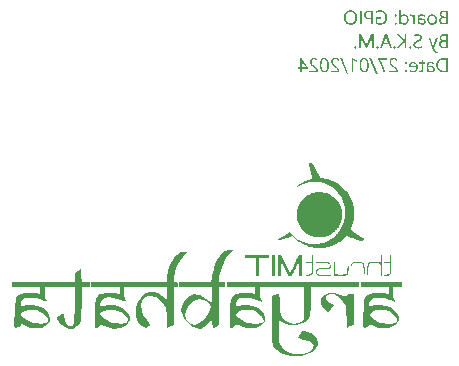
<source format=gbr>
%TF.GenerationSoftware,KiCad,Pcbnew,7.0.7*%
%TF.CreationDate,2024-04-01T01:32:49+05:30*%
%TF.ProjectId,GPIO_stack,4750494f-5f73-4746-9163-6b2e6b696361,rev?*%
%TF.SameCoordinates,Original*%
%TF.FileFunction,Legend,Bot*%
%TF.FilePolarity,Positive*%
%FSLAX46Y46*%
G04 Gerber Fmt 4.6, Leading zero omitted, Abs format (unit mm)*
G04 Created by KiCad (PCBNEW 7.0.7) date 2024-04-01 01:32:49*
%MOMM*%
%LPD*%
G01*
G04 APERTURE LIST*
%ADD10C,0.150000*%
G04 APERTURE END LIST*
D10*
G36*
X150873354Y-58629000D02*
G01*
X150528972Y-58629000D01*
X150508459Y-58628633D01*
X150488392Y-58627534D01*
X150468772Y-58625702D01*
X150449599Y-58623138D01*
X150430872Y-58619840D01*
X150412592Y-58615810D01*
X150394758Y-58611048D01*
X150377370Y-58605552D01*
X150360429Y-58599324D01*
X150343935Y-58592363D01*
X150327887Y-58584669D01*
X150312286Y-58576243D01*
X150297131Y-58567084D01*
X150282422Y-58557192D01*
X150268160Y-58546568D01*
X150254345Y-58535210D01*
X150241178Y-58523224D01*
X150228860Y-58510787D01*
X150217392Y-58497899D01*
X150206773Y-58484560D01*
X150197003Y-58470770D01*
X150188084Y-58456529D01*
X150180013Y-58441837D01*
X150172792Y-58426693D01*
X150166421Y-58411099D01*
X150160899Y-58395053D01*
X150156227Y-58378556D01*
X150152404Y-58361609D01*
X150149431Y-58344210D01*
X150147307Y-58326360D01*
X150146033Y-58308059D01*
X150145608Y-58289307D01*
X150145641Y-58287548D01*
X150290688Y-58287548D01*
X150290754Y-58293789D01*
X150291278Y-58306021D01*
X150292327Y-58317919D01*
X150294883Y-58335139D01*
X150298619Y-58351606D01*
X150303535Y-58367322D01*
X150309631Y-58382285D01*
X150316906Y-58396496D01*
X150325362Y-58409954D01*
X150334997Y-58422661D01*
X150345812Y-58434615D01*
X150357806Y-58445817D01*
X150362055Y-58449370D01*
X150375447Y-58459350D01*
X150389807Y-58468315D01*
X150405136Y-58476266D01*
X150415893Y-58481002D01*
X150427081Y-58485287D01*
X150438700Y-58489122D01*
X150450748Y-58492505D01*
X150463228Y-58495437D01*
X150476137Y-58497918D01*
X150489478Y-58499948D01*
X150503248Y-58501526D01*
X150517450Y-58502654D01*
X150532081Y-58503331D01*
X150547143Y-58503556D01*
X150735015Y-58503556D01*
X150735015Y-58078281D01*
X150575866Y-58078281D01*
X150558321Y-58078485D01*
X150541333Y-58079098D01*
X150524902Y-58080120D01*
X150509028Y-58081551D01*
X150493711Y-58083390D01*
X150478950Y-58085638D01*
X150464747Y-58088294D01*
X150451101Y-58091360D01*
X150438012Y-58094834D01*
X150425480Y-58098717D01*
X150413504Y-58103009D01*
X150402086Y-58107709D01*
X150380920Y-58118336D01*
X150361983Y-58130598D01*
X150345273Y-58144494D01*
X150330792Y-58160026D01*
X150318538Y-58177192D01*
X150308512Y-58195994D01*
X150300714Y-58216430D01*
X150295144Y-58238501D01*
X150293195Y-58250150D01*
X150291802Y-58262207D01*
X150290967Y-58274673D01*
X150290688Y-58287548D01*
X150145641Y-58287548D01*
X150145889Y-58274244D01*
X150146730Y-58259539D01*
X150148133Y-58245192D01*
X150150096Y-58231201D01*
X150152621Y-58217568D01*
X150155706Y-58204292D01*
X150159353Y-58191373D01*
X150163560Y-58178811D01*
X150168328Y-58166607D01*
X150173658Y-58154759D01*
X150179548Y-58143269D01*
X150186000Y-58132136D01*
X150193012Y-58121361D01*
X150200586Y-58110942D01*
X150208720Y-58100881D01*
X150217416Y-58091177D01*
X150226543Y-58081859D01*
X150236045Y-58073028D01*
X150245923Y-58064685D01*
X150256177Y-58056830D01*
X150266806Y-58049463D01*
X150277811Y-58042583D01*
X150289191Y-58036191D01*
X150300947Y-58030287D01*
X150313078Y-58024871D01*
X150325585Y-58019942D01*
X150338467Y-58015501D01*
X150351725Y-58011547D01*
X150365358Y-58008082D01*
X150379367Y-58005104D01*
X150393751Y-58002614D01*
X150408511Y-58000612D01*
X150408511Y-57997387D01*
X150402579Y-57995386D01*
X150390957Y-57991131D01*
X150379654Y-57986543D01*
X150368672Y-57981620D01*
X150358011Y-57976362D01*
X150347671Y-57970771D01*
X150332761Y-57961756D01*
X150318572Y-57951990D01*
X150305105Y-57941471D01*
X150292359Y-57930200D01*
X150280334Y-57918177D01*
X150269031Y-57905402D01*
X150258448Y-57891875D01*
X150255094Y-57887215D01*
X150245671Y-57872929D01*
X150237207Y-57858185D01*
X150229700Y-57842982D01*
X150223152Y-57827321D01*
X150217562Y-57811201D01*
X150212930Y-57794623D01*
X150209257Y-57777586D01*
X150207341Y-57765974D01*
X150205850Y-57754157D01*
X150205016Y-57744743D01*
X150349014Y-57744743D01*
X150349077Y-57750927D01*
X150349588Y-57763033D01*
X150350609Y-57774789D01*
X150353099Y-57791766D01*
X150356737Y-57807954D01*
X150361524Y-57823354D01*
X150367460Y-57837966D01*
X150374545Y-57851790D01*
X150382778Y-57864825D01*
X150392161Y-57877072D01*
X150402693Y-57888531D01*
X150414373Y-57899202D01*
X150418487Y-57902556D01*
X150431400Y-57911979D01*
X150445168Y-57920444D01*
X150459791Y-57927950D01*
X150475269Y-57934498D01*
X150491603Y-57940088D01*
X150502967Y-57943282D01*
X150514711Y-57946051D01*
X150526835Y-57948393D01*
X150539340Y-57950310D01*
X150552224Y-57951800D01*
X150565489Y-57952865D01*
X150579134Y-57953504D01*
X150593159Y-57953717D01*
X150735015Y-57953717D01*
X150735015Y-57572698D01*
X150575866Y-57572698D01*
X150561910Y-57572866D01*
X150548396Y-57573370D01*
X150535325Y-57574210D01*
X150522698Y-57575386D01*
X150510513Y-57576898D01*
X150498772Y-57578746D01*
X150476618Y-57583451D01*
X150456237Y-57589499D01*
X150437628Y-57596892D01*
X150420791Y-57605628D01*
X150405727Y-57615709D01*
X150392435Y-57627134D01*
X150380915Y-57639903D01*
X150371167Y-57654016D01*
X150363192Y-57669473D01*
X150356989Y-57686274D01*
X150352558Y-57704420D01*
X150349900Y-57723909D01*
X150349014Y-57744743D01*
X150205016Y-57744743D01*
X150204785Y-57742137D01*
X150204146Y-57729913D01*
X150203933Y-57717485D01*
X150204285Y-57702606D01*
X150205339Y-57688084D01*
X150207097Y-57673920D01*
X150209557Y-57660113D01*
X150212720Y-57646662D01*
X150216587Y-57633569D01*
X150221156Y-57620834D01*
X150226428Y-57608455D01*
X150232403Y-57596434D01*
X150239081Y-57584770D01*
X150246463Y-57573463D01*
X150254547Y-57562513D01*
X150263334Y-57551921D01*
X150272824Y-57541685D01*
X150283017Y-57531807D01*
X150293912Y-57522286D01*
X150305372Y-57513200D01*
X150317328Y-57504701D01*
X150329781Y-57496787D01*
X150342730Y-57489460D01*
X150356177Y-57482719D01*
X150370121Y-57476564D01*
X150384561Y-57470995D01*
X150399499Y-57466013D01*
X150414933Y-57461616D01*
X150430864Y-57457806D01*
X150447292Y-57454582D01*
X150464217Y-57451944D01*
X150481639Y-57449893D01*
X150499557Y-57448427D01*
X150517973Y-57447548D01*
X150536885Y-57447255D01*
X150873354Y-57447255D01*
X150873354Y-58629000D01*
G37*
G36*
X149568780Y-57766255D02*
G01*
X149580906Y-57766604D01*
X149592873Y-57767187D01*
X149604680Y-57768002D01*
X149627819Y-57770332D01*
X149650320Y-57773594D01*
X149672185Y-57777788D01*
X149693414Y-57782913D01*
X149714006Y-57788971D01*
X149733961Y-57795960D01*
X149753280Y-57803882D01*
X149771962Y-57812735D01*
X149790008Y-57822521D01*
X149807417Y-57833238D01*
X149824190Y-57844887D01*
X149840326Y-57857468D01*
X149855825Y-57870982D01*
X149870688Y-57885427D01*
X149884743Y-57900701D01*
X149897891Y-57916700D01*
X149910132Y-57933426D01*
X149921466Y-57950878D01*
X149931894Y-57969055D01*
X149941415Y-57987958D01*
X149950029Y-58007587D01*
X149957737Y-58027942D01*
X149964537Y-58049023D01*
X149970431Y-58070830D01*
X149975418Y-58093362D01*
X149977572Y-58104901D01*
X149979499Y-58116621D01*
X149981199Y-58128522D01*
X149982672Y-58140605D01*
X149983919Y-58152869D01*
X149984939Y-58165315D01*
X149985733Y-58177942D01*
X149986299Y-58190751D01*
X149986639Y-58203741D01*
X149986753Y-58216913D01*
X149986644Y-58229020D01*
X149986316Y-58240976D01*
X149985008Y-58264440D01*
X149982827Y-58287303D01*
X149979773Y-58309566D01*
X149975848Y-58331230D01*
X149971049Y-58352294D01*
X149965379Y-58372757D01*
X149958836Y-58392621D01*
X149951420Y-58411885D01*
X149943132Y-58430549D01*
X149933972Y-58448613D01*
X149923939Y-58466077D01*
X149913034Y-58482942D01*
X149901257Y-58499206D01*
X149888607Y-58514870D01*
X149875085Y-58529935D01*
X149860831Y-58544202D01*
X149845986Y-58557549D01*
X149830551Y-58569976D01*
X149814525Y-58581482D01*
X149797908Y-58592068D01*
X149780700Y-58601733D01*
X149762902Y-58610477D01*
X149744513Y-58618302D01*
X149725533Y-58625205D01*
X149705962Y-58631189D01*
X149685800Y-58636251D01*
X149665048Y-58640393D01*
X149643705Y-58643615D01*
X149621771Y-58645916D01*
X149599247Y-58647297D01*
X149576132Y-58647757D01*
X149564209Y-58647639D01*
X149552439Y-58647283D01*
X149529356Y-58645861D01*
X149506882Y-58643491D01*
X149485017Y-58640174D01*
X149463761Y-58635908D01*
X149443114Y-58630694D01*
X149423076Y-58624532D01*
X149403647Y-58617422D01*
X149384828Y-58609365D01*
X149366617Y-58600359D01*
X149349015Y-58590405D01*
X149332023Y-58579504D01*
X149315640Y-58567654D01*
X149299865Y-58554857D01*
X149284700Y-58541111D01*
X149270144Y-58526418D01*
X149256302Y-58510937D01*
X149243354Y-58494832D01*
X149231298Y-58478102D01*
X149220135Y-58460747D01*
X149209866Y-58442766D01*
X149200489Y-58424161D01*
X149192005Y-58404930D01*
X149184415Y-58385074D01*
X149177717Y-58364593D01*
X149171913Y-58343487D01*
X149167001Y-58321756D01*
X149162983Y-58299400D01*
X149159857Y-58276419D01*
X149158629Y-58264693D01*
X149157624Y-58252812D01*
X149156843Y-58240774D01*
X149156285Y-58228581D01*
X149155950Y-58216230D01*
X149155883Y-58208706D01*
X149294178Y-58208706D01*
X149294454Y-58227919D01*
X149295281Y-58246575D01*
X149296661Y-58264674D01*
X149298592Y-58282217D01*
X149301076Y-58299204D01*
X149304111Y-58315634D01*
X149307698Y-58331508D01*
X149311836Y-58346826D01*
X149316527Y-58361587D01*
X149321769Y-58375791D01*
X149327564Y-58389440D01*
X149333910Y-58402531D01*
X149340808Y-58415067D01*
X149348258Y-58427046D01*
X149356259Y-58438468D01*
X149364813Y-58449334D01*
X149373842Y-58459592D01*
X149383346Y-58469187D01*
X149393324Y-58478120D01*
X149403775Y-58486392D01*
X149414701Y-58494002D01*
X149426101Y-58500951D01*
X149437974Y-58507237D01*
X149450322Y-58512862D01*
X149463144Y-58517825D01*
X149476439Y-58522126D01*
X149490209Y-58525766D01*
X149504452Y-58528744D01*
X149519170Y-58531060D01*
X149534361Y-58532714D01*
X149550027Y-58533707D01*
X149566166Y-58534038D01*
X149582047Y-58533701D01*
X149597523Y-58532691D01*
X149612593Y-58531009D01*
X149627258Y-58528652D01*
X149641517Y-58525623D01*
X149655372Y-58521920D01*
X149668821Y-58517545D01*
X149681864Y-58512496D01*
X149694503Y-58506774D01*
X149706736Y-58500378D01*
X149718564Y-58493310D01*
X149729986Y-58485568D01*
X149741003Y-58477153D01*
X149751615Y-58468065D01*
X149761822Y-58458304D01*
X149771624Y-58447869D01*
X149780887Y-58436815D01*
X149789552Y-58425269D01*
X149797620Y-58413230D01*
X149805091Y-58400700D01*
X149811964Y-58387676D01*
X149818239Y-58374161D01*
X149823916Y-58360153D01*
X149828996Y-58345653D01*
X149833478Y-58330661D01*
X149837363Y-58315176D01*
X149840650Y-58299200D01*
X149843339Y-58282730D01*
X149845431Y-58265769D01*
X149846925Y-58248315D01*
X149847822Y-58230369D01*
X149848120Y-58211930D01*
X149847824Y-58192775D01*
X149846934Y-58174145D01*
X149845452Y-58156038D01*
X149843376Y-58138456D01*
X149840707Y-58121398D01*
X149837445Y-58104865D01*
X149833591Y-58088856D01*
X149829143Y-58073371D01*
X149824102Y-58058411D01*
X149818468Y-58043975D01*
X149812241Y-58030064D01*
X149805421Y-58016677D01*
X149798007Y-58003814D01*
X149790001Y-57991475D01*
X149781402Y-57979661D01*
X149772210Y-57968371D01*
X149762509Y-57957653D01*
X149752385Y-57947626D01*
X149741837Y-57938291D01*
X149730865Y-57929647D01*
X149719470Y-57921694D01*
X149707652Y-57914433D01*
X149695409Y-57907864D01*
X149682744Y-57901986D01*
X149669654Y-57896800D01*
X149656141Y-57892305D01*
X149642204Y-57888502D01*
X149627844Y-57885390D01*
X149613060Y-57882970D01*
X149597852Y-57881241D01*
X149582221Y-57880204D01*
X149566166Y-57879858D01*
X149550027Y-57880192D01*
X149534361Y-57881195D01*
X149519170Y-57882867D01*
X149504452Y-57885207D01*
X149490209Y-57888216D01*
X149476439Y-57891893D01*
X149463144Y-57896239D01*
X149450322Y-57901254D01*
X149437974Y-57906937D01*
X149426101Y-57913289D01*
X149414701Y-57920309D01*
X149403775Y-57927998D01*
X149393324Y-57936356D01*
X149383346Y-57945382D01*
X149373842Y-57955077D01*
X149364813Y-57965441D01*
X149356259Y-57976386D01*
X149348258Y-57987899D01*
X149340808Y-57999980D01*
X149333910Y-58012628D01*
X149327564Y-58025845D01*
X149321769Y-58039629D01*
X149316527Y-58053982D01*
X149311836Y-58068902D01*
X149307698Y-58084390D01*
X149304111Y-58100446D01*
X149301076Y-58117070D01*
X149298592Y-58134261D01*
X149296661Y-58152021D01*
X149295281Y-58170348D01*
X149294454Y-58189243D01*
X149294178Y-58208706D01*
X149155883Y-58208706D01*
X149155838Y-58203724D01*
X149155942Y-58190952D01*
X149156253Y-58178357D01*
X149156771Y-58165937D01*
X149157496Y-58153692D01*
X149158429Y-58141624D01*
X149159568Y-58129731D01*
X149162470Y-58106472D01*
X149166200Y-58083917D01*
X149170759Y-58062065D01*
X149176146Y-58040915D01*
X149182363Y-58020468D01*
X149189409Y-58000725D01*
X149197283Y-57981684D01*
X149205987Y-57963347D01*
X149215519Y-57945712D01*
X149225880Y-57928780D01*
X149237071Y-57912551D01*
X149249090Y-57897025D01*
X149261938Y-57882203D01*
X149275487Y-57868148D01*
X149289685Y-57855000D01*
X149304531Y-57842759D01*
X149320025Y-57831424D01*
X149336166Y-57820997D01*
X149352956Y-57811476D01*
X149370394Y-57802862D01*
X149388480Y-57795154D01*
X149407214Y-57788354D01*
X149426595Y-57782460D01*
X149446625Y-57777473D01*
X149467303Y-57773392D01*
X149488629Y-57770219D01*
X149510603Y-57767952D01*
X149533225Y-57766592D01*
X149556494Y-57766138D01*
X149568780Y-57766255D01*
G37*
G36*
X148658974Y-57766458D02*
G01*
X148678828Y-57767416D01*
X148698386Y-57769013D01*
X148717648Y-57771249D01*
X148736616Y-57774124D01*
X148755288Y-57777638D01*
X148773664Y-57781790D01*
X148791746Y-57786581D01*
X148809531Y-57792012D01*
X148827022Y-57798081D01*
X148844217Y-57804789D01*
X148861117Y-57812135D01*
X148877721Y-57820121D01*
X148894030Y-57828745D01*
X148910044Y-57838009D01*
X148925762Y-57847911D01*
X148925762Y-57991233D01*
X148910295Y-57977746D01*
X148894598Y-57965129D01*
X148878669Y-57953383D01*
X148862509Y-57942506D01*
X148846118Y-57932500D01*
X148829495Y-57923364D01*
X148812641Y-57915098D01*
X148795556Y-57907702D01*
X148778239Y-57901176D01*
X148760692Y-57895520D01*
X148742913Y-57890734D01*
X148724902Y-57886819D01*
X148706661Y-57883773D01*
X148688188Y-57881598D01*
X148669484Y-57880293D01*
X148650549Y-57879858D01*
X148639838Y-57880058D01*
X148619436Y-57881661D01*
X148600394Y-57884867D01*
X148582712Y-57889675D01*
X148566391Y-57896087D01*
X148551430Y-57904101D01*
X148537828Y-57913718D01*
X148525587Y-57924938D01*
X148514706Y-57937761D01*
X148505185Y-57952186D01*
X148497024Y-57968215D01*
X148490224Y-57985846D01*
X148484783Y-58005080D01*
X148480703Y-58025917D01*
X148477983Y-58048357D01*
X148477133Y-58060178D01*
X148476623Y-58072399D01*
X148476453Y-58085022D01*
X148729390Y-58121072D01*
X148746539Y-58123723D01*
X148763143Y-58126766D01*
X148779203Y-58130201D01*
X148794718Y-58134028D01*
X148809689Y-58138247D01*
X148824115Y-58142858D01*
X148837997Y-58147862D01*
X148851335Y-58153257D01*
X148864128Y-58159045D01*
X148876377Y-58165225D01*
X148888081Y-58171797D01*
X148899241Y-58178761D01*
X148909857Y-58186117D01*
X148919928Y-58193865D01*
X148929455Y-58202006D01*
X148938438Y-58210538D01*
X148946876Y-58219463D01*
X148954770Y-58228780D01*
X148962119Y-58238489D01*
X148968924Y-58248590D01*
X148975185Y-58259083D01*
X148980901Y-58269968D01*
X148986072Y-58281246D01*
X148990700Y-58292915D01*
X148994783Y-58304977D01*
X148998321Y-58317431D01*
X149001315Y-58330277D01*
X149003765Y-58343515D01*
X149005671Y-58357145D01*
X149007032Y-58371167D01*
X149007848Y-58385582D01*
X149008120Y-58400388D01*
X149007842Y-58414210D01*
X149007008Y-58427687D01*
X149005616Y-58440818D01*
X149003669Y-58453603D01*
X149001165Y-58466042D01*
X148998105Y-58478135D01*
X148994488Y-58489883D01*
X148990315Y-58501285D01*
X148985586Y-58512341D01*
X148980300Y-58523052D01*
X148974457Y-58533416D01*
X148968058Y-58543435D01*
X148961103Y-58553108D01*
X148953592Y-58562436D01*
X148945524Y-58571417D01*
X148936899Y-58580053D01*
X148927747Y-58588252D01*
X148918169Y-58595921D01*
X148908165Y-58603062D01*
X148897735Y-58609674D01*
X148886879Y-58615757D01*
X148875597Y-58621310D01*
X148863890Y-58626335D01*
X148851756Y-58630831D01*
X148839197Y-58634798D01*
X148826211Y-58638236D01*
X148812800Y-58641146D01*
X148798963Y-58643526D01*
X148784700Y-58645377D01*
X148770011Y-58646699D01*
X148754896Y-58647493D01*
X148739356Y-58647757D01*
X148718248Y-58647165D01*
X148697792Y-58645390D01*
X148677985Y-58642430D01*
X148658829Y-58638287D01*
X148640323Y-58632960D01*
X148622467Y-58626449D01*
X148605262Y-58618754D01*
X148588707Y-58609875D01*
X148572802Y-58599813D01*
X148557547Y-58588567D01*
X148542943Y-58576137D01*
X148528989Y-58562523D01*
X148515686Y-58547725D01*
X148503032Y-58531744D01*
X148491029Y-58514578D01*
X148479677Y-58496229D01*
X148476453Y-58496229D01*
X148476453Y-58629000D01*
X148341337Y-58629000D01*
X148341337Y-58192879D01*
X148476453Y-58192879D01*
X148476453Y-58279048D01*
X148476709Y-58292711D01*
X148477478Y-58306077D01*
X148478761Y-58319145D01*
X148480556Y-58331915D01*
X148482864Y-58344387D01*
X148485685Y-58356562D01*
X148489019Y-58368439D01*
X148492866Y-58380018D01*
X148497225Y-58391300D01*
X148502098Y-58402284D01*
X148507484Y-58412971D01*
X148513382Y-58423359D01*
X148519793Y-58433450D01*
X148526718Y-58443244D01*
X148534155Y-58452739D01*
X148542105Y-58461937D01*
X148546224Y-58466373D01*
X148554669Y-58474823D01*
X148567851Y-58486440D01*
X148581652Y-58496791D01*
X148596070Y-58505874D01*
X148611107Y-58513689D01*
X148626763Y-58520237D01*
X148643036Y-58525518D01*
X148659928Y-58529532D01*
X148671532Y-58531503D01*
X148683412Y-58532911D01*
X148695566Y-58533756D01*
X148707995Y-58534038D01*
X148712546Y-58533999D01*
X148725860Y-58533410D01*
X148738663Y-58532116D01*
X148750957Y-58530117D01*
X148762740Y-58527411D01*
X148774014Y-58524000D01*
X148788251Y-58518353D01*
X148801583Y-58511452D01*
X148814007Y-58503295D01*
X148825524Y-58493884D01*
X148835828Y-58483484D01*
X148844759Y-58472360D01*
X148852315Y-58460513D01*
X148858497Y-58447942D01*
X148863306Y-58434648D01*
X148866740Y-58420630D01*
X148868801Y-58405888D01*
X148869488Y-58390423D01*
X148869302Y-58379749D01*
X148868322Y-58364516D01*
X148866502Y-58350215D01*
X148863843Y-58336846D01*
X148860344Y-58324410D01*
X148856005Y-58312906D01*
X148850826Y-58302335D01*
X148842615Y-58289691D01*
X148832911Y-58278705D01*
X148821714Y-58269376D01*
X148818683Y-58267253D01*
X148805654Y-58259168D01*
X148794933Y-58253531D01*
X148783398Y-58248260D01*
X148771048Y-58243354D01*
X148757885Y-58238814D01*
X148743908Y-58234640D01*
X148729116Y-58230832D01*
X148713511Y-58227390D01*
X148697091Y-58224313D01*
X148679858Y-58221602D01*
X148476453Y-58192879D01*
X148341337Y-58192879D01*
X148341337Y-58080625D01*
X148341628Y-58061277D01*
X148342499Y-58042543D01*
X148343952Y-58024423D01*
X148345986Y-58006918D01*
X148348600Y-57990026D01*
X148351796Y-57973749D01*
X148355573Y-57958086D01*
X148359930Y-57943037D01*
X148364869Y-57928603D01*
X148370389Y-57914783D01*
X148376490Y-57901577D01*
X148383172Y-57888985D01*
X148390434Y-57877007D01*
X148398278Y-57865644D01*
X148406703Y-57854895D01*
X148415709Y-57844760D01*
X148425296Y-57835240D01*
X148435464Y-57826333D01*
X148446213Y-57818041D01*
X148457544Y-57810363D01*
X148469455Y-57803299D01*
X148481947Y-57796850D01*
X148495020Y-57791015D01*
X148508674Y-57785794D01*
X148522910Y-57781187D01*
X148537726Y-57777195D01*
X148553123Y-57773816D01*
X148569101Y-57771052D01*
X148585661Y-57768902D01*
X148602801Y-57767367D01*
X148620523Y-57766445D01*
X148638825Y-57766138D01*
X148658974Y-57766458D01*
G37*
G36*
X147650521Y-57916201D02*
G01*
X147662369Y-57910797D01*
X147675749Y-57906309D01*
X147687555Y-57903378D01*
X147700341Y-57901034D01*
X147714107Y-57899275D01*
X147728853Y-57898103D01*
X147744579Y-57897517D01*
X147752810Y-57897443D01*
X147768774Y-57898159D01*
X147784244Y-57900308D01*
X147799219Y-57903888D01*
X147813700Y-57908901D01*
X147827686Y-57915347D01*
X147841177Y-57923224D01*
X147854174Y-57932534D01*
X147866676Y-57943275D01*
X147878683Y-57955450D01*
X147886414Y-57964361D01*
X147893924Y-57973910D01*
X147897597Y-57978923D01*
X147904624Y-57989302D01*
X147911198Y-58000144D01*
X147917319Y-58011449D01*
X147922986Y-58023216D01*
X147928200Y-58035446D01*
X147932960Y-58048138D01*
X147937267Y-58061293D01*
X147941121Y-58074910D01*
X147944521Y-58088990D01*
X147947468Y-58103532D01*
X147949962Y-58118537D01*
X147952002Y-58134005D01*
X147953589Y-58149935D01*
X147954722Y-58166327D01*
X147955402Y-58183182D01*
X147955629Y-58200500D01*
X147955629Y-58629000D01*
X148090744Y-58629000D01*
X148090744Y-57784896D01*
X147955629Y-57784896D01*
X147955629Y-57961630D01*
X147952405Y-57961630D01*
X147948660Y-57950249D01*
X147944679Y-57939186D01*
X147938266Y-57923188D01*
X147931322Y-57907906D01*
X147923847Y-57893341D01*
X147915842Y-57879491D01*
X147907306Y-57866358D01*
X147898239Y-57853941D01*
X147888642Y-57842240D01*
X147878514Y-57831255D01*
X147867855Y-57820986D01*
X147864185Y-57817722D01*
X147852908Y-57808504D01*
X147841389Y-57800192D01*
X147829628Y-57792787D01*
X147817624Y-57786288D01*
X147805379Y-57780697D01*
X147792891Y-57776012D01*
X147780161Y-57772234D01*
X147767190Y-57769362D01*
X147753976Y-57767398D01*
X147740519Y-57766340D01*
X147731414Y-57766138D01*
X147718610Y-57766317D01*
X147706575Y-57766853D01*
X147692613Y-57768025D01*
X147679853Y-57769755D01*
X147668295Y-57772043D01*
X147656013Y-57775526D01*
X147650521Y-57777569D01*
X147650521Y-57916201D01*
G37*
G36*
X146921603Y-57902719D02*
G01*
X146924827Y-57902719D01*
X146935089Y-57886180D01*
X146946094Y-57870708D01*
X146957841Y-57856303D01*
X146970329Y-57842965D01*
X146983559Y-57830694D01*
X146997532Y-57819490D01*
X147012246Y-57809353D01*
X147027702Y-57800284D01*
X147043900Y-57792281D01*
X147060839Y-57785345D01*
X147078521Y-57779476D01*
X147096945Y-57774675D01*
X147116110Y-57770940D01*
X147136017Y-57768272D01*
X147156666Y-57766672D01*
X147178058Y-57766138D01*
X147199729Y-57766631D01*
X147220853Y-57768108D01*
X147241431Y-57770569D01*
X147261460Y-57774015D01*
X147280943Y-57778446D01*
X147299878Y-57783861D01*
X147318266Y-57790261D01*
X147336107Y-57797646D01*
X147353401Y-57806015D01*
X147370147Y-57815369D01*
X147386346Y-57825707D01*
X147401998Y-57837030D01*
X147417102Y-57849337D01*
X147431659Y-57862630D01*
X147445669Y-57876906D01*
X147459132Y-57892168D01*
X147465624Y-57900107D01*
X147477989Y-57916472D01*
X147489529Y-57933485D01*
X147500245Y-57951146D01*
X147510137Y-57969455D01*
X147519205Y-57988412D01*
X147527448Y-58008017D01*
X147534867Y-58028271D01*
X147541461Y-58049172D01*
X147547231Y-58070721D01*
X147552177Y-58092918D01*
X147556299Y-58115763D01*
X147558051Y-58127428D01*
X147559596Y-58139256D01*
X147560936Y-58151246D01*
X147562069Y-58163397D01*
X147562996Y-58175711D01*
X147563718Y-58188186D01*
X147564233Y-58200824D01*
X147564542Y-58213623D01*
X147564645Y-58226585D01*
X147564552Y-58238687D01*
X147564273Y-58250629D01*
X147563157Y-58274034D01*
X147561296Y-58296800D01*
X147558692Y-58318927D01*
X147555343Y-58340416D01*
X147551250Y-58361265D01*
X147546413Y-58381476D01*
X147540831Y-58401048D01*
X147534506Y-58419981D01*
X147527436Y-58438275D01*
X147519622Y-58455930D01*
X147511064Y-58472947D01*
X147501762Y-58489324D01*
X147491716Y-58505063D01*
X147480925Y-58520163D01*
X147469390Y-58534624D01*
X147457234Y-58548324D01*
X147444578Y-58561140D01*
X147431424Y-58573072D01*
X147417770Y-58584120D01*
X147403617Y-58594284D01*
X147388964Y-58603565D01*
X147373813Y-58611961D01*
X147358162Y-58619474D01*
X147342012Y-58626103D01*
X147325363Y-58631848D01*
X147308215Y-58636709D01*
X147290568Y-58640687D01*
X147272422Y-58643780D01*
X147253776Y-58645990D01*
X147234631Y-58647315D01*
X147214987Y-58647757D01*
X147202832Y-58647598D01*
X147190876Y-58647121D01*
X147167561Y-58645211D01*
X147145044Y-58642028D01*
X147123323Y-58637572D01*
X147102399Y-58631843D01*
X147082272Y-58624841D01*
X147062941Y-58616566D01*
X147044408Y-58607018D01*
X147026671Y-58596196D01*
X147009731Y-58584102D01*
X146993589Y-58570734D01*
X146978242Y-58556093D01*
X146963693Y-58540179D01*
X146949941Y-58522992D01*
X146936985Y-58504532D01*
X146924827Y-58484799D01*
X146921603Y-58484799D01*
X146921603Y-58629000D01*
X146786487Y-58629000D01*
X146786487Y-58247101D01*
X146921603Y-58247101D01*
X146921878Y-58262468D01*
X146922706Y-58277500D01*
X146924086Y-58292199D01*
X146926017Y-58306562D01*
X146928501Y-58320592D01*
X146931536Y-58334287D01*
X146935123Y-58347648D01*
X146939261Y-58360674D01*
X146943952Y-58373367D01*
X146949194Y-58385724D01*
X146954989Y-58397748D01*
X146961335Y-58409437D01*
X146968233Y-58420792D01*
X146975683Y-58431813D01*
X146983684Y-58442499D01*
X146992238Y-58452852D01*
X147001196Y-58462683D01*
X147010487Y-58471880D01*
X147020110Y-58480442D01*
X147030065Y-58488371D01*
X147040352Y-58495665D01*
X147050970Y-58502324D01*
X147061921Y-58508350D01*
X147073204Y-58513741D01*
X147084819Y-58518498D01*
X147096766Y-58522621D01*
X147109045Y-58526110D01*
X147121656Y-58528964D01*
X147134599Y-58531184D01*
X147147874Y-58532769D01*
X147161481Y-58533721D01*
X147175420Y-58534038D01*
X147189563Y-58533709D01*
X147203341Y-58532724D01*
X147216756Y-58531081D01*
X147229807Y-58528781D01*
X147242493Y-58525823D01*
X147254815Y-58522209D01*
X147266774Y-58517937D01*
X147278368Y-58513009D01*
X147289598Y-58507423D01*
X147300464Y-58501180D01*
X147310967Y-58494279D01*
X147321104Y-58486722D01*
X147330878Y-58478507D01*
X147340288Y-58469636D01*
X147349334Y-58460107D01*
X147358016Y-58449921D01*
X147366250Y-58439131D01*
X147373953Y-58427866D01*
X147381124Y-58416124D01*
X147387764Y-58403905D01*
X147393874Y-58391211D01*
X147399451Y-58378040D01*
X147404498Y-58364393D01*
X147409014Y-58350270D01*
X147412998Y-58335670D01*
X147416451Y-58320594D01*
X147419373Y-58305042D01*
X147421763Y-58289013D01*
X147423622Y-58272509D01*
X147424950Y-58255528D01*
X147425747Y-58238071D01*
X147426013Y-58220137D01*
X147425736Y-58200477D01*
X147424905Y-58181357D01*
X147423519Y-58162778D01*
X147421580Y-58144739D01*
X147419086Y-58127241D01*
X147416039Y-58110283D01*
X147412437Y-58093865D01*
X147408281Y-58077988D01*
X147403571Y-58062651D01*
X147398307Y-58047854D01*
X147392488Y-58033598D01*
X147386116Y-58019882D01*
X147379189Y-58006707D01*
X147371709Y-57994072D01*
X147363674Y-57981977D01*
X147355085Y-57970423D01*
X147346014Y-57959456D01*
X147336533Y-57949197D01*
X147326642Y-57939645D01*
X147316342Y-57930801D01*
X147305631Y-57922664D01*
X147294511Y-57915235D01*
X147282981Y-57908513D01*
X147271041Y-57902499D01*
X147258691Y-57897193D01*
X147245931Y-57892594D01*
X147232761Y-57888702D01*
X147219182Y-57885518D01*
X147205193Y-57883042D01*
X147190793Y-57881273D01*
X147175984Y-57880212D01*
X147160765Y-57879858D01*
X147154298Y-57879927D01*
X147141578Y-57880479D01*
X147129145Y-57881582D01*
X147116998Y-57883238D01*
X147105136Y-57885445D01*
X147093562Y-57888204D01*
X147076736Y-57893378D01*
X147060555Y-57899793D01*
X147045017Y-57907450D01*
X147030123Y-57916348D01*
X147015874Y-57926488D01*
X147006732Y-57933938D01*
X146997876Y-57941939D01*
X146989307Y-57950493D01*
X146981108Y-57959445D01*
X146973439Y-57968642D01*
X146966298Y-57978084D01*
X146959686Y-57987770D01*
X146950760Y-58002760D01*
X146943025Y-58018301D01*
X146936479Y-58034393D01*
X146931123Y-58051037D01*
X146928214Y-58062439D01*
X146925834Y-58074086D01*
X146923983Y-58085978D01*
X146922660Y-58098115D01*
X146921867Y-58110497D01*
X146921603Y-58123124D01*
X146921603Y-58247101D01*
X146786487Y-58247101D01*
X146786487Y-57372224D01*
X146921603Y-57372224D01*
X146921603Y-57902719D01*
G37*
G36*
X146471707Y-57953717D02*
G01*
X146485504Y-57952738D01*
X146498539Y-57949801D01*
X146510811Y-57944907D01*
X146522320Y-57938055D01*
X146533068Y-57929245D01*
X146536480Y-57925873D01*
X146544164Y-57916900D01*
X146551665Y-57905415D01*
X146557291Y-57893146D01*
X146561042Y-57880094D01*
X146562917Y-57866259D01*
X146563152Y-57859048D01*
X146562501Y-57847245D01*
X146560000Y-57833836D01*
X146555624Y-57821251D01*
X146549373Y-57809491D01*
X146541247Y-57798555D01*
X146536480Y-57793396D01*
X146525988Y-57784133D01*
X146514732Y-57776786D01*
X146502714Y-57771356D01*
X146489934Y-57767842D01*
X146476391Y-57766245D01*
X146471707Y-57766138D01*
X146459896Y-57766804D01*
X146446460Y-57769359D01*
X146433827Y-57773831D01*
X146421998Y-57780220D01*
X146410973Y-57788525D01*
X146405762Y-57793396D01*
X146397909Y-57802108D01*
X146390243Y-57813319D01*
X146384493Y-57825354D01*
X146380660Y-57838214D01*
X146378744Y-57851897D01*
X146378504Y-57859048D01*
X146379170Y-57870958D01*
X146381725Y-57884532D01*
X146386197Y-57897323D01*
X146392585Y-57909330D01*
X146400890Y-57920555D01*
X146405762Y-57925873D01*
X146414559Y-57933895D01*
X146425852Y-57941726D01*
X146437949Y-57947599D01*
X146450849Y-57951514D01*
X146464554Y-57953472D01*
X146471707Y-57953717D01*
G37*
G36*
X146471707Y-58647757D02*
G01*
X146485504Y-58646789D01*
X146498539Y-58643883D01*
X146510811Y-58639040D01*
X146522320Y-58632260D01*
X146533068Y-58623543D01*
X146536480Y-58620207D01*
X146544164Y-58611332D01*
X146551665Y-58599984D01*
X146557291Y-58587874D01*
X146561042Y-58575001D01*
X146562917Y-58561365D01*
X146563152Y-58554261D01*
X146562214Y-58540334D01*
X146559401Y-58527127D01*
X146554713Y-58514642D01*
X146548149Y-58502879D01*
X146539710Y-58491836D01*
X146536480Y-58488316D01*
X146527789Y-58480210D01*
X146516661Y-58472296D01*
X146504770Y-58466361D01*
X146492117Y-58462405D01*
X146478701Y-58460426D01*
X146471707Y-58460179D01*
X146459896Y-58460866D01*
X146446460Y-58463504D01*
X146433827Y-58468120D01*
X146421998Y-58474714D01*
X146410973Y-58483287D01*
X146405762Y-58488316D01*
X146397909Y-58497267D01*
X146390243Y-58508670D01*
X146384493Y-58520795D01*
X146380660Y-58533640D01*
X146378744Y-58547207D01*
X146378504Y-58554261D01*
X146379170Y-58565995D01*
X146381725Y-58579376D01*
X146386197Y-58591995D01*
X146392585Y-58603852D01*
X146400890Y-58614946D01*
X146405762Y-58620207D01*
X146414559Y-58628144D01*
X146425852Y-58635892D01*
X146437949Y-58641704D01*
X146450849Y-58645578D01*
X146464554Y-58647515D01*
X146471707Y-58647757D01*
G37*
G36*
X144793759Y-58546934D02*
G01*
X144804935Y-58553137D01*
X144816187Y-58559143D01*
X144827516Y-58564952D01*
X144838922Y-58570564D01*
X144850405Y-58575980D01*
X144861964Y-58581198D01*
X144873601Y-58586220D01*
X144885313Y-58591044D01*
X144897103Y-58595672D01*
X144908969Y-58600103D01*
X144920912Y-58604336D01*
X144932932Y-58608373D01*
X144945028Y-58612213D01*
X144957201Y-58615856D01*
X144969451Y-58619302D01*
X144981777Y-58622551D01*
X144994180Y-58625604D01*
X145006660Y-58628459D01*
X145019217Y-58631118D01*
X145031850Y-58633579D01*
X145044560Y-58635844D01*
X145057347Y-58637911D01*
X145070210Y-58639782D01*
X145083150Y-58641456D01*
X145096167Y-58642933D01*
X145109260Y-58644213D01*
X145122431Y-58645296D01*
X145135678Y-58646182D01*
X145149001Y-58646871D01*
X145162401Y-58647364D01*
X145175879Y-58647659D01*
X145189432Y-58647757D01*
X145205164Y-58647598D01*
X145220707Y-58647121D01*
X145236060Y-58646325D01*
X145251224Y-58645211D01*
X145266198Y-58643779D01*
X145280983Y-58642028D01*
X145295579Y-58639960D01*
X145309984Y-58637572D01*
X145324201Y-58634867D01*
X145338228Y-58631843D01*
X145352065Y-58628501D01*
X145365713Y-58624841D01*
X145379171Y-58620863D01*
X145392440Y-58616566D01*
X145405520Y-58611951D01*
X145418410Y-58607018D01*
X145431111Y-58601766D01*
X145443622Y-58596196D01*
X145455943Y-58590308D01*
X145468075Y-58584102D01*
X145480018Y-58577577D01*
X145491771Y-58570734D01*
X145503335Y-58563573D01*
X145514709Y-58556093D01*
X145525894Y-58548295D01*
X145536889Y-58540179D01*
X145547694Y-58531745D01*
X145558311Y-58522992D01*
X145568738Y-58513921D01*
X145578975Y-58504532D01*
X145589023Y-58494824D01*
X145598881Y-58484799D01*
X145608492Y-58474511D01*
X145617798Y-58464018D01*
X145626799Y-58453319D01*
X145635495Y-58442415D01*
X145643885Y-58431305D01*
X145651971Y-58419990D01*
X145659751Y-58408469D01*
X145667226Y-58396743D01*
X145674396Y-58384811D01*
X145681261Y-58372674D01*
X145687821Y-58360331D01*
X145694076Y-58347783D01*
X145700026Y-58335029D01*
X145705670Y-58322070D01*
X145711010Y-58308905D01*
X145716044Y-58295535D01*
X145720774Y-58281959D01*
X145725198Y-58268178D01*
X145729317Y-58254191D01*
X145733131Y-58239998D01*
X145736639Y-58225601D01*
X145739843Y-58210997D01*
X145742742Y-58196188D01*
X145745335Y-58181174D01*
X145747623Y-58165954D01*
X145749607Y-58150529D01*
X145751285Y-58134898D01*
X145752658Y-58119062D01*
X145753726Y-58103020D01*
X145754489Y-58086772D01*
X145754946Y-58070319D01*
X145755099Y-58053661D01*
X145754929Y-58036648D01*
X145754421Y-58019826D01*
X145753574Y-58003196D01*
X145752388Y-57986758D01*
X145750863Y-57970512D01*
X145748999Y-57954458D01*
X145746796Y-57938595D01*
X145744254Y-57922924D01*
X145741374Y-57907445D01*
X145738154Y-57892157D01*
X145734596Y-57877062D01*
X145730699Y-57862158D01*
X145726463Y-57847446D01*
X145721888Y-57832925D01*
X145716974Y-57818597D01*
X145711721Y-57804460D01*
X145706130Y-57790515D01*
X145700199Y-57776762D01*
X145693930Y-57763200D01*
X145687321Y-57749831D01*
X145680374Y-57736653D01*
X145673088Y-57723666D01*
X145665463Y-57710872D01*
X145657499Y-57698269D01*
X145649197Y-57685859D01*
X145640555Y-57673639D01*
X145631574Y-57661612D01*
X145622255Y-57649776D01*
X145612597Y-57638133D01*
X145602600Y-57626681D01*
X145592264Y-57615420D01*
X145581589Y-57604352D01*
X145570653Y-57593533D01*
X145559537Y-57583057D01*
X145548239Y-57572925D01*
X145536759Y-57563136D01*
X145525098Y-57553691D01*
X145513256Y-57544589D01*
X145501232Y-57535830D01*
X145489027Y-57527415D01*
X145476640Y-57519344D01*
X145464072Y-57511616D01*
X145451322Y-57504231D01*
X145438391Y-57497190D01*
X145425278Y-57490493D01*
X145411984Y-57484139D01*
X145398508Y-57478128D01*
X145384851Y-57472461D01*
X145371012Y-57467137D01*
X145356992Y-57462157D01*
X145342791Y-57457520D01*
X145328408Y-57453227D01*
X145313844Y-57449277D01*
X145299098Y-57445670D01*
X145284170Y-57442407D01*
X145269062Y-57439488D01*
X145253771Y-57436912D01*
X145238300Y-57434679D01*
X145222646Y-57432790D01*
X145206812Y-57431245D01*
X145190796Y-57430043D01*
X145174598Y-57429184D01*
X145158219Y-57428669D01*
X145141658Y-57428497D01*
X145129665Y-57428561D01*
X145117793Y-57428752D01*
X145106042Y-57429072D01*
X145082901Y-57430093D01*
X145060244Y-57431625D01*
X145038070Y-57433667D01*
X145016379Y-57436220D01*
X144995171Y-57439284D01*
X144974446Y-57442858D01*
X144954204Y-57446943D01*
X144934446Y-57451539D01*
X144915171Y-57456645D01*
X144896378Y-57462262D01*
X144878069Y-57468389D01*
X144860243Y-57475027D01*
X144842901Y-57482176D01*
X144826041Y-57489835D01*
X144817792Y-57493856D01*
X144817792Y-57653591D01*
X144835915Y-57641524D01*
X144854452Y-57630236D01*
X144873403Y-57619725D01*
X144892769Y-57609994D01*
X144912549Y-57601041D01*
X144932744Y-57592866D01*
X144953353Y-57585470D01*
X144974376Y-57578853D01*
X144995815Y-57573014D01*
X145017667Y-57567954D01*
X145039934Y-57563672D01*
X145062615Y-57560168D01*
X145085711Y-57557444D01*
X145097414Y-57556373D01*
X145109221Y-57555497D01*
X145121132Y-57554816D01*
X145133146Y-57554329D01*
X145145264Y-57554037D01*
X145157485Y-57553940D01*
X145169835Y-57554074D01*
X145182044Y-57554474D01*
X145194113Y-57555141D01*
X145206042Y-57556074D01*
X145217831Y-57557275D01*
X145229479Y-57558742D01*
X145252355Y-57562476D01*
X145274670Y-57567278D01*
X145296424Y-57573147D01*
X145317617Y-57580083D01*
X145338249Y-57588085D01*
X145358321Y-57597155D01*
X145377831Y-57607292D01*
X145396780Y-57618496D01*
X145415168Y-57630767D01*
X145432995Y-57644105D01*
X145450261Y-57658510D01*
X145466966Y-57673982D01*
X145483110Y-57690521D01*
X145498478Y-57707873D01*
X145512854Y-57725857D01*
X145526239Y-57744473D01*
X145538632Y-57763720D01*
X145550034Y-57783600D01*
X145560445Y-57804112D01*
X145569864Y-57825256D01*
X145578291Y-57847032D01*
X145582133Y-57858156D01*
X145585727Y-57869439D01*
X145589074Y-57880880D01*
X145592172Y-57892479D01*
X145595022Y-57904236D01*
X145597625Y-57916151D01*
X145599980Y-57928224D01*
X145602087Y-57940454D01*
X145603946Y-57952843D01*
X145605557Y-57965390D01*
X145606920Y-57978095D01*
X145608036Y-57990958D01*
X145608903Y-58003979D01*
X145609523Y-58017157D01*
X145609895Y-58030494D01*
X145610018Y-58043989D01*
X145609903Y-58057872D01*
X145609558Y-58071568D01*
X145608983Y-58085077D01*
X145608178Y-58098399D01*
X145607142Y-58111533D01*
X145605876Y-58124480D01*
X145604380Y-58137240D01*
X145602655Y-58149813D01*
X145600699Y-58162199D01*
X145598512Y-58174398D01*
X145596096Y-58186409D01*
X145593450Y-58198233D01*
X145590573Y-58209870D01*
X145587466Y-58221320D01*
X145584130Y-58232582D01*
X145576766Y-58254546D01*
X145568481Y-58275761D01*
X145559276Y-58296227D01*
X145549151Y-58315944D01*
X145538105Y-58334912D01*
X145526139Y-58353132D01*
X145513252Y-58370603D01*
X145499445Y-58387325D01*
X145492196Y-58395406D01*
X145477138Y-58410880D01*
X145461421Y-58425356D01*
X145445045Y-58438834D01*
X145428009Y-58451313D01*
X145410313Y-58462794D01*
X145391958Y-58473276D01*
X145372944Y-58482761D01*
X145353270Y-58491247D01*
X145332937Y-58498734D01*
X145311945Y-58505223D01*
X145290292Y-58510714D01*
X145267981Y-58515207D01*
X145245010Y-58518701D01*
X145233277Y-58520074D01*
X145221379Y-58521197D01*
X145209317Y-58522070D01*
X145197089Y-58522694D01*
X145184697Y-58523069D01*
X145172140Y-58523193D01*
X145154992Y-58522977D01*
X145138132Y-58522328D01*
X145121561Y-58521246D01*
X145105278Y-58519731D01*
X145089284Y-58517784D01*
X145073579Y-58515404D01*
X145058162Y-58512591D01*
X145043033Y-58509345D01*
X145028193Y-58505666D01*
X145013642Y-58501555D01*
X144999379Y-58497011D01*
X144985404Y-58492034D01*
X144971718Y-58486625D01*
X144958321Y-58480782D01*
X144945212Y-58474507D01*
X144932391Y-58467799D01*
X144932391Y-58135434D01*
X145191191Y-58135434D01*
X145191191Y-58009990D01*
X144793759Y-58009990D01*
X144793759Y-58546934D01*
G37*
G36*
X144524994Y-58629000D02*
G01*
X144386655Y-58629000D01*
X144386655Y-58191707D01*
X144230730Y-58191707D01*
X144218500Y-58191601D01*
X144206428Y-58191283D01*
X144194514Y-58190754D01*
X144182759Y-58190013D01*
X144159725Y-58187895D01*
X144137326Y-58184929D01*
X144115560Y-58181117D01*
X144094429Y-58176457D01*
X144073932Y-58170950D01*
X144054069Y-58164596D01*
X144034841Y-58157395D01*
X144016247Y-58149346D01*
X143998287Y-58140450D01*
X143980961Y-58130707D01*
X143964270Y-58120117D01*
X143948213Y-58108680D01*
X143932790Y-58096395D01*
X143918002Y-58083263D01*
X143903983Y-58069466D01*
X143890868Y-58055186D01*
X143878658Y-58040423D01*
X143867352Y-58025176D01*
X143856951Y-58009447D01*
X143847454Y-57993234D01*
X143838861Y-57976538D01*
X143831173Y-57959359D01*
X143824390Y-57941697D01*
X143818511Y-57923551D01*
X143813536Y-57904923D01*
X143809466Y-57885811D01*
X143806301Y-57866216D01*
X143804040Y-57846139D01*
X143802683Y-57825578D01*
X143802369Y-57810981D01*
X143947311Y-57810981D01*
X143947606Y-57826007D01*
X143948492Y-57840602D01*
X143949969Y-57854766D01*
X143952037Y-57868501D01*
X143954695Y-57881804D01*
X143957945Y-57894677D01*
X143961785Y-57907120D01*
X143966215Y-57919132D01*
X143971237Y-57930714D01*
X143976849Y-57941865D01*
X143983052Y-57952586D01*
X143989846Y-57962876D01*
X143997230Y-57972736D01*
X144005206Y-57982165D01*
X144013772Y-57991164D01*
X144022928Y-57999732D01*
X144032610Y-58007789D01*
X144042822Y-58015326D01*
X144053566Y-58022343D01*
X144064841Y-58028840D01*
X144076647Y-58034817D01*
X144088984Y-58040275D01*
X144101852Y-58045213D01*
X144115252Y-58049631D01*
X144129183Y-58053529D01*
X144143645Y-58056908D01*
X144158639Y-58059767D01*
X144174164Y-58062106D01*
X144190220Y-58063925D01*
X144206807Y-58065224D01*
X144223925Y-58066004D01*
X144241575Y-58066264D01*
X144386655Y-58066264D01*
X144386655Y-57572698D01*
X144224282Y-57572698D01*
X144207242Y-57572931D01*
X144190743Y-57573629D01*
X144174784Y-57574792D01*
X144159367Y-57576421D01*
X144144491Y-57578515D01*
X144130155Y-57581075D01*
X144116361Y-57584100D01*
X144103107Y-57587591D01*
X144090395Y-57591547D01*
X144078223Y-57595968D01*
X144066592Y-57600855D01*
X144055503Y-57606207D01*
X144044954Y-57612024D01*
X144025480Y-57625055D01*
X144008169Y-57639948D01*
X143993022Y-57656702D01*
X143980039Y-57675318D01*
X143969220Y-57695796D01*
X143964622Y-57706732D01*
X143960564Y-57718135D01*
X143957048Y-57730002D01*
X143954073Y-57742335D01*
X143951639Y-57755134D01*
X143949745Y-57768398D01*
X143948393Y-57782127D01*
X143947581Y-57796321D01*
X143947311Y-57810981D01*
X143802369Y-57810981D01*
X143802231Y-57804533D01*
X143802638Y-57783548D01*
X143803861Y-57763162D01*
X143805899Y-57743376D01*
X143808752Y-57724190D01*
X143812420Y-57705604D01*
X143816904Y-57687617D01*
X143822202Y-57670231D01*
X143828316Y-57653445D01*
X143835245Y-57637258D01*
X143842989Y-57621672D01*
X143851548Y-57606685D01*
X143860922Y-57592299D01*
X143871112Y-57578512D01*
X143882116Y-57565325D01*
X143893936Y-57552738D01*
X143906571Y-57540751D01*
X143913158Y-57534999D01*
X143926832Y-57524042D01*
X143941175Y-57513816D01*
X143956187Y-57504320D01*
X143971868Y-57495555D01*
X143988217Y-57487520D01*
X144005234Y-57480216D01*
X144022920Y-57473642D01*
X144041275Y-57467798D01*
X144060299Y-57462685D01*
X144079991Y-57458303D01*
X144100352Y-57454651D01*
X144121381Y-57451729D01*
X144143079Y-57449538D01*
X144165445Y-57448077D01*
X144188480Y-57447346D01*
X144200249Y-57447255D01*
X144524994Y-57447255D01*
X144524994Y-58629000D01*
G37*
G36*
X143446418Y-58629000D02*
G01*
X143584757Y-58629000D01*
X143584757Y-57447255D01*
X143446418Y-57447255D01*
X143446418Y-58629000D01*
G37*
G36*
X142658369Y-57428662D02*
G01*
X142674639Y-57429159D01*
X142690692Y-57429986D01*
X142706527Y-57431144D01*
X142722144Y-57432633D01*
X142737544Y-57434453D01*
X142752726Y-57436603D01*
X142767691Y-57439085D01*
X142782439Y-57441897D01*
X142796968Y-57445041D01*
X142811281Y-57448515D01*
X142825375Y-57452320D01*
X142839252Y-57456456D01*
X142852912Y-57460923D01*
X142866354Y-57465720D01*
X142879579Y-57470849D01*
X142892586Y-57476308D01*
X142905375Y-57482098D01*
X142917947Y-57488220D01*
X142930302Y-57494672D01*
X142942439Y-57501454D01*
X142954358Y-57508568D01*
X142966060Y-57516013D01*
X142977545Y-57523788D01*
X142988811Y-57531895D01*
X142999861Y-57540332D01*
X143010693Y-57549100D01*
X143021307Y-57558199D01*
X143031704Y-57567629D01*
X143041883Y-57577390D01*
X143051844Y-57587481D01*
X143061589Y-57597904D01*
X143071073Y-57608605D01*
X143080257Y-57619531D01*
X143089140Y-57630683D01*
X143097721Y-57642060D01*
X143106002Y-57653663D01*
X143113981Y-57665491D01*
X143121659Y-57677545D01*
X143129036Y-57689825D01*
X143136112Y-57702330D01*
X143142887Y-57715060D01*
X143149361Y-57728016D01*
X143155534Y-57741198D01*
X143161405Y-57754605D01*
X143166976Y-57768238D01*
X143172245Y-57782096D01*
X143177213Y-57796180D01*
X143181880Y-57810490D01*
X143186246Y-57825025D01*
X143190311Y-57839785D01*
X143194075Y-57854771D01*
X143197538Y-57869983D01*
X143200699Y-57885420D01*
X143203560Y-57901082D01*
X143206119Y-57916971D01*
X143208378Y-57933084D01*
X143210335Y-57949424D01*
X143211991Y-57965988D01*
X143213346Y-57982779D01*
X143214400Y-57999795D01*
X143215152Y-58017036D01*
X143215604Y-58034503D01*
X143215755Y-58052196D01*
X143215607Y-58068658D01*
X143215164Y-58084926D01*
X143214425Y-58100999D01*
X143213392Y-58116877D01*
X143212062Y-58132561D01*
X143210438Y-58148050D01*
X143208518Y-58163345D01*
X143206303Y-58178445D01*
X143203792Y-58193350D01*
X143200986Y-58208061D01*
X143197884Y-58222577D01*
X143194487Y-58236898D01*
X143190795Y-58251025D01*
X143186807Y-58264957D01*
X143182524Y-58278695D01*
X143177946Y-58292237D01*
X143173072Y-58305586D01*
X143167903Y-58318739D01*
X143162438Y-58331698D01*
X143156678Y-58344463D01*
X143150623Y-58357032D01*
X143144272Y-58369408D01*
X143137626Y-58381588D01*
X143130685Y-58393574D01*
X143123448Y-58405365D01*
X143115916Y-58416962D01*
X143108088Y-58428364D01*
X143099965Y-58439571D01*
X143091547Y-58450584D01*
X143082833Y-58461402D01*
X143073824Y-58472025D01*
X143064520Y-58482454D01*
X143054969Y-58492624D01*
X143045224Y-58502471D01*
X143035282Y-58511995D01*
X143025145Y-58521197D01*
X143014811Y-58530075D01*
X143004282Y-58538631D01*
X142993558Y-58546864D01*
X142982637Y-58554774D01*
X142971521Y-58562361D01*
X142960209Y-58569626D01*
X142948701Y-58576567D01*
X142936997Y-58583186D01*
X142925098Y-58589481D01*
X142913003Y-58595454D01*
X142900712Y-58601104D01*
X142888225Y-58606431D01*
X142875543Y-58611436D01*
X142862664Y-58616117D01*
X142849590Y-58620476D01*
X142836320Y-58624512D01*
X142822855Y-58628224D01*
X142809193Y-58631614D01*
X142795336Y-58634682D01*
X142781283Y-58637426D01*
X142767035Y-58639847D01*
X142752590Y-58641946D01*
X142737950Y-58643722D01*
X142723114Y-58645174D01*
X142708082Y-58646304D01*
X142692854Y-58647112D01*
X142677431Y-58647596D01*
X142661812Y-58647757D01*
X142645830Y-58647594D01*
X142630052Y-58647102D01*
X142614476Y-58646284D01*
X142599104Y-58645138D01*
X142583935Y-58643664D01*
X142568969Y-58641863D01*
X142554207Y-58639735D01*
X142539648Y-58637279D01*
X142525292Y-58634496D01*
X142511139Y-58631385D01*
X142497189Y-58627947D01*
X142483443Y-58624182D01*
X142469900Y-58620089D01*
X142456560Y-58615668D01*
X142443423Y-58610921D01*
X142430490Y-58605845D01*
X142417759Y-58600443D01*
X142405232Y-58594712D01*
X142392908Y-58588655D01*
X142380788Y-58582270D01*
X142368870Y-58575557D01*
X142357156Y-58568517D01*
X142345645Y-58561150D01*
X142334337Y-58553455D01*
X142323233Y-58545433D01*
X142312331Y-58537083D01*
X142301633Y-58528406D01*
X142291138Y-58519402D01*
X142280847Y-58510070D01*
X142270758Y-58500410D01*
X142260873Y-58490423D01*
X142251191Y-58480109D01*
X142241760Y-58469495D01*
X142232629Y-58458644D01*
X142223797Y-58447556D01*
X142215264Y-58436232D01*
X142207031Y-58424672D01*
X142199097Y-58412875D01*
X142191463Y-58400842D01*
X142184128Y-58388573D01*
X142177092Y-58376067D01*
X142170356Y-58363325D01*
X142163919Y-58350346D01*
X142157782Y-58337131D01*
X142151944Y-58323679D01*
X142146405Y-58309991D01*
X142141166Y-58296067D01*
X142136226Y-58281906D01*
X142131585Y-58267509D01*
X142127244Y-58252875D01*
X142123202Y-58238005D01*
X142119460Y-58222898D01*
X142116017Y-58207556D01*
X142112873Y-58191976D01*
X142110029Y-58176160D01*
X142107484Y-58160108D01*
X142105239Y-58143820D01*
X142103293Y-58127295D01*
X142101646Y-58110533D01*
X142100299Y-58093535D01*
X142099251Y-58076301D01*
X142098503Y-58058830D01*
X142098082Y-58042230D01*
X142242984Y-58042230D01*
X142243094Y-58056365D01*
X142243423Y-58070302D01*
X142243971Y-58084042D01*
X142244738Y-58097584D01*
X142245725Y-58110928D01*
X142246931Y-58124075D01*
X142248356Y-58137025D01*
X142250000Y-58149777D01*
X142251864Y-58162331D01*
X142253947Y-58174688D01*
X142256249Y-58186848D01*
X142258770Y-58198810D01*
X142261511Y-58210575D01*
X142264470Y-58222142D01*
X142271048Y-58244683D01*
X142278502Y-58266435D01*
X142286834Y-58287397D01*
X142296042Y-58307569D01*
X142306127Y-58326950D01*
X142317089Y-58345542D01*
X142328929Y-58363344D01*
X142341645Y-58380356D01*
X142355238Y-58396578D01*
X142362317Y-58404368D01*
X142376957Y-58419206D01*
X142392244Y-58433054D01*
X142408176Y-58445914D01*
X142424754Y-58457784D01*
X142441978Y-58468665D01*
X142459847Y-58478557D01*
X142478362Y-58487459D01*
X142497523Y-58495373D01*
X142517330Y-58502297D01*
X142537782Y-58508232D01*
X142558880Y-58513178D01*
X142580624Y-58517135D01*
X142603013Y-58520102D01*
X142626048Y-58522081D01*
X142637808Y-58522699D01*
X142649729Y-58523070D01*
X142661812Y-58523193D01*
X142684295Y-58522675D01*
X142706243Y-58521119D01*
X142727654Y-58518526D01*
X142748530Y-58514895D01*
X142768870Y-58510228D01*
X142788675Y-58504523D01*
X142807943Y-58497780D01*
X142826676Y-58490001D01*
X142844873Y-58481184D01*
X142862534Y-58471330D01*
X142879659Y-58460439D01*
X142896248Y-58448510D01*
X142912302Y-58435544D01*
X142927820Y-58421541D01*
X142942802Y-58406501D01*
X142957248Y-58390423D01*
X142970983Y-58373495D01*
X142983832Y-58355902D01*
X142995795Y-58337646D01*
X143006872Y-58318726D01*
X143017063Y-58299141D01*
X143026367Y-58278893D01*
X143034786Y-58257980D01*
X143042318Y-58236404D01*
X143048964Y-58214163D01*
X143051955Y-58202794D01*
X143054724Y-58191258D01*
X143057272Y-58179557D01*
X143059598Y-58167690D01*
X143061702Y-58155656D01*
X143063585Y-58143457D01*
X143065247Y-58131092D01*
X143066687Y-58118560D01*
X143067905Y-58105863D01*
X143068902Y-58092999D01*
X143069678Y-58079970D01*
X143070231Y-58066775D01*
X143070564Y-58053413D01*
X143070674Y-58039886D01*
X143070561Y-58026339D01*
X143070221Y-58012957D01*
X143069654Y-57999739D01*
X143068861Y-57986685D01*
X143067841Y-57973796D01*
X143066594Y-57961070D01*
X143065121Y-57948510D01*
X143063420Y-57936113D01*
X143061494Y-57923881D01*
X143059340Y-57911813D01*
X143056960Y-57899909D01*
X143054353Y-57888170D01*
X143051519Y-57876595D01*
X143048459Y-57865184D01*
X143041658Y-57842855D01*
X143033951Y-57821183D01*
X143025337Y-57800169D01*
X143015816Y-57779812D01*
X143005388Y-57760112D01*
X142994054Y-57741069D01*
X142981813Y-57722683D01*
X142968665Y-57704954D01*
X142954610Y-57687883D01*
X142939792Y-57671663D01*
X142924426Y-57656490D01*
X142908514Y-57642363D01*
X142892054Y-57629283D01*
X142875046Y-57617249D01*
X142857492Y-57606262D01*
X142839390Y-57596321D01*
X142820741Y-57587426D01*
X142801544Y-57579578D01*
X142781801Y-57572776D01*
X142761510Y-57567021D01*
X142740672Y-57562312D01*
X142719286Y-57558649D01*
X142697354Y-57556033D01*
X142674874Y-57554463D01*
X142651847Y-57553940D01*
X142628282Y-57554438D01*
X142605360Y-57555932D01*
X142583081Y-57558422D01*
X142561446Y-57561909D01*
X142540455Y-57566391D01*
X142520107Y-57571869D01*
X142500402Y-57578343D01*
X142481341Y-57585814D01*
X142462923Y-57594280D01*
X142445149Y-57603743D01*
X142428018Y-57614201D01*
X142411530Y-57625656D01*
X142395686Y-57638107D01*
X142380485Y-57651553D01*
X142365928Y-57665996D01*
X142352014Y-57681435D01*
X142338811Y-57697785D01*
X142326460Y-57714962D01*
X142314961Y-57732965D01*
X142304314Y-57751795D01*
X142294518Y-57771452D01*
X142285574Y-57791935D01*
X142277482Y-57813245D01*
X142270242Y-57835381D01*
X142266941Y-57846759D01*
X142263853Y-57858344D01*
X142260978Y-57870136D01*
X142258317Y-57882134D01*
X142255868Y-57894339D01*
X142253632Y-57906750D01*
X142251609Y-57919368D01*
X142249799Y-57932193D01*
X142248202Y-57945224D01*
X142246817Y-57958462D01*
X142245646Y-57971907D01*
X142244688Y-57985559D01*
X142243943Y-57999417D01*
X142243410Y-58013481D01*
X142243091Y-58027753D01*
X142242984Y-58042230D01*
X142098082Y-58042230D01*
X142098054Y-58041123D01*
X142097904Y-58023180D01*
X142098050Y-58006682D01*
X142098489Y-57990382D01*
X142099220Y-57974279D01*
X142100244Y-57958374D01*
X142101561Y-57942667D01*
X142103169Y-57927157D01*
X142105071Y-57911844D01*
X142107265Y-57896729D01*
X142109751Y-57881811D01*
X142112530Y-57867091D01*
X142115601Y-57852569D01*
X142118965Y-57838243D01*
X142122622Y-57824116D01*
X142126571Y-57810186D01*
X142130812Y-57796453D01*
X142135346Y-57782918D01*
X142140173Y-57769580D01*
X142145292Y-57756440D01*
X142150704Y-57743497D01*
X142156408Y-57730752D01*
X142162404Y-57718204D01*
X142168694Y-57705854D01*
X142175275Y-57693702D01*
X142182150Y-57681746D01*
X142189316Y-57669989D01*
X142196775Y-57658428D01*
X142204527Y-57647066D01*
X142212571Y-57635900D01*
X142220908Y-57624933D01*
X142229538Y-57614162D01*
X142238459Y-57603590D01*
X142247674Y-57593214D01*
X142257109Y-57583080D01*
X142266730Y-57573268D01*
X142276538Y-57563778D01*
X142286531Y-57554609D01*
X142296711Y-57545762D01*
X142307076Y-57537236D01*
X142317628Y-57529033D01*
X142328365Y-57521151D01*
X142339289Y-57513590D01*
X142350399Y-57506352D01*
X142361695Y-57499435D01*
X142373176Y-57492840D01*
X142384844Y-57486566D01*
X142396698Y-57480615D01*
X142408738Y-57474985D01*
X142420964Y-57469676D01*
X142433376Y-57464690D01*
X142445974Y-57460025D01*
X142458758Y-57455682D01*
X142471728Y-57451660D01*
X142484885Y-57447961D01*
X142498227Y-57444583D01*
X142511755Y-57441526D01*
X142525469Y-57438792D01*
X142539370Y-57436379D01*
X142553456Y-57434288D01*
X142567729Y-57432518D01*
X142582187Y-57431071D01*
X142596832Y-57429945D01*
X142611662Y-57429140D01*
X142626679Y-57428658D01*
X142641882Y-57428497D01*
X142658369Y-57428662D01*
G37*
G36*
X150873354Y-60645000D02*
G01*
X150528972Y-60645000D01*
X150508459Y-60644633D01*
X150488392Y-60643534D01*
X150468772Y-60641702D01*
X150449599Y-60639138D01*
X150430872Y-60635840D01*
X150412592Y-60631810D01*
X150394758Y-60627048D01*
X150377370Y-60621552D01*
X150360429Y-60615324D01*
X150343935Y-60608363D01*
X150327887Y-60600669D01*
X150312286Y-60592243D01*
X150297131Y-60583084D01*
X150282422Y-60573192D01*
X150268160Y-60562568D01*
X150254345Y-60551210D01*
X150241178Y-60539224D01*
X150228860Y-60526787D01*
X150217392Y-60513899D01*
X150206773Y-60500560D01*
X150197003Y-60486770D01*
X150188084Y-60472529D01*
X150180013Y-60457837D01*
X150172792Y-60442693D01*
X150166421Y-60427099D01*
X150160899Y-60411053D01*
X150156227Y-60394556D01*
X150152404Y-60377609D01*
X150149431Y-60360210D01*
X150147307Y-60342360D01*
X150146033Y-60324059D01*
X150145608Y-60305307D01*
X150145641Y-60303548D01*
X150290688Y-60303548D01*
X150290754Y-60309789D01*
X150291278Y-60322021D01*
X150292327Y-60333919D01*
X150294883Y-60351139D01*
X150298619Y-60367606D01*
X150303535Y-60383322D01*
X150309631Y-60398285D01*
X150316906Y-60412496D01*
X150325362Y-60425954D01*
X150334997Y-60438661D01*
X150345812Y-60450615D01*
X150357806Y-60461817D01*
X150362055Y-60465370D01*
X150375447Y-60475350D01*
X150389807Y-60484315D01*
X150405136Y-60492266D01*
X150415893Y-60497002D01*
X150427081Y-60501287D01*
X150438700Y-60505122D01*
X150450748Y-60508505D01*
X150463228Y-60511437D01*
X150476137Y-60513918D01*
X150489478Y-60515948D01*
X150503248Y-60517526D01*
X150517450Y-60518654D01*
X150532081Y-60519331D01*
X150547143Y-60519556D01*
X150735015Y-60519556D01*
X150735015Y-60094281D01*
X150575866Y-60094281D01*
X150558321Y-60094485D01*
X150541333Y-60095098D01*
X150524902Y-60096120D01*
X150509028Y-60097551D01*
X150493711Y-60099390D01*
X150478950Y-60101638D01*
X150464747Y-60104294D01*
X150451101Y-60107360D01*
X150438012Y-60110834D01*
X150425480Y-60114717D01*
X150413504Y-60119009D01*
X150402086Y-60123709D01*
X150380920Y-60134336D01*
X150361983Y-60146598D01*
X150345273Y-60160494D01*
X150330792Y-60176026D01*
X150318538Y-60193192D01*
X150308512Y-60211994D01*
X150300714Y-60232430D01*
X150295144Y-60254501D01*
X150293195Y-60266150D01*
X150291802Y-60278207D01*
X150290967Y-60290673D01*
X150290688Y-60303548D01*
X150145641Y-60303548D01*
X150145889Y-60290244D01*
X150146730Y-60275539D01*
X150148133Y-60261192D01*
X150150096Y-60247201D01*
X150152621Y-60233568D01*
X150155706Y-60220292D01*
X150159353Y-60207373D01*
X150163560Y-60194811D01*
X150168328Y-60182607D01*
X150173658Y-60170759D01*
X150179548Y-60159269D01*
X150186000Y-60148136D01*
X150193012Y-60137361D01*
X150200586Y-60126942D01*
X150208720Y-60116881D01*
X150217416Y-60107177D01*
X150226543Y-60097859D01*
X150236045Y-60089028D01*
X150245923Y-60080685D01*
X150256177Y-60072830D01*
X150266806Y-60065463D01*
X150277811Y-60058583D01*
X150289191Y-60052191D01*
X150300947Y-60046287D01*
X150313078Y-60040871D01*
X150325585Y-60035942D01*
X150338467Y-60031501D01*
X150351725Y-60027547D01*
X150365358Y-60024082D01*
X150379367Y-60021104D01*
X150393751Y-60018614D01*
X150408511Y-60016612D01*
X150408511Y-60013387D01*
X150402579Y-60011386D01*
X150390957Y-60007131D01*
X150379654Y-60002543D01*
X150368672Y-59997620D01*
X150358011Y-59992362D01*
X150347671Y-59986771D01*
X150332761Y-59977756D01*
X150318572Y-59967990D01*
X150305105Y-59957471D01*
X150292359Y-59946200D01*
X150280334Y-59934177D01*
X150269031Y-59921402D01*
X150258448Y-59907875D01*
X150255094Y-59903215D01*
X150245671Y-59888929D01*
X150237207Y-59874185D01*
X150229700Y-59858982D01*
X150223152Y-59843321D01*
X150217562Y-59827201D01*
X150212930Y-59810623D01*
X150209257Y-59793586D01*
X150207341Y-59781974D01*
X150205850Y-59770157D01*
X150205016Y-59760743D01*
X150349014Y-59760743D01*
X150349077Y-59766927D01*
X150349588Y-59779033D01*
X150350609Y-59790789D01*
X150353099Y-59807766D01*
X150356737Y-59823954D01*
X150361524Y-59839354D01*
X150367460Y-59853966D01*
X150374545Y-59867790D01*
X150382778Y-59880825D01*
X150392161Y-59893072D01*
X150402693Y-59904531D01*
X150414373Y-59915202D01*
X150418487Y-59918556D01*
X150431400Y-59927979D01*
X150445168Y-59936444D01*
X150459791Y-59943950D01*
X150475269Y-59950498D01*
X150491603Y-59956088D01*
X150502967Y-59959282D01*
X150514711Y-59962051D01*
X150526835Y-59964393D01*
X150539340Y-59966310D01*
X150552224Y-59967800D01*
X150565489Y-59968865D01*
X150579134Y-59969504D01*
X150593159Y-59969717D01*
X150735015Y-59969717D01*
X150735015Y-59588698D01*
X150575866Y-59588698D01*
X150561910Y-59588866D01*
X150548396Y-59589370D01*
X150535325Y-59590210D01*
X150522698Y-59591386D01*
X150510513Y-59592898D01*
X150498772Y-59594746D01*
X150476618Y-59599451D01*
X150456237Y-59605499D01*
X150437628Y-59612892D01*
X150420791Y-59621628D01*
X150405727Y-59631709D01*
X150392435Y-59643134D01*
X150380915Y-59655903D01*
X150371167Y-59670016D01*
X150363192Y-59685473D01*
X150356989Y-59702274D01*
X150352558Y-59720420D01*
X150349900Y-59739909D01*
X150349014Y-59760743D01*
X150205016Y-59760743D01*
X150204785Y-59758137D01*
X150204146Y-59745913D01*
X150203933Y-59733485D01*
X150204285Y-59718606D01*
X150205339Y-59704084D01*
X150207097Y-59689920D01*
X150209557Y-59676113D01*
X150212720Y-59662662D01*
X150216587Y-59649569D01*
X150221156Y-59636834D01*
X150226428Y-59624455D01*
X150232403Y-59612434D01*
X150239081Y-59600770D01*
X150246463Y-59589463D01*
X150254547Y-59578513D01*
X150263334Y-59567921D01*
X150272824Y-59557685D01*
X150283017Y-59547807D01*
X150293912Y-59538286D01*
X150305372Y-59529200D01*
X150317328Y-59520701D01*
X150329781Y-59512787D01*
X150342730Y-59505460D01*
X150356177Y-59498719D01*
X150370121Y-59492564D01*
X150384561Y-59486995D01*
X150399499Y-59482013D01*
X150414933Y-59477616D01*
X150430864Y-59473806D01*
X150447292Y-59470582D01*
X150464217Y-59467944D01*
X150481639Y-59465893D01*
X150499557Y-59464427D01*
X150517973Y-59463548D01*
X150536885Y-59463255D01*
X150873354Y-59463255D01*
X150873354Y-60645000D01*
G37*
G36*
X149257248Y-59800896D02*
G01*
X149645594Y-60781873D01*
X149652161Y-60798841D01*
X149658892Y-60815271D01*
X149665787Y-60831161D01*
X149672847Y-60846514D01*
X149680071Y-60861327D01*
X149687459Y-60875602D01*
X149695012Y-60889338D01*
X149702729Y-60902535D01*
X149710610Y-60915194D01*
X149718655Y-60927314D01*
X149726865Y-60938895D01*
X149735239Y-60949938D01*
X149743777Y-60960442D01*
X149752480Y-60970408D01*
X149761347Y-60979834D01*
X149770378Y-60988722D01*
X149779573Y-60997072D01*
X149788933Y-61004883D01*
X149798457Y-61012155D01*
X149808145Y-61018888D01*
X149828015Y-61030739D01*
X149848542Y-61040435D01*
X149869726Y-61047976D01*
X149891567Y-61053363D01*
X149914065Y-61056595D01*
X149937220Y-61057672D01*
X149950139Y-61057507D01*
X149962518Y-61057013D01*
X149974356Y-61056188D01*
X149988394Y-61054694D01*
X150001587Y-61052685D01*
X150013936Y-61050161D01*
X150025441Y-61047121D01*
X150025441Y-60926367D01*
X150011972Y-60930505D01*
X149998862Y-60933941D01*
X149986109Y-60936676D01*
X149973715Y-60938709D01*
X149961678Y-60940042D01*
X149947705Y-60940715D01*
X149945427Y-60940729D01*
X149932875Y-60940228D01*
X149920720Y-60938727D01*
X149908961Y-60936226D01*
X149897598Y-60932724D01*
X149886631Y-60928221D01*
X149876060Y-60922717D01*
X149865886Y-60916213D01*
X149856107Y-60908709D01*
X149846725Y-60900203D01*
X149837739Y-60890697D01*
X149829148Y-60880190D01*
X149820954Y-60868683D01*
X149813157Y-60856175D01*
X149805755Y-60842667D01*
X149798749Y-60828158D01*
X149792140Y-60812648D01*
X149724729Y-60645000D01*
X150054457Y-59800896D01*
X149904394Y-59800896D01*
X149676076Y-60452145D01*
X149672624Y-60463732D01*
X149669152Y-60476474D01*
X149666139Y-60487912D01*
X149662683Y-60501295D01*
X149659599Y-60513404D01*
X149658783Y-60516625D01*
X149653801Y-60516625D01*
X149650844Y-60503606D01*
X149647646Y-60490980D01*
X149644280Y-60478416D01*
X149641034Y-60466718D01*
X149637388Y-60453904D01*
X149397346Y-59800896D01*
X149257248Y-59800896D01*
G37*
G36*
X148694219Y-60601915D02*
G01*
X148694219Y-60438663D01*
X148683287Y-60447291D01*
X148673594Y-60454229D01*
X148663372Y-60460938D01*
X148652620Y-60467418D01*
X148641338Y-60473669D01*
X148629527Y-60479691D01*
X148627102Y-60480868D01*
X148614735Y-60486503D01*
X148602183Y-60491865D01*
X148589445Y-60496955D01*
X148576520Y-60501774D01*
X148563410Y-60506321D01*
X148550114Y-60510595D01*
X148544743Y-60512229D01*
X148531180Y-60516116D01*
X148517603Y-60519717D01*
X148504012Y-60523031D01*
X148490406Y-60526059D01*
X148476787Y-60528801D01*
X148463152Y-60531257D01*
X148457695Y-60532159D01*
X148444205Y-60534186D01*
X148431030Y-60535869D01*
X148418170Y-60537208D01*
X148405625Y-60538204D01*
X148393395Y-60538857D01*
X148381479Y-60539166D01*
X148376801Y-60539193D01*
X148361081Y-60539009D01*
X148345867Y-60538456D01*
X148331158Y-60537535D01*
X148316956Y-60536244D01*
X148303260Y-60534585D01*
X148290069Y-60532558D01*
X148277385Y-60530161D01*
X148265207Y-60527397D01*
X148253535Y-60524263D01*
X148236975Y-60518871D01*
X148221555Y-60512650D01*
X148207272Y-60505600D01*
X148194129Y-60497720D01*
X148185999Y-60492006D01*
X148174738Y-60482792D01*
X148164584Y-60472847D01*
X148155538Y-60462171D01*
X148147599Y-60450762D01*
X148140769Y-60438622D01*
X148135046Y-60425751D01*
X148130430Y-60412148D01*
X148126923Y-60397814D01*
X148124523Y-60382747D01*
X148123230Y-60366950D01*
X148122984Y-60356011D01*
X148123314Y-60344265D01*
X148124654Y-60330135D01*
X148127023Y-60316621D01*
X148130424Y-60303723D01*
X148134854Y-60291440D01*
X148140316Y-60279772D01*
X148144087Y-60273066D01*
X148150991Y-60262141D01*
X148158696Y-60251531D01*
X148167202Y-60241236D01*
X148176510Y-60231255D01*
X148186619Y-60221589D01*
X148197530Y-60212239D01*
X148202119Y-60208586D01*
X148211567Y-60201300D01*
X148221445Y-60194097D01*
X148231753Y-60186975D01*
X148242492Y-60179937D01*
X148253662Y-60172980D01*
X148265262Y-60166106D01*
X148277292Y-60159315D01*
X148289753Y-60152606D01*
X148302553Y-60145824D01*
X148315600Y-60138959D01*
X148328895Y-60132012D01*
X148342436Y-60124982D01*
X148356226Y-60117870D01*
X148366730Y-60112482D01*
X148377373Y-60107047D01*
X148388155Y-60101567D01*
X148399076Y-60096039D01*
X148410600Y-60090154D01*
X148421979Y-60084258D01*
X148433214Y-60078352D01*
X148444304Y-60072436D01*
X148455250Y-60066510D01*
X148466052Y-60060573D01*
X148476710Y-60054626D01*
X148487224Y-60048668D01*
X148497593Y-60042701D01*
X148507818Y-60036723D01*
X148514554Y-60032732D01*
X148527675Y-60024575D01*
X148540365Y-60016227D01*
X148552624Y-60007686D01*
X148564453Y-59998953D01*
X148575852Y-59990027D01*
X148586820Y-59980909D01*
X148597357Y-59971599D01*
X148607464Y-59962096D01*
X148617095Y-59952264D01*
X148626204Y-59942111D01*
X148634791Y-59931638D01*
X148642855Y-59920844D01*
X148650398Y-59909729D01*
X148657418Y-59898294D01*
X148663917Y-59886538D01*
X148669893Y-59874462D01*
X148675182Y-59861960D01*
X148679766Y-59848927D01*
X148683645Y-59835362D01*
X148686819Y-59821266D01*
X148689287Y-59806639D01*
X148691050Y-59791481D01*
X148691910Y-59779763D01*
X148692373Y-59767747D01*
X148692461Y-59759570D01*
X148692149Y-59744643D01*
X148691214Y-59730087D01*
X148689656Y-59715902D01*
X148687474Y-59702088D01*
X148684669Y-59688644D01*
X148681240Y-59675572D01*
X148677188Y-59662871D01*
X148672512Y-59650540D01*
X148667214Y-59638581D01*
X148661291Y-59626992D01*
X148656997Y-59619473D01*
X148650152Y-59608447D01*
X148642915Y-59597793D01*
X148635286Y-59587510D01*
X148627266Y-59577597D01*
X148618855Y-59568056D01*
X148610052Y-59558885D01*
X148600857Y-59550086D01*
X148591271Y-59541657D01*
X148581293Y-59533599D01*
X148570924Y-59525912D01*
X148563794Y-59520994D01*
X148552829Y-59513915D01*
X148541585Y-59507187D01*
X148530064Y-59500808D01*
X148518264Y-59494781D01*
X148506186Y-59489103D01*
X148493830Y-59483776D01*
X148481195Y-59478799D01*
X148468283Y-59474173D01*
X148455092Y-59469896D01*
X148441623Y-59465971D01*
X148432489Y-59463548D01*
X148418614Y-59460143D01*
X148404689Y-59457074D01*
X148390711Y-59454339D01*
X148376682Y-59451939D01*
X148362602Y-59449874D01*
X148348470Y-59448144D01*
X148334287Y-59446748D01*
X148320052Y-59445688D01*
X148305765Y-59444962D01*
X148291427Y-59444571D01*
X148281840Y-59444497D01*
X148260374Y-59444695D01*
X148239648Y-59445289D01*
X148219662Y-59446280D01*
X148200415Y-59447666D01*
X148181908Y-59449449D01*
X148164141Y-59451627D01*
X148147113Y-59454202D01*
X148130824Y-59457173D01*
X148115276Y-59460540D01*
X148100467Y-59464304D01*
X148086397Y-59468463D01*
X148073067Y-59473019D01*
X148060477Y-59477970D01*
X148048626Y-59483318D01*
X148037515Y-59489062D01*
X148027143Y-59495202D01*
X148027143Y-59650833D01*
X148040455Y-59641038D01*
X148054231Y-59631874D01*
X148068473Y-59623342D01*
X148083179Y-59615443D01*
X148098350Y-59608175D01*
X148113985Y-59601539D01*
X148130086Y-59595535D01*
X148146651Y-59590163D01*
X148163682Y-59585424D01*
X148181177Y-59581316D01*
X148199137Y-59577840D01*
X148217561Y-59574996D01*
X148236451Y-59572784D01*
X148255805Y-59571204D01*
X148275624Y-59570256D01*
X148295908Y-59569940D01*
X148310105Y-59570169D01*
X148324301Y-59570856D01*
X148338498Y-59572001D01*
X148352695Y-59573604D01*
X148366891Y-59575665D01*
X148381088Y-59578183D01*
X148386767Y-59579319D01*
X148400635Y-59582543D01*
X148414032Y-59586354D01*
X148426956Y-59590752D01*
X148439409Y-59595737D01*
X148451388Y-59601308D01*
X148462896Y-59607466D01*
X148467367Y-59610094D01*
X148478127Y-59617080D01*
X148488244Y-59624668D01*
X148497716Y-59632857D01*
X148506545Y-59641647D01*
X148514729Y-59651038D01*
X148522270Y-59661030D01*
X148525106Y-59665195D01*
X148531523Y-59676086D01*
X148536852Y-59687692D01*
X148541094Y-59700014D01*
X148544248Y-59713051D01*
X148546315Y-59726804D01*
X148547294Y-59741273D01*
X148547381Y-59747260D01*
X148546973Y-59761072D01*
X148545749Y-59774297D01*
X148543710Y-59786935D01*
X148540855Y-59798987D01*
X148537184Y-59810451D01*
X148532697Y-59821329D01*
X148530674Y-59825516D01*
X148523743Y-59837630D01*
X148517117Y-59847426D01*
X148509718Y-59856950D01*
X148501547Y-59866202D01*
X148492602Y-59875182D01*
X148482885Y-59883891D01*
X148480849Y-59885600D01*
X148470148Y-59893990D01*
X148458747Y-59902309D01*
X148446644Y-59910557D01*
X148436457Y-59917103D01*
X148425821Y-59923604D01*
X148414736Y-59930059D01*
X148403202Y-59936468D01*
X148400249Y-59938063D01*
X148388159Y-59944516D01*
X148375629Y-59951124D01*
X148362660Y-59957888D01*
X148349251Y-59964808D01*
X148335402Y-59971883D01*
X148324727Y-59977292D01*
X148313805Y-59982788D01*
X148302636Y-59988372D01*
X148291219Y-59994043D01*
X148279353Y-59999952D01*
X148267605Y-60005917D01*
X148255977Y-60011939D01*
X148244466Y-60018017D01*
X148233074Y-60024153D01*
X148221801Y-60030344D01*
X148210646Y-60036593D01*
X148199609Y-60042898D01*
X148188691Y-60049260D01*
X148177892Y-60055679D01*
X148170758Y-60059989D01*
X148160221Y-60066488D01*
X148149930Y-60073127D01*
X148139887Y-60079904D01*
X148130092Y-60086821D01*
X148120543Y-60093876D01*
X148111242Y-60101071D01*
X148099226Y-60110880D01*
X148087648Y-60120937D01*
X148076511Y-60131241D01*
X148071107Y-60136486D01*
X148060684Y-60147106D01*
X148050811Y-60158010D01*
X148041487Y-60169198D01*
X148032712Y-60180669D01*
X148024487Y-60192425D01*
X148016812Y-60204465D01*
X148009686Y-60216788D01*
X148003110Y-60229396D01*
X147997202Y-60242310D01*
X147992082Y-60255701D01*
X147987750Y-60269568D01*
X147984206Y-60283911D01*
X147981449Y-60298730D01*
X147979479Y-60314026D01*
X147978519Y-60325810D01*
X147978002Y-60337863D01*
X147977904Y-60346046D01*
X147978205Y-60362186D01*
X147979110Y-60377851D01*
X147980617Y-60393043D01*
X147982726Y-60407760D01*
X147985439Y-60422004D01*
X147988754Y-60435773D01*
X147992672Y-60449069D01*
X147997193Y-60461891D01*
X148002317Y-60474238D01*
X148008043Y-60486112D01*
X148012196Y-60493764D01*
X148018784Y-60504889D01*
X148025800Y-60515623D01*
X148033244Y-60525964D01*
X148041116Y-60535915D01*
X148049415Y-60545473D01*
X148058141Y-60554640D01*
X148067295Y-60563416D01*
X148076877Y-60571800D01*
X148086887Y-60579792D01*
X148097324Y-60587393D01*
X148104520Y-60592243D01*
X148115558Y-60599147D01*
X148126910Y-60605679D01*
X148138577Y-60611841D01*
X148150558Y-60617632D01*
X148162853Y-60623052D01*
X148175463Y-60628101D01*
X148188386Y-60632779D01*
X148201624Y-60637086D01*
X148215177Y-60641022D01*
X148229043Y-60644587D01*
X148238462Y-60646758D01*
X148252715Y-60649796D01*
X148267118Y-60652535D01*
X148281670Y-60654975D01*
X148296371Y-60657117D01*
X148311221Y-60658960D01*
X148326221Y-60660504D01*
X148341371Y-60661749D01*
X148356670Y-60662695D01*
X148372118Y-60663342D01*
X148387716Y-60663691D01*
X148398197Y-60663757D01*
X148411138Y-60663561D01*
X148423235Y-60663080D01*
X148436259Y-60662311D01*
X148450211Y-60661253D01*
X148462546Y-60660151D01*
X148467660Y-60659654D01*
X148480533Y-60658279D01*
X148493506Y-60656717D01*
X148506579Y-60654970D01*
X148519752Y-60653037D01*
X148533026Y-60650917D01*
X148546399Y-60648612D01*
X148551777Y-60647637D01*
X148565042Y-60645071D01*
X148578092Y-60642319D01*
X148590928Y-60639381D01*
X148603549Y-60636257D01*
X148615955Y-60632947D01*
X148628147Y-60629451D01*
X148632963Y-60628000D01*
X148644505Y-60624272D01*
X148657392Y-60619628D01*
X148669228Y-60614799D01*
X148680013Y-60609785D01*
X148691267Y-60603700D01*
X148694219Y-60601915D01*
G37*
G36*
X147717932Y-60663757D02*
G01*
X147731729Y-60662789D01*
X147744764Y-60659883D01*
X147757036Y-60655040D01*
X147768545Y-60648260D01*
X147779292Y-60639543D01*
X147782705Y-60636207D01*
X147790389Y-60627332D01*
X147797890Y-60615984D01*
X147803516Y-60603874D01*
X147807267Y-60591001D01*
X147809142Y-60577365D01*
X147809376Y-60570261D01*
X147808439Y-60556334D01*
X147805626Y-60543127D01*
X147800937Y-60530642D01*
X147794374Y-60518879D01*
X147785935Y-60507836D01*
X147782705Y-60504316D01*
X147774014Y-60496210D01*
X147762886Y-60488296D01*
X147750995Y-60482361D01*
X147738342Y-60478405D01*
X147724926Y-60476426D01*
X147717932Y-60476179D01*
X147706121Y-60476866D01*
X147692685Y-60479504D01*
X147680052Y-60484120D01*
X147668223Y-60490714D01*
X147657198Y-60499287D01*
X147651986Y-60504316D01*
X147644134Y-60513267D01*
X147636468Y-60524670D01*
X147630718Y-60536795D01*
X147626885Y-60549640D01*
X147624968Y-60563207D01*
X147624729Y-60570261D01*
X147625394Y-60581995D01*
X147627950Y-60595376D01*
X147632422Y-60607995D01*
X147638810Y-60619852D01*
X147647115Y-60630946D01*
X147651986Y-60636207D01*
X147660783Y-60644144D01*
X147672077Y-60651892D01*
X147684173Y-60657704D01*
X147697074Y-60661578D01*
X147710778Y-60663515D01*
X147717932Y-60663757D01*
G37*
G36*
X146560514Y-60645000D02*
G01*
X146753368Y-60645000D01*
X147210298Y-60104539D01*
X147217787Y-60095493D01*
X147225508Y-60085903D01*
X147232771Y-60076461D01*
X147239886Y-60066231D01*
X147241658Y-60063213D01*
X147244882Y-60063213D01*
X147244882Y-60645000D01*
X147383222Y-60645000D01*
X147383222Y-59463255D01*
X147244882Y-59463255D01*
X147244882Y-60018663D01*
X147241658Y-60018663D01*
X147234438Y-60008117D01*
X147226969Y-59998198D01*
X147218510Y-59987765D01*
X147210298Y-59978217D01*
X146768316Y-59463255D01*
X146595978Y-59463255D01*
X147103026Y-60030094D01*
X146560514Y-60645000D01*
G37*
G36*
X146380263Y-60663757D02*
G01*
X146394060Y-60662789D01*
X146407094Y-60659883D01*
X146419366Y-60655040D01*
X146430876Y-60648260D01*
X146441623Y-60639543D01*
X146445036Y-60636207D01*
X146452720Y-60627332D01*
X146460221Y-60615984D01*
X146465847Y-60603874D01*
X146469598Y-60591001D01*
X146471473Y-60577365D01*
X146471707Y-60570261D01*
X146470770Y-60556334D01*
X146467957Y-60543127D01*
X146463268Y-60530642D01*
X146456705Y-60518879D01*
X146448266Y-60507836D01*
X146445036Y-60504316D01*
X146436345Y-60496210D01*
X146425216Y-60488296D01*
X146413326Y-60482361D01*
X146400672Y-60478405D01*
X146387257Y-60476426D01*
X146380263Y-60476179D01*
X146368452Y-60476866D01*
X146355015Y-60479504D01*
X146342383Y-60484120D01*
X146330554Y-60490714D01*
X146319528Y-60499287D01*
X146314317Y-60504316D01*
X146306465Y-60513267D01*
X146298798Y-60524670D01*
X146293049Y-60536795D01*
X146289216Y-60549640D01*
X146287299Y-60563207D01*
X146287060Y-60570261D01*
X146287725Y-60581995D01*
X146290281Y-60595376D01*
X146294752Y-60607995D01*
X146301141Y-60619852D01*
X146309446Y-60630946D01*
X146314317Y-60636207D01*
X146323114Y-60644144D01*
X146334407Y-60651892D01*
X146346504Y-60657704D01*
X146359405Y-60661578D01*
X146373109Y-60663515D01*
X146380263Y-60663757D01*
G37*
G36*
X146182426Y-60645000D02*
G01*
X146028260Y-60645000D01*
X145910437Y-60319375D01*
X145409251Y-60319375D01*
X145283808Y-60645000D01*
X145130521Y-60645000D01*
X145303920Y-60194811D01*
X145454680Y-60194811D01*
X145864129Y-60194811D01*
X145680360Y-59691866D01*
X145679703Y-59690050D01*
X145675856Y-59678290D01*
X145672174Y-59665046D01*
X145669232Y-59652876D01*
X145666404Y-59639675D01*
X145663691Y-59625444D01*
X145661603Y-59613318D01*
X145658085Y-59613318D01*
X145657518Y-59616660D01*
X145655246Y-59629455D01*
X145652975Y-59641334D01*
X145650135Y-59654895D01*
X145647296Y-59667026D01*
X145643889Y-59679693D01*
X145639914Y-59691866D01*
X145454680Y-60194811D01*
X145303920Y-60194811D01*
X145585692Y-59463255D01*
X145729014Y-59463255D01*
X146182426Y-60645000D01*
G37*
G36*
X144933563Y-60663757D02*
G01*
X144947361Y-60662789D01*
X144960395Y-60659883D01*
X144972667Y-60655040D01*
X144984177Y-60648260D01*
X144994924Y-60639543D01*
X144998337Y-60636207D01*
X145006020Y-60627332D01*
X145013522Y-60615984D01*
X145019148Y-60603874D01*
X145022898Y-60591001D01*
X145024774Y-60577365D01*
X145025008Y-60570261D01*
X145024070Y-60556334D01*
X145021257Y-60543127D01*
X145016569Y-60530642D01*
X145010005Y-60518879D01*
X145001566Y-60507836D01*
X144998337Y-60504316D01*
X144989646Y-60496210D01*
X144978517Y-60488296D01*
X144966626Y-60482361D01*
X144953973Y-60478405D01*
X144940557Y-60476426D01*
X144933563Y-60476179D01*
X144921753Y-60476866D01*
X144908316Y-60479504D01*
X144895683Y-60484120D01*
X144883854Y-60490714D01*
X144872829Y-60499287D01*
X144867618Y-60504316D01*
X144859765Y-60513267D01*
X144852099Y-60524670D01*
X144846350Y-60536795D01*
X144842517Y-60549640D01*
X144840600Y-60563207D01*
X144840360Y-60570261D01*
X144841026Y-60581995D01*
X144843581Y-60595376D01*
X144848053Y-60607995D01*
X144854442Y-60619852D01*
X144862747Y-60630946D01*
X144867618Y-60636207D01*
X144876415Y-60644144D01*
X144887708Y-60651892D01*
X144899805Y-60657704D01*
X144912706Y-60661578D01*
X144926410Y-60663515D01*
X144933563Y-60663757D01*
G37*
G36*
X143393661Y-60645000D02*
G01*
X143531414Y-60645000D01*
X143531414Y-59852187D01*
X143531370Y-59840299D01*
X143531236Y-59828080D01*
X143531012Y-59815532D01*
X143530700Y-59802655D01*
X143530298Y-59789447D01*
X143529807Y-59775910D01*
X143529226Y-59762043D01*
X143528557Y-59747847D01*
X143527797Y-59733320D01*
X143526949Y-59718464D01*
X143526011Y-59703278D01*
X143524984Y-59687763D01*
X143523868Y-59671918D01*
X143522663Y-59655743D01*
X143521368Y-59639238D01*
X143519984Y-59622404D01*
X143523208Y-59622404D01*
X143526906Y-59637007D01*
X143530527Y-59650812D01*
X143534071Y-59663818D01*
X143537537Y-59676026D01*
X143540926Y-59687435D01*
X143545325Y-59701405D01*
X143549586Y-59713955D01*
X143553710Y-59725085D01*
X143558672Y-59737002D01*
X143962552Y-60645000D01*
X144030256Y-60645000D01*
X144433256Y-59743450D01*
X144438682Y-59730062D01*
X144443053Y-59717878D01*
X144447452Y-59704385D01*
X144451878Y-59689581D01*
X144455215Y-59677619D01*
X144458568Y-59664920D01*
X144461937Y-59651485D01*
X144465321Y-59637313D01*
X144468721Y-59622404D01*
X144471945Y-59622404D01*
X144470792Y-59636491D01*
X144469753Y-59652155D01*
X144468828Y-59669395D01*
X144468273Y-59681764D01*
X144467770Y-59694834D01*
X144467316Y-59708605D01*
X144466913Y-59723076D01*
X144466561Y-59738249D01*
X144466258Y-59754121D01*
X144466007Y-59770695D01*
X144465805Y-59787969D01*
X144465654Y-59805943D01*
X144465553Y-59824619D01*
X144465503Y-59843995D01*
X144465496Y-59853946D01*
X144465496Y-60645000D01*
X144598853Y-60645000D01*
X144598853Y-59463255D01*
X144415964Y-59463255D01*
X144053117Y-60287135D01*
X144047994Y-60298817D01*
X144043101Y-60310124D01*
X144038441Y-60321056D01*
X144031883Y-60336749D01*
X144025846Y-60351597D01*
X144020329Y-60365600D01*
X144015332Y-60378758D01*
X144010856Y-60391071D01*
X144006900Y-60402540D01*
X144002435Y-60416516D01*
X143998895Y-60428991D01*
X143993912Y-60428991D01*
X143989534Y-60417021D01*
X143985266Y-60405438D01*
X143981108Y-60394243D01*
X143975077Y-60378174D01*
X143969293Y-60362977D01*
X143963756Y-60348650D01*
X143958467Y-60335194D01*
X143953425Y-60322608D01*
X143948630Y-60310894D01*
X143944082Y-60300050D01*
X143938404Y-60286945D01*
X143937053Y-60283911D01*
X143566878Y-59463255D01*
X143393661Y-59463255D01*
X143393661Y-60645000D01*
G37*
G36*
X143062468Y-60663757D02*
G01*
X143076265Y-60662789D01*
X143089299Y-60659883D01*
X143101572Y-60655040D01*
X143113081Y-60648260D01*
X143123828Y-60639543D01*
X143127241Y-60636207D01*
X143134925Y-60627332D01*
X143142426Y-60615984D01*
X143148052Y-60603874D01*
X143151803Y-60591001D01*
X143153678Y-60577365D01*
X143153912Y-60570261D01*
X143152975Y-60556334D01*
X143150162Y-60543127D01*
X143145473Y-60530642D01*
X143138910Y-60518879D01*
X143130471Y-60507836D01*
X143127241Y-60504316D01*
X143118550Y-60496210D01*
X143107422Y-60488296D01*
X143095531Y-60482361D01*
X143082878Y-60478405D01*
X143069462Y-60476426D01*
X143062468Y-60476179D01*
X143050657Y-60476866D01*
X143037221Y-60479504D01*
X143024588Y-60484120D01*
X143012759Y-60490714D01*
X143001734Y-60499287D01*
X142996522Y-60504316D01*
X142988670Y-60513267D01*
X142981004Y-60524670D01*
X142975254Y-60536795D01*
X142971421Y-60549640D01*
X142969504Y-60563207D01*
X142969265Y-60570261D01*
X142969930Y-60581995D01*
X142972486Y-60595376D01*
X142976958Y-60607995D01*
X142983346Y-60619852D01*
X142991651Y-60630946D01*
X142996522Y-60636207D01*
X143005319Y-60644144D01*
X143016613Y-60651892D01*
X143028709Y-60657704D01*
X143041610Y-60661578D01*
X143055314Y-60663515D01*
X143062468Y-60663757D01*
G37*
G36*
X150873354Y-62661000D02*
G01*
X150560039Y-62661000D01*
X150541982Y-62660837D01*
X150524154Y-62660351D01*
X150506555Y-62659541D01*
X150489185Y-62658407D01*
X150472043Y-62656949D01*
X150455131Y-62655167D01*
X150438448Y-62653061D01*
X150421993Y-62650631D01*
X150405768Y-62647877D01*
X150389772Y-62644799D01*
X150374004Y-62641397D01*
X150358466Y-62637671D01*
X150343156Y-62633621D01*
X150328076Y-62629247D01*
X150313224Y-62624549D01*
X150298602Y-62619527D01*
X150284208Y-62614181D01*
X150270044Y-62608511D01*
X150256108Y-62602517D01*
X150242402Y-62596199D01*
X150228924Y-62589557D01*
X150215675Y-62582591D01*
X150202656Y-62575301D01*
X150189865Y-62567687D01*
X150177303Y-62559748D01*
X150164971Y-62551486D01*
X150152867Y-62542900D01*
X150140992Y-62533990D01*
X150129346Y-62524756D01*
X150117929Y-62515198D01*
X150106741Y-62505316D01*
X150095783Y-62495110D01*
X150085108Y-62484618D01*
X150074772Y-62473917D01*
X150064774Y-62463005D01*
X150055116Y-62451883D01*
X150045797Y-62440552D01*
X150036816Y-62429010D01*
X150028175Y-62417258D01*
X150019872Y-62405296D01*
X150011908Y-62393123D01*
X150004283Y-62380741D01*
X149996997Y-62368149D01*
X149990050Y-62355346D01*
X149983442Y-62342334D01*
X149977172Y-62329111D01*
X149971242Y-62315679D01*
X149965650Y-62302036D01*
X149960397Y-62288183D01*
X149955483Y-62274120D01*
X149950908Y-62259847D01*
X149946672Y-62245364D01*
X149942775Y-62230671D01*
X149939217Y-62215767D01*
X149935997Y-62200654D01*
X149933117Y-62185330D01*
X149930575Y-62169797D01*
X149928372Y-62154053D01*
X149926509Y-62138100D01*
X149924984Y-62121936D01*
X149923797Y-62105562D01*
X149922950Y-62088978D01*
X149922442Y-62072184D01*
X149922307Y-62058697D01*
X150067353Y-62058697D01*
X150067479Y-62072847D01*
X150067859Y-62086796D01*
X150068491Y-62100542D01*
X150069377Y-62114086D01*
X150070515Y-62127429D01*
X150071907Y-62140569D01*
X150073552Y-62153507D01*
X150075449Y-62166243D01*
X150077600Y-62178777D01*
X150080004Y-62191109D01*
X150082660Y-62203239D01*
X150085570Y-62215166D01*
X150088733Y-62226892D01*
X150092149Y-62238415D01*
X150095818Y-62249737D01*
X150099739Y-62260856D01*
X150108342Y-62282489D01*
X150117957Y-62303313D01*
X150128584Y-62323330D01*
X150140223Y-62342537D01*
X150152874Y-62360937D01*
X150166537Y-62378528D01*
X150181212Y-62395311D01*
X150196899Y-62411286D01*
X150213459Y-62426334D01*
X150230824Y-62440412D01*
X150248996Y-62453518D01*
X150267974Y-62465654D01*
X150287757Y-62476819D01*
X150308347Y-62487013D01*
X150329743Y-62496236D01*
X150340743Y-62500484D01*
X150351945Y-62504489D01*
X150363348Y-62508251D01*
X150374952Y-62511770D01*
X150386758Y-62515047D01*
X150398766Y-62518081D01*
X150410975Y-62520872D01*
X150423386Y-62523421D01*
X150435998Y-62525726D01*
X150448811Y-62527789D01*
X150461826Y-62529610D01*
X150475043Y-62531187D01*
X150488461Y-62532522D01*
X150502081Y-62533615D01*
X150515902Y-62534464D01*
X150529924Y-62535071D01*
X150544148Y-62535435D01*
X150558574Y-62535556D01*
X150735015Y-62535556D01*
X150735015Y-61604698D01*
X150550367Y-61604698D01*
X150520651Y-61605141D01*
X150491877Y-61606471D01*
X150464047Y-61608688D01*
X150437161Y-61611792D01*
X150411218Y-61615782D01*
X150386218Y-61620659D01*
X150362161Y-61626423D01*
X150339048Y-61633073D01*
X150316879Y-61640610D01*
X150295653Y-61649034D01*
X150275370Y-61658344D01*
X150256030Y-61668542D01*
X150237634Y-61679626D01*
X150220182Y-61691596D01*
X150203672Y-61704454D01*
X150188106Y-61718198D01*
X150173484Y-61732829D01*
X150159805Y-61748346D01*
X150147069Y-61764750D01*
X150135277Y-61782041D01*
X150124428Y-61800219D01*
X150114522Y-61819283D01*
X150105560Y-61839234D01*
X150097541Y-61860072D01*
X150090466Y-61881797D01*
X150084334Y-61904408D01*
X150079145Y-61927906D01*
X150074900Y-61952291D01*
X150071598Y-61977562D01*
X150069240Y-62003720D01*
X150067824Y-62030765D01*
X150067353Y-62058697D01*
X149922307Y-62058697D01*
X149922272Y-62055180D01*
X149922882Y-62019747D01*
X149924712Y-61985439D01*
X149927762Y-61952256D01*
X149932032Y-61920197D01*
X149937521Y-61889264D01*
X149944230Y-61859455D01*
X149952160Y-61830771D01*
X149961309Y-61803213D01*
X149971678Y-61776778D01*
X149983266Y-61751469D01*
X149996075Y-61727285D01*
X150010104Y-61704225D01*
X150025352Y-61682291D01*
X150041821Y-61661481D01*
X150059509Y-61641796D01*
X150078417Y-61623236D01*
X150098545Y-61605801D01*
X150119893Y-61589490D01*
X150142461Y-61574305D01*
X150166248Y-61560244D01*
X150191256Y-61547309D01*
X150217483Y-61535498D01*
X150244930Y-61524811D01*
X150273598Y-61515250D01*
X150303485Y-61506814D01*
X150334591Y-61499502D01*
X150366918Y-61493316D01*
X150400465Y-61488254D01*
X150435231Y-61484317D01*
X150471218Y-61481505D01*
X150508424Y-61479817D01*
X150546850Y-61479255D01*
X150873354Y-61479255D01*
X150873354Y-62661000D01*
G37*
G36*
X149428046Y-61798458D02*
G01*
X149447899Y-61799416D01*
X149467458Y-61801013D01*
X149486720Y-61803249D01*
X149505688Y-61806124D01*
X149524360Y-61809638D01*
X149542736Y-61813790D01*
X149560818Y-61818581D01*
X149578603Y-61824012D01*
X149596094Y-61830081D01*
X149613289Y-61836789D01*
X149630189Y-61844135D01*
X149646793Y-61852121D01*
X149663102Y-61860745D01*
X149679115Y-61870009D01*
X149694834Y-61879911D01*
X149694834Y-62023233D01*
X149679367Y-62009746D01*
X149663670Y-61997129D01*
X149647741Y-61985383D01*
X149631581Y-61974506D01*
X149615189Y-61964500D01*
X149598567Y-61955364D01*
X149581713Y-61947098D01*
X149564628Y-61939702D01*
X149547311Y-61933176D01*
X149529764Y-61927520D01*
X149511985Y-61922734D01*
X149493974Y-61918819D01*
X149475733Y-61915773D01*
X149457260Y-61913598D01*
X149438556Y-61912293D01*
X149419621Y-61911858D01*
X149408910Y-61912058D01*
X149388508Y-61913661D01*
X149369466Y-61916867D01*
X149351784Y-61921675D01*
X149335463Y-61928087D01*
X149320501Y-61936101D01*
X149306900Y-61945718D01*
X149294659Y-61956938D01*
X149283778Y-61969761D01*
X149274257Y-61984186D01*
X149266096Y-62000215D01*
X149259296Y-62017846D01*
X149253855Y-62037080D01*
X149249775Y-62057917D01*
X149247055Y-62080357D01*
X149246204Y-62092178D01*
X149245694Y-62104399D01*
X149245524Y-62117022D01*
X149498462Y-62153072D01*
X149515611Y-62155723D01*
X149532215Y-62158766D01*
X149548274Y-62162201D01*
X149563790Y-62166028D01*
X149578760Y-62170247D01*
X149593187Y-62174858D01*
X149607069Y-62179862D01*
X149620407Y-62185257D01*
X149633200Y-62191045D01*
X149645449Y-62197225D01*
X149657153Y-62203797D01*
X149668313Y-62210761D01*
X149678929Y-62218117D01*
X149689000Y-62225865D01*
X149698527Y-62234006D01*
X149707510Y-62242538D01*
X149715948Y-62251463D01*
X149723842Y-62260780D01*
X149731191Y-62270489D01*
X149737996Y-62280590D01*
X149744256Y-62291083D01*
X149749973Y-62301968D01*
X149755144Y-62313246D01*
X149759772Y-62324915D01*
X149763855Y-62336977D01*
X149767393Y-62349431D01*
X149770387Y-62362277D01*
X149772837Y-62375515D01*
X149774742Y-62389145D01*
X149776103Y-62403167D01*
X149776920Y-62417582D01*
X149777192Y-62432388D01*
X149776914Y-62446210D01*
X149776079Y-62459687D01*
X149774688Y-62472818D01*
X149772741Y-62485603D01*
X149770237Y-62498042D01*
X149767177Y-62510135D01*
X149763560Y-62521883D01*
X149759387Y-62533285D01*
X149754657Y-62544341D01*
X149749371Y-62555052D01*
X149743529Y-62565416D01*
X149737130Y-62575435D01*
X149730175Y-62585108D01*
X149722664Y-62594436D01*
X149714595Y-62603417D01*
X149705971Y-62612053D01*
X149696819Y-62620252D01*
X149687241Y-62627921D01*
X149677237Y-62635062D01*
X149666807Y-62641674D01*
X149655951Y-62647757D01*
X149644669Y-62653310D01*
X149632961Y-62658335D01*
X149620828Y-62662831D01*
X149608269Y-62666798D01*
X149595283Y-62670236D01*
X149581872Y-62673146D01*
X149568035Y-62675526D01*
X149553772Y-62677377D01*
X149539083Y-62678699D01*
X149523968Y-62679493D01*
X149508427Y-62679757D01*
X149487320Y-62679165D01*
X149466863Y-62677390D01*
X149447057Y-62674430D01*
X149427901Y-62670287D01*
X149409395Y-62664960D01*
X149391539Y-62658449D01*
X149374334Y-62650754D01*
X149357778Y-62641875D01*
X149341874Y-62631813D01*
X149326619Y-62620567D01*
X149312015Y-62608137D01*
X149298061Y-62594523D01*
X149284757Y-62579725D01*
X149272104Y-62563744D01*
X149260101Y-62546578D01*
X149248748Y-62528229D01*
X149245524Y-62528229D01*
X149245524Y-62661000D01*
X149110409Y-62661000D01*
X149110409Y-62224879D01*
X149245524Y-62224879D01*
X149245524Y-62311048D01*
X149245781Y-62324711D01*
X149246550Y-62338077D01*
X149247833Y-62351145D01*
X149249628Y-62363915D01*
X149251936Y-62376387D01*
X149254757Y-62388562D01*
X149258091Y-62400439D01*
X149261938Y-62412018D01*
X149266297Y-62423300D01*
X149271170Y-62434284D01*
X149276555Y-62444971D01*
X149282454Y-62455359D01*
X149288865Y-62465450D01*
X149295790Y-62475244D01*
X149303227Y-62484739D01*
X149311177Y-62493937D01*
X149315296Y-62498373D01*
X149323741Y-62506823D01*
X149336923Y-62518440D01*
X149350724Y-62528791D01*
X149365142Y-62537874D01*
X149380179Y-62545689D01*
X149395835Y-62552237D01*
X149412108Y-62557518D01*
X149429000Y-62561532D01*
X149440604Y-62563503D01*
X149452484Y-62564911D01*
X149464638Y-62565756D01*
X149477067Y-62566038D01*
X149481618Y-62565999D01*
X149494931Y-62565410D01*
X149507735Y-62564116D01*
X149520029Y-62562117D01*
X149531812Y-62559411D01*
X149543085Y-62556000D01*
X149557323Y-62550353D01*
X149570654Y-62543452D01*
X149583079Y-62535295D01*
X149594596Y-62525884D01*
X149604900Y-62515484D01*
X149613830Y-62504360D01*
X149621387Y-62492513D01*
X149627569Y-62479942D01*
X149632378Y-62466648D01*
X149635812Y-62452630D01*
X149637873Y-62437888D01*
X149638560Y-62422423D01*
X149638373Y-62411749D01*
X149637394Y-62396516D01*
X149635574Y-62382215D01*
X149632915Y-62368846D01*
X149629416Y-62356410D01*
X149625077Y-62344906D01*
X149619898Y-62334335D01*
X149611687Y-62321691D01*
X149601983Y-62310705D01*
X149590786Y-62301376D01*
X149587755Y-62299253D01*
X149574726Y-62291168D01*
X149564005Y-62285531D01*
X149552470Y-62280260D01*
X149540120Y-62275354D01*
X149526957Y-62270814D01*
X149512979Y-62266640D01*
X149498188Y-62262832D01*
X149482583Y-62259390D01*
X149466163Y-62256313D01*
X149448930Y-62253602D01*
X149245524Y-62224879D01*
X149110409Y-62224879D01*
X149110409Y-62112625D01*
X149110700Y-62093277D01*
X149111571Y-62074543D01*
X149113024Y-62056423D01*
X149115058Y-62038918D01*
X149117672Y-62022026D01*
X149120868Y-62005749D01*
X149124645Y-61990086D01*
X149129002Y-61975037D01*
X149133941Y-61960603D01*
X149139461Y-61946783D01*
X149145562Y-61933577D01*
X149152243Y-61920985D01*
X149159506Y-61909007D01*
X149167350Y-61897644D01*
X149175775Y-61886895D01*
X149184781Y-61876760D01*
X149194368Y-61867240D01*
X149204536Y-61858333D01*
X149215285Y-61850041D01*
X149226615Y-61842363D01*
X149238527Y-61835299D01*
X149251019Y-61828850D01*
X149264092Y-61823015D01*
X149277746Y-61817794D01*
X149291981Y-61813187D01*
X149306798Y-61809195D01*
X149322195Y-61805816D01*
X149338173Y-61803052D01*
X149354733Y-61800902D01*
X149371873Y-61799367D01*
X149389595Y-61798445D01*
X149407897Y-61798138D01*
X149428046Y-61798458D01*
G37*
G36*
X148468246Y-62651914D02*
G01*
X148480666Y-62658440D01*
X148494038Y-62664095D01*
X148508363Y-62668881D01*
X148519732Y-62671899D01*
X148531636Y-62674428D01*
X148544077Y-62676467D01*
X148557053Y-62678017D01*
X148570565Y-62679078D01*
X148584612Y-62679649D01*
X148594275Y-62679757D01*
X148607926Y-62679516D01*
X148621142Y-62678791D01*
X148633926Y-62677583D01*
X148646276Y-62675892D01*
X148658193Y-62673718D01*
X148669676Y-62671061D01*
X148691343Y-62664297D01*
X148711277Y-62655600D01*
X148729477Y-62644971D01*
X148745944Y-62632409D01*
X148760678Y-62617915D01*
X148773678Y-62601488D01*
X148784945Y-62583129D01*
X148794478Y-62562837D01*
X148802279Y-62540612D01*
X148805529Y-62528775D01*
X148808345Y-62516455D01*
X148810729Y-62503652D01*
X148812679Y-62490365D01*
X148814195Y-62476596D01*
X148815279Y-62462343D01*
X148815929Y-62447607D01*
X148816145Y-62432388D01*
X148816145Y-61932374D01*
X148961226Y-61932374D01*
X148961226Y-61816896D01*
X148816145Y-61816896D01*
X148816145Y-61615836D01*
X148681030Y-61573044D01*
X148681030Y-61816896D01*
X148468246Y-61816896D01*
X148468246Y-61932374D01*
X148681030Y-61932374D01*
X148681030Y-62408355D01*
X148680778Y-62423864D01*
X148680021Y-62438518D01*
X148678758Y-62452317D01*
X148676991Y-62465260D01*
X148674719Y-62477349D01*
X148670904Y-62492136D01*
X148666192Y-62505403D01*
X148660582Y-62517149D01*
X148654075Y-62527376D01*
X148652307Y-62529695D01*
X148642317Y-62540165D01*
X148630480Y-62548860D01*
X148619682Y-62554539D01*
X148607701Y-62559082D01*
X148594540Y-62562489D01*
X148580197Y-62564760D01*
X148564672Y-62565896D01*
X148556466Y-62566038D01*
X148543932Y-62565470D01*
X148531828Y-62563766D01*
X148520155Y-62560927D01*
X148508912Y-62556952D01*
X148498100Y-62551841D01*
X148487718Y-62545595D01*
X148477767Y-62538213D01*
X148468246Y-62529695D01*
X148468246Y-62651914D01*
G37*
G36*
X147980257Y-61798623D02*
G01*
X148000358Y-61800076D01*
X148020035Y-61802497D01*
X148039288Y-61805887D01*
X148058118Y-61810246D01*
X148076525Y-61815573D01*
X148094507Y-61821868D01*
X148112067Y-61829133D01*
X148129202Y-61837366D01*
X148145914Y-61846567D01*
X148162202Y-61856737D01*
X148178067Y-61867876D01*
X148193508Y-61879983D01*
X148208526Y-61893059D01*
X148223120Y-61907103D01*
X148237290Y-61922116D01*
X148250812Y-61937861D01*
X148263462Y-61954173D01*
X148275240Y-61971053D01*
X148286145Y-61988501D01*
X148296177Y-62006517D01*
X148305338Y-62025101D01*
X148313625Y-62044253D01*
X148321041Y-62063972D01*
X148327584Y-62084260D01*
X148333254Y-62105115D01*
X148338053Y-62126538D01*
X148341979Y-62148529D01*
X148345032Y-62171088D01*
X148347213Y-62194215D01*
X148347976Y-62205991D01*
X148348522Y-62217909D01*
X148348849Y-62229970D01*
X148348958Y-62242172D01*
X148348858Y-62255087D01*
X148348558Y-62267820D01*
X148348059Y-62280370D01*
X148347360Y-62292739D01*
X148346460Y-62304926D01*
X148345362Y-62316931D01*
X148344063Y-62328753D01*
X148342565Y-62340394D01*
X148338969Y-62363129D01*
X148334573Y-62385136D01*
X148329379Y-62406415D01*
X148323386Y-62426966D01*
X148316593Y-62446789D01*
X148309001Y-62465883D01*
X148300610Y-62484249D01*
X148291420Y-62501887D01*
X148281431Y-62518797D01*
X148270643Y-62534979D01*
X148259055Y-62550433D01*
X148246669Y-62565159D01*
X148233584Y-62579036D01*
X148219901Y-62592018D01*
X148205621Y-62604104D01*
X148190743Y-62615296D01*
X148175268Y-62625592D01*
X148159195Y-62634992D01*
X148142524Y-62643498D01*
X148125256Y-62651108D01*
X148107390Y-62657822D01*
X148088926Y-62663642D01*
X148069865Y-62668566D01*
X148050206Y-62672595D01*
X148029950Y-62675728D01*
X148009095Y-62677967D01*
X147987644Y-62679310D01*
X147965594Y-62679757D01*
X147943012Y-62679444D01*
X147920989Y-62678503D01*
X147899525Y-62676934D01*
X147878619Y-62674738D01*
X147858272Y-62671915D01*
X147838484Y-62668464D01*
X147819255Y-62664386D01*
X147800584Y-62659681D01*
X147782472Y-62654348D01*
X147764918Y-62648387D01*
X147747923Y-62641800D01*
X147731487Y-62634585D01*
X147715610Y-62626742D01*
X147700292Y-62618272D01*
X147685532Y-62609175D01*
X147671330Y-62599450D01*
X147671330Y-62473421D01*
X147686367Y-62484636D01*
X147701583Y-62495128D01*
X147716977Y-62504896D01*
X147732550Y-62513941D01*
X147748301Y-62522262D01*
X147764231Y-62529859D01*
X147780340Y-62536733D01*
X147796627Y-62542884D01*
X147813093Y-62548310D01*
X147829737Y-62553014D01*
X147846560Y-62556993D01*
X147863562Y-62560249D01*
X147880742Y-62562782D01*
X147898101Y-62564591D01*
X147915638Y-62565676D01*
X147933354Y-62566038D01*
X147949041Y-62565736D01*
X147964303Y-62564829D01*
X147979138Y-62563318D01*
X147993548Y-62561202D01*
X148007531Y-62558482D01*
X148021089Y-62555157D01*
X148034221Y-62551228D01*
X148046927Y-62546694D01*
X148059207Y-62541556D01*
X148071061Y-62535813D01*
X148082490Y-62529466D01*
X148093492Y-62522514D01*
X148104068Y-62514958D01*
X148114219Y-62506797D01*
X148123944Y-62498032D01*
X148133242Y-62488662D01*
X148142021Y-62478737D01*
X148150260Y-62468306D01*
X148157958Y-62457369D01*
X148165116Y-62445925D01*
X148171734Y-62433976D01*
X148177811Y-62421521D01*
X148183347Y-62408560D01*
X148188344Y-62395092D01*
X148192800Y-62381119D01*
X148196715Y-62366640D01*
X148200090Y-62351654D01*
X148202925Y-62336163D01*
X148205219Y-62320165D01*
X148206973Y-62303662D01*
X148208187Y-62286652D01*
X148208860Y-62269136D01*
X147612712Y-62269136D01*
X147612712Y-62198794D01*
X147613067Y-62175559D01*
X147614058Y-62154538D01*
X147751344Y-62154538D01*
X148207102Y-62154538D01*
X148204959Y-62141143D01*
X148202417Y-62128072D01*
X148199473Y-62115324D01*
X148196129Y-62102898D01*
X148192384Y-62090796D01*
X148188238Y-62079016D01*
X148183692Y-62067559D01*
X148178745Y-62056425D01*
X148173397Y-62045614D01*
X148167649Y-62035126D01*
X148161499Y-62024960D01*
X148154950Y-62015118D01*
X148147999Y-62005598D01*
X148140648Y-61996401D01*
X148132896Y-61987527D01*
X148124743Y-61978976D01*
X148111961Y-61966981D01*
X148098674Y-61956166D01*
X148084882Y-61946531D01*
X148070585Y-61938076D01*
X148055783Y-61930800D01*
X148040477Y-61924705D01*
X148024665Y-61919789D01*
X148008349Y-61916053D01*
X147991528Y-61913496D01*
X147974201Y-61912120D01*
X147962370Y-61911858D01*
X147956221Y-61911920D01*
X147944179Y-61912419D01*
X147932479Y-61913418D01*
X147915567Y-61915851D01*
X147899423Y-61919408D01*
X147884047Y-61924088D01*
X147869439Y-61929890D01*
X147855598Y-61936816D01*
X147842525Y-61944866D01*
X147830219Y-61954038D01*
X147818681Y-61964333D01*
X147807911Y-61975752D01*
X147804484Y-61979795D01*
X147794846Y-61992522D01*
X147786170Y-62006146D01*
X147778459Y-62020666D01*
X147771711Y-62036082D01*
X147765926Y-62052395D01*
X147762604Y-62063768D01*
X147759711Y-62075540D01*
X147757246Y-62087710D01*
X147755210Y-62100279D01*
X147753601Y-62113246D01*
X147752421Y-62126611D01*
X147751668Y-62140375D01*
X147751344Y-62154538D01*
X147614058Y-62154538D01*
X147614132Y-62152967D01*
X147615906Y-62131018D01*
X147618391Y-62109713D01*
X147621585Y-62089051D01*
X147625489Y-62069033D01*
X147630103Y-62049658D01*
X147635427Y-62030926D01*
X147641460Y-62012838D01*
X147648204Y-61995393D01*
X147655657Y-61978592D01*
X147663820Y-61962434D01*
X147672693Y-61946920D01*
X147682276Y-61932049D01*
X147692568Y-61917822D01*
X147703570Y-61904237D01*
X147715184Y-61891390D01*
X147727384Y-61879370D01*
X147740170Y-61868180D01*
X147753543Y-61857819D01*
X147767501Y-61848287D01*
X147782046Y-61839583D01*
X147797177Y-61831709D01*
X147812894Y-61824663D01*
X147829197Y-61818446D01*
X147846086Y-61813059D01*
X147863562Y-61808500D01*
X147881624Y-61804770D01*
X147900271Y-61801868D01*
X147919506Y-61799796D01*
X147939326Y-61798553D01*
X147959732Y-61798138D01*
X147980257Y-61798623D01*
G37*
G36*
X147366222Y-61985717D02*
G01*
X147380019Y-61984738D01*
X147393054Y-61981801D01*
X147405326Y-61976907D01*
X147416835Y-61970055D01*
X147427583Y-61961245D01*
X147430995Y-61957873D01*
X147438679Y-61948900D01*
X147446180Y-61937415D01*
X147451806Y-61925146D01*
X147455557Y-61912094D01*
X147457432Y-61898259D01*
X147457667Y-61891048D01*
X147457016Y-61879245D01*
X147454515Y-61865836D01*
X147450139Y-61853251D01*
X147443888Y-61841491D01*
X147435762Y-61830555D01*
X147430995Y-61825396D01*
X147420503Y-61816133D01*
X147409247Y-61808786D01*
X147397229Y-61803356D01*
X147384449Y-61799842D01*
X147370906Y-61798245D01*
X147366222Y-61798138D01*
X147354411Y-61798804D01*
X147340975Y-61801359D01*
X147328342Y-61805831D01*
X147316513Y-61812220D01*
X147305488Y-61820525D01*
X147300277Y-61825396D01*
X147292424Y-61834108D01*
X147284758Y-61845319D01*
X147279008Y-61857354D01*
X147275175Y-61870214D01*
X147273259Y-61883897D01*
X147273019Y-61891048D01*
X147273685Y-61902958D01*
X147276240Y-61916532D01*
X147280712Y-61929323D01*
X147287100Y-61941330D01*
X147295405Y-61952555D01*
X147300277Y-61957873D01*
X147309074Y-61965895D01*
X147320367Y-61973726D01*
X147332464Y-61979599D01*
X147345364Y-61983514D01*
X147359069Y-61985472D01*
X147366222Y-61985717D01*
G37*
G36*
X147366222Y-62679757D02*
G01*
X147380019Y-62678789D01*
X147393054Y-62675883D01*
X147405326Y-62671040D01*
X147416835Y-62664260D01*
X147427583Y-62655543D01*
X147430995Y-62652207D01*
X147438679Y-62643332D01*
X147446180Y-62631984D01*
X147451806Y-62619874D01*
X147455557Y-62607001D01*
X147457432Y-62593365D01*
X147457667Y-62586261D01*
X147456729Y-62572334D01*
X147453916Y-62559127D01*
X147449228Y-62546642D01*
X147442664Y-62534879D01*
X147434225Y-62523836D01*
X147430995Y-62520316D01*
X147422304Y-62512210D01*
X147411176Y-62504296D01*
X147399285Y-62498361D01*
X147386632Y-62494405D01*
X147373216Y-62492426D01*
X147366222Y-62492179D01*
X147354411Y-62492866D01*
X147340975Y-62495504D01*
X147328342Y-62500120D01*
X147316513Y-62506714D01*
X147305488Y-62515287D01*
X147300277Y-62520316D01*
X147292424Y-62529267D01*
X147284758Y-62540670D01*
X147279008Y-62552795D01*
X147275175Y-62565640D01*
X147273259Y-62579207D01*
X147273019Y-62586261D01*
X147273685Y-62597995D01*
X147276240Y-62611376D01*
X147280712Y-62623995D01*
X147287100Y-62635852D01*
X147295405Y-62646946D01*
X147300277Y-62652207D01*
X147309074Y-62660144D01*
X147320367Y-62667892D01*
X147332464Y-62673704D01*
X147345364Y-62677578D01*
X147359069Y-62679515D01*
X147366222Y-62679757D01*
G37*
G36*
X146090688Y-61789932D02*
G01*
X146090954Y-61776592D01*
X146091751Y-61763682D01*
X146093079Y-61751203D01*
X146094938Y-61739154D01*
X146097329Y-61727535D01*
X146101064Y-61713618D01*
X146105629Y-61700373D01*
X146107688Y-61695263D01*
X146113216Y-61682960D01*
X146119360Y-61671329D01*
X146126119Y-61660371D01*
X146133493Y-61650086D01*
X146141483Y-61640473D01*
X146150089Y-61631533D01*
X146153703Y-61628145D01*
X146163113Y-61620140D01*
X146173023Y-61612792D01*
X146183434Y-61606103D01*
X146194347Y-61600073D01*
X146205760Y-61594700D01*
X146217674Y-61589986D01*
X146222580Y-61588285D01*
X146235102Y-61584485D01*
X146247939Y-61581330D01*
X146261091Y-61578818D01*
X146274557Y-61576951D01*
X146288339Y-61575727D01*
X146302436Y-61575147D01*
X146308162Y-61575096D01*
X146320491Y-61575368D01*
X146332749Y-61576183D01*
X146344935Y-61577543D01*
X146357049Y-61579446D01*
X146369092Y-61581894D01*
X146381063Y-61584885D01*
X146385831Y-61586233D01*
X146397604Y-61589837D01*
X146409290Y-61593870D01*
X146420891Y-61598332D01*
X146432406Y-61603223D01*
X146443834Y-61608544D01*
X146455177Y-61614294D01*
X146459690Y-61616715D01*
X146470807Y-61622946D01*
X146481810Y-61629549D01*
X146492698Y-61636524D01*
X146503471Y-61643872D01*
X146514130Y-61651591D01*
X146524674Y-61659682D01*
X146528860Y-61663023D01*
X146539187Y-61671600D01*
X146549285Y-61680477D01*
X146559154Y-61689655D01*
X146568794Y-61699133D01*
X146578205Y-61708912D01*
X146587387Y-61718991D01*
X146590995Y-61723107D01*
X146590995Y-61575975D01*
X146580216Y-61565711D01*
X146569199Y-61555910D01*
X146557945Y-61546573D01*
X146546455Y-61537699D01*
X146534727Y-61529289D01*
X146522762Y-61521343D01*
X146510561Y-61513861D01*
X146498122Y-61506842D01*
X146485446Y-61500287D01*
X146472534Y-61494196D01*
X146463794Y-61490392D01*
X146450279Y-61485050D01*
X146436224Y-61480233D01*
X146421627Y-61475941D01*
X146406490Y-61472175D01*
X146390811Y-61468934D01*
X146374592Y-61466219D01*
X146357832Y-61464030D01*
X146340531Y-61462366D01*
X146328696Y-61461548D01*
X146316621Y-61460964D01*
X146304305Y-61460614D01*
X146291749Y-61460497D01*
X146278218Y-61460683D01*
X146264883Y-61461239D01*
X146251744Y-61462166D01*
X146238800Y-61463465D01*
X146226053Y-61465134D01*
X146213501Y-61467174D01*
X146201144Y-61469585D01*
X146188984Y-61472367D01*
X146177019Y-61475520D01*
X146165250Y-61479044D01*
X146157513Y-61481600D01*
X146146062Y-61485674D01*
X146134899Y-61490094D01*
X146124025Y-61494858D01*
X146113440Y-61499968D01*
X146099774Y-61507318D01*
X146086622Y-61515282D01*
X146073982Y-61523860D01*
X146061856Y-61533051D01*
X146050242Y-61542856D01*
X146039191Y-61553260D01*
X146028755Y-61564251D01*
X146018931Y-61575829D01*
X146009722Y-61587992D01*
X146001126Y-61600741D01*
X145993144Y-61614077D01*
X145987560Y-61624463D01*
X145982321Y-61635180D01*
X145979021Y-61642507D01*
X145974359Y-61653760D01*
X145970156Y-61665316D01*
X145966411Y-61677177D01*
X145963125Y-61689342D01*
X145960297Y-61701811D01*
X145957928Y-61714583D01*
X145956018Y-61727660D01*
X145954566Y-61741040D01*
X145953572Y-61754725D01*
X145953037Y-61768714D01*
X145952935Y-61778208D01*
X145953077Y-61791226D01*
X145953502Y-61804013D01*
X145954211Y-61816567D01*
X145955202Y-61828890D01*
X145956477Y-61840981D01*
X145958036Y-61852840D01*
X145959878Y-61864467D01*
X145962774Y-61879609D01*
X145966175Y-61894340D01*
X145969055Y-61905117D01*
X145973342Y-61919231D01*
X145978141Y-61933144D01*
X145983454Y-61946855D01*
X145989279Y-61960364D01*
X145995617Y-61973673D01*
X146002468Y-61986779D01*
X146009832Y-61999685D01*
X146017709Y-62012388D01*
X146026108Y-62024854D01*
X146035038Y-62037191D01*
X146044499Y-62049400D01*
X146051944Y-62058473D01*
X146059687Y-62067473D01*
X146067729Y-62076402D01*
X146076070Y-62085258D01*
X146084710Y-62094042D01*
X146093649Y-62102754D01*
X146099774Y-62108522D01*
X146109161Y-62117166D01*
X146118857Y-62125840D01*
X146128862Y-62134545D01*
X146139177Y-62143281D01*
X146149800Y-62152048D01*
X146160733Y-62160846D01*
X146171974Y-62169675D01*
X146183525Y-62178534D01*
X146195385Y-62187425D01*
X146207554Y-62196347D01*
X146215838Y-62202311D01*
X146226129Y-62209646D01*
X146236190Y-62216847D01*
X146246022Y-62223915D01*
X146255626Y-62230851D01*
X146269601Y-62241006D01*
X146283062Y-62250862D01*
X146296007Y-62260419D01*
X146308437Y-62269677D01*
X146320352Y-62278636D01*
X146331752Y-62287296D01*
X146342636Y-62295658D01*
X146353005Y-62303721D01*
X146362924Y-62311533D01*
X146372456Y-62319253D01*
X146381601Y-62326879D01*
X146393195Y-62336904D01*
X146404101Y-62346764D01*
X146414320Y-62356459D01*
X146423852Y-62365989D01*
X146432698Y-62375354D01*
X146438881Y-62382270D01*
X146446501Y-62391429D01*
X146455203Y-62402878D01*
X146462988Y-62414326D01*
X146469857Y-62425775D01*
X146475811Y-62437224D01*
X146480848Y-62448673D01*
X146483431Y-62455542D01*
X146487062Y-62467263D01*
X146490077Y-62479528D01*
X146492477Y-62492336D01*
X146494262Y-62505689D01*
X146495431Y-62519585D01*
X146495985Y-62534025D01*
X146496034Y-62539953D01*
X145907506Y-62539953D01*
X145907506Y-62661000D01*
X146637011Y-62661000D01*
X146637011Y-62602674D01*
X146636867Y-62588603D01*
X146636434Y-62574857D01*
X146635713Y-62561435D01*
X146634703Y-62548338D01*
X146633404Y-62535565D01*
X146631818Y-62523117D01*
X146629942Y-62510994D01*
X146627778Y-62499195D01*
X146625326Y-62487720D01*
X146621607Y-62472926D01*
X146620598Y-62469318D01*
X146616160Y-62454975D01*
X146611054Y-62440815D01*
X146605279Y-62426838D01*
X146598836Y-62413044D01*
X146591724Y-62399434D01*
X146583943Y-62386006D01*
X146577669Y-62376056D01*
X146571018Y-62366209D01*
X146566376Y-62359702D01*
X146559028Y-62349975D01*
X146551274Y-62340248D01*
X146543112Y-62330521D01*
X146534543Y-62320794D01*
X146525568Y-62311067D01*
X146516185Y-62301340D01*
X146506395Y-62291613D01*
X146496199Y-62281886D01*
X146485595Y-62272159D01*
X146474584Y-62262432D01*
X146467018Y-62255947D01*
X146455235Y-62246104D01*
X146442968Y-62236030D01*
X146430217Y-62225723D01*
X146416982Y-62215185D01*
X146403262Y-62204414D01*
X146393846Y-62197105D01*
X146384215Y-62189693D01*
X146374369Y-62182178D01*
X146364308Y-62174560D01*
X146354032Y-62166839D01*
X146343540Y-62159015D01*
X146332833Y-62151088D01*
X146321911Y-62143057D01*
X146316369Y-62139004D01*
X146304519Y-62130412D01*
X146293041Y-62121892D01*
X146281933Y-62113445D01*
X146271196Y-62105069D01*
X146260830Y-62096766D01*
X146250835Y-62088535D01*
X146241211Y-62080376D01*
X146231958Y-62072289D01*
X146223076Y-62064274D01*
X146211811Y-62053700D01*
X146209097Y-62051076D01*
X146198519Y-62040530D01*
X146188471Y-62029992D01*
X146178955Y-62019464D01*
X146169970Y-62008944D01*
X146161516Y-61998434D01*
X146153593Y-61987933D01*
X146146202Y-61977442D01*
X146139342Y-61966959D01*
X146132985Y-61956463D01*
X146127105Y-61945930D01*
X146121701Y-61935360D01*
X146115616Y-61922097D01*
X146110275Y-61908776D01*
X146105678Y-61895398D01*
X146101826Y-61881963D01*
X146098617Y-61868278D01*
X146095953Y-61854336D01*
X146093832Y-61840137D01*
X146092255Y-61825680D01*
X146091384Y-61813929D01*
X146090862Y-61802013D01*
X146090688Y-61789932D01*
G37*
G36*
X144989251Y-61557510D02*
G01*
X144996239Y-61569596D01*
X145003576Y-61582405D01*
X145011260Y-61595937D01*
X145017252Y-61606562D01*
X145023440Y-61617593D01*
X145029823Y-61629031D01*
X145036402Y-61640877D01*
X145043177Y-61653129D01*
X145050147Y-61665788D01*
X145054903Y-61674454D01*
X145062091Y-61687740D01*
X145069367Y-61701330D01*
X145076730Y-61715224D01*
X145084180Y-61729422D01*
X145091719Y-61743924D01*
X145099344Y-61758730D01*
X145107058Y-61773840D01*
X145114859Y-61789254D01*
X145122747Y-61804972D01*
X145128055Y-61815619D01*
X145133402Y-61826402D01*
X145136090Y-61831844D01*
X145141445Y-61842813D01*
X145146815Y-61853885D01*
X145152198Y-61865061D01*
X145157595Y-61876339D01*
X145163006Y-61887720D01*
X145168430Y-61899205D01*
X145173869Y-61910792D01*
X145179321Y-61922482D01*
X145184786Y-61934276D01*
X145190266Y-61946172D01*
X145195759Y-61958172D01*
X145201266Y-61970275D01*
X145206787Y-61982480D01*
X145212321Y-61994789D01*
X145217869Y-62007201D01*
X145223431Y-62019715D01*
X145228977Y-62032308D01*
X145234477Y-62044953D01*
X145239931Y-62057651D01*
X145245339Y-62070402D01*
X145250702Y-62083205D01*
X145256019Y-62096061D01*
X145261290Y-62108970D01*
X145266515Y-62121931D01*
X145271695Y-62134945D01*
X145276828Y-62148012D01*
X145281916Y-62161131D01*
X145286958Y-62174303D01*
X145291955Y-62187527D01*
X145296905Y-62200805D01*
X145301810Y-62214135D01*
X145306669Y-62227517D01*
X145311468Y-62240937D01*
X145316194Y-62254376D01*
X145320847Y-62267837D01*
X145325427Y-62281318D01*
X145329933Y-62294820D01*
X145334366Y-62308342D01*
X145338726Y-62321885D01*
X145343012Y-62335448D01*
X145347225Y-62349032D01*
X145351365Y-62362637D01*
X145355432Y-62376262D01*
X145359425Y-62389908D01*
X145363345Y-62403575D01*
X145367192Y-62417262D01*
X145370966Y-62430970D01*
X145374666Y-62444698D01*
X145378267Y-62458423D01*
X145381741Y-62472120D01*
X145385090Y-62485790D01*
X145388313Y-62499433D01*
X145391410Y-62513048D01*
X145394381Y-62526635D01*
X145397226Y-62540195D01*
X145399945Y-62553728D01*
X145402538Y-62567233D01*
X145405006Y-62580711D01*
X145407347Y-62594161D01*
X145409562Y-62607584D01*
X145411652Y-62620979D01*
X145413615Y-62634346D01*
X145415453Y-62647687D01*
X145417164Y-62661000D01*
X145562245Y-62661000D01*
X145560314Y-62647793D01*
X145558260Y-62634553D01*
X145556083Y-62621278D01*
X145553782Y-62607968D01*
X145551357Y-62594625D01*
X145548808Y-62581247D01*
X145546136Y-62567834D01*
X145543340Y-62554387D01*
X145540421Y-62540906D01*
X145537378Y-62527391D01*
X145534211Y-62513841D01*
X145530920Y-62500257D01*
X145527506Y-62486639D01*
X145523969Y-62472986D01*
X145520307Y-62459299D01*
X145516522Y-62445577D01*
X145512608Y-62431819D01*
X145508632Y-62418095D01*
X145504594Y-62404406D01*
X145500494Y-62390751D01*
X145496332Y-62377130D01*
X145492109Y-62363544D01*
X145487823Y-62349992D01*
X145483476Y-62336474D01*
X145479067Y-62322991D01*
X145474597Y-62309542D01*
X145470064Y-62296127D01*
X145465469Y-62282747D01*
X145460813Y-62269401D01*
X145456095Y-62256089D01*
X145451315Y-62242812D01*
X145446473Y-62229569D01*
X145441547Y-62216373D01*
X145436586Y-62203237D01*
X145431591Y-62190160D01*
X145426562Y-62177142D01*
X145421498Y-62164184D01*
X145416400Y-62151286D01*
X145411267Y-62138447D01*
X145406100Y-62125668D01*
X145400899Y-62112948D01*
X145395663Y-62100288D01*
X145390393Y-62087688D01*
X145385089Y-62075146D01*
X145379751Y-62062665D01*
X145374378Y-62050243D01*
X145368970Y-62037880D01*
X145363529Y-62025577D01*
X145358080Y-62013366D01*
X145352652Y-62001278D01*
X145347245Y-61989314D01*
X145341858Y-61977474D01*
X145336492Y-61965757D01*
X145331147Y-61954164D01*
X145325822Y-61942694D01*
X145320517Y-61931348D01*
X145315234Y-61920126D01*
X145309971Y-61909028D01*
X145304728Y-61898053D01*
X145299506Y-61887202D01*
X145294305Y-61876474D01*
X145289125Y-61865870D01*
X145281392Y-61850196D01*
X145278825Y-61845033D01*
X145271138Y-61829761D01*
X145263575Y-61814829D01*
X145256136Y-61800236D01*
X145248820Y-61785984D01*
X145241628Y-61772072D01*
X145234559Y-61758500D01*
X145227614Y-61745268D01*
X145220793Y-61732376D01*
X145214095Y-61719824D01*
X145207522Y-61707612D01*
X145203208Y-61699660D01*
X145196899Y-61688087D01*
X145190832Y-61676998D01*
X145185008Y-61666393D01*
X145177619Y-61653007D01*
X145170660Y-61640482D01*
X145164132Y-61628818D01*
X145158035Y-61618015D01*
X145151018Y-61605722D01*
X145148400Y-61601181D01*
X145741030Y-61601181D01*
X145741030Y-61479255D01*
X144989251Y-61479255D01*
X144989251Y-61557510D01*
G37*
G36*
X144246557Y-61479255D02*
G01*
X144813982Y-62848578D01*
X144940012Y-62848578D01*
X144374345Y-61479255D01*
X144246557Y-61479255D01*
G37*
G36*
X143799461Y-61460537D02*
G01*
X143811380Y-61460855D01*
X143823126Y-61461492D01*
X143840424Y-61463043D01*
X143857336Y-61465311D01*
X143873861Y-61468295D01*
X143889999Y-61471995D01*
X143905751Y-61476411D01*
X143921117Y-61481543D01*
X143936097Y-61487392D01*
X143950690Y-61493956D01*
X143964896Y-61501237D01*
X143978644Y-61509223D01*
X143991968Y-61517905D01*
X144004871Y-61527283D01*
X144017351Y-61537356D01*
X144029408Y-61548124D01*
X144041043Y-61559588D01*
X144052255Y-61571748D01*
X144063045Y-61584603D01*
X144073413Y-61598154D01*
X144083358Y-61612400D01*
X144089753Y-61622284D01*
X144095924Y-61632435D01*
X144101907Y-61642887D01*
X144107703Y-61653639D01*
X144113311Y-61664690D01*
X144118730Y-61676042D01*
X144123963Y-61687693D01*
X144129007Y-61699645D01*
X144133864Y-61711896D01*
X144138532Y-61724448D01*
X144143014Y-61737299D01*
X144147307Y-61750450D01*
X144151412Y-61763902D01*
X144155330Y-61777653D01*
X144159060Y-61791704D01*
X144162603Y-61806055D01*
X144165957Y-61820706D01*
X144169080Y-61835648D01*
X144172002Y-61850872D01*
X144174722Y-61866377D01*
X144177241Y-61882164D01*
X144179558Y-61898233D01*
X144181674Y-61914583D01*
X144183588Y-61931214D01*
X144185301Y-61948128D01*
X144186812Y-61965323D01*
X144188122Y-61982800D01*
X144189230Y-62000558D01*
X144190137Y-62018598D01*
X144190842Y-62036920D01*
X144191346Y-62055523D01*
X144191648Y-62074408D01*
X144191749Y-62093575D01*
X144191653Y-62111036D01*
X144191364Y-62128251D01*
X144190884Y-62145218D01*
X144190210Y-62161938D01*
X144189345Y-62178411D01*
X144188287Y-62194636D01*
X144187037Y-62210614D01*
X144185594Y-62226345D01*
X144183959Y-62241828D01*
X144182132Y-62257065D01*
X144180112Y-62272053D01*
X144177901Y-62286795D01*
X144175496Y-62301289D01*
X144172900Y-62315536D01*
X144170111Y-62329536D01*
X144167129Y-62343288D01*
X144165550Y-62350052D01*
X144162257Y-62363380D01*
X144158786Y-62376446D01*
X144155136Y-62389248D01*
X144151308Y-62401787D01*
X144147301Y-62414062D01*
X144143115Y-62426074D01*
X144138751Y-62437823D01*
X144134208Y-62449309D01*
X144129486Y-62460531D01*
X144124586Y-62471490D01*
X144119507Y-62482185D01*
X144111554Y-62497735D01*
X144103199Y-62512692D01*
X144094443Y-62527057D01*
X144088386Y-62536259D01*
X144078984Y-62549539D01*
X144069200Y-62562191D01*
X144059035Y-62574214D01*
X144048489Y-62585609D01*
X144037562Y-62596375D01*
X144026253Y-62606512D01*
X144014563Y-62616021D01*
X144002492Y-62624901D01*
X143990040Y-62633153D01*
X143977206Y-62640776D01*
X143968411Y-62645497D01*
X143954935Y-62652006D01*
X143941119Y-62657830D01*
X143926963Y-62662970D01*
X143912467Y-62667423D01*
X143897631Y-62671192D01*
X143882455Y-62674276D01*
X143866939Y-62676674D01*
X143851083Y-62678387D01*
X143834887Y-62679415D01*
X143818351Y-62679757D01*
X143806671Y-62679598D01*
X143789451Y-62678763D01*
X143772592Y-62677211D01*
X143756093Y-62674943D01*
X143739956Y-62671960D01*
X143724178Y-62668260D01*
X143708762Y-62663843D01*
X143693706Y-62658711D01*
X143679011Y-62652863D01*
X143664676Y-62646298D01*
X143650702Y-62639018D01*
X143641560Y-62633779D01*
X143628187Y-62625371D01*
X143615220Y-62616303D01*
X143602660Y-62606576D01*
X143590508Y-62596190D01*
X143578762Y-62585144D01*
X143567423Y-62573438D01*
X143556492Y-62561074D01*
X143545967Y-62548049D01*
X143535849Y-62534366D01*
X143526139Y-62520023D01*
X143519894Y-62510064D01*
X143513838Y-62499827D01*
X143507969Y-62489310D01*
X143502288Y-62478513D01*
X143496795Y-62467438D01*
X143491490Y-62456083D01*
X143486372Y-62444448D01*
X143481442Y-62432535D01*
X143476700Y-62420342D01*
X143472146Y-62407869D01*
X143467779Y-62395117D01*
X143463600Y-62382086D01*
X143459609Y-62368776D01*
X143455806Y-62355186D01*
X143452190Y-62341317D01*
X143448762Y-62327168D01*
X143445497Y-62312749D01*
X143442443Y-62298065D01*
X143439599Y-62283119D01*
X143436965Y-62267909D01*
X143434543Y-62252436D01*
X143432331Y-62236699D01*
X143430330Y-62220699D01*
X143428539Y-62204436D01*
X143426959Y-62187910D01*
X143425590Y-62171120D01*
X143424431Y-62154067D01*
X143423483Y-62136751D01*
X143422746Y-62119171D01*
X143422219Y-62101328D01*
X143421903Y-62083221D01*
X143421873Y-62078041D01*
X143560430Y-62078041D01*
X143560669Y-62107956D01*
X143561386Y-62136921D01*
X143562581Y-62164937D01*
X143564254Y-62192003D01*
X143566405Y-62218119D01*
X143569034Y-62243286D01*
X143572141Y-62267503D01*
X143575726Y-62290770D01*
X143579789Y-62313088D01*
X143584330Y-62334456D01*
X143589349Y-62354874D01*
X143594846Y-62374342D01*
X143600820Y-62392861D01*
X143607273Y-62410430D01*
X143614204Y-62427050D01*
X143621613Y-62442720D01*
X143629500Y-62457440D01*
X143637865Y-62471210D01*
X143646708Y-62484031D01*
X143656028Y-62495902D01*
X143665827Y-62506823D01*
X143676104Y-62516795D01*
X143686859Y-62525817D01*
X143698092Y-62533889D01*
X143709802Y-62541012D01*
X143721991Y-62547185D01*
X143734658Y-62552408D01*
X143747803Y-62556682D01*
X143761425Y-62560006D01*
X143775526Y-62562380D01*
X143790105Y-62563804D01*
X143805162Y-62564279D01*
X143820435Y-62563813D01*
X143835223Y-62562414D01*
X143849526Y-62560083D01*
X143863345Y-62556819D01*
X143876678Y-62552623D01*
X143889527Y-62547494D01*
X143901891Y-62541433D01*
X143913770Y-62534439D01*
X143925164Y-62526513D01*
X143936074Y-62517654D01*
X143946498Y-62507862D01*
X143956438Y-62497139D01*
X143965893Y-62485482D01*
X143974863Y-62472893D01*
X143983348Y-62459372D01*
X143991348Y-62444918D01*
X143998863Y-62429531D01*
X144005894Y-62413212D01*
X144012439Y-62395961D01*
X144018500Y-62377777D01*
X144024076Y-62358661D01*
X144029167Y-62338612D01*
X144033773Y-62317630D01*
X144037894Y-62295716D01*
X144041531Y-62272869D01*
X144044682Y-62249090D01*
X144047349Y-62224379D01*
X144049531Y-62198735D01*
X144051228Y-62172158D01*
X144052440Y-62144649D01*
X144053168Y-62116208D01*
X144053410Y-62086833D01*
X144053163Y-62055350D01*
X144052421Y-62024865D01*
X144051184Y-61995380D01*
X144049453Y-61966895D01*
X144047228Y-61939409D01*
X144044507Y-61912923D01*
X144041292Y-61887436D01*
X144037583Y-61862948D01*
X144033379Y-61839460D01*
X144028680Y-61816972D01*
X144023487Y-61795483D01*
X144017799Y-61774993D01*
X144011617Y-61755503D01*
X144004940Y-61737013D01*
X143997768Y-61719522D01*
X143990102Y-61703030D01*
X143981941Y-61687538D01*
X143973286Y-61673046D01*
X143964136Y-61659552D01*
X143954492Y-61647059D01*
X143944352Y-61635565D01*
X143933719Y-61625070D01*
X143922590Y-61615575D01*
X143910968Y-61607079D01*
X143898850Y-61599583D01*
X143886238Y-61593087D01*
X143873131Y-61587589D01*
X143859530Y-61583092D01*
X143845434Y-61579593D01*
X143830844Y-61577095D01*
X143815759Y-61575596D01*
X143800179Y-61575096D01*
X143785429Y-61575587D01*
X143771147Y-61577060D01*
X143757333Y-61579516D01*
X143743988Y-61582954D01*
X143731111Y-61587375D01*
X143718702Y-61592777D01*
X143706761Y-61599162D01*
X143695289Y-61606530D01*
X143684285Y-61614880D01*
X143673749Y-61624212D01*
X143663681Y-61634526D01*
X143654082Y-61645822D01*
X143644951Y-61658101D01*
X143636288Y-61671363D01*
X143628094Y-61685606D01*
X143620367Y-61700832D01*
X143613109Y-61717040D01*
X143606320Y-61734231D01*
X143599998Y-61752404D01*
X143594145Y-61771559D01*
X143588760Y-61791696D01*
X143583843Y-61812816D01*
X143579395Y-61834918D01*
X143575415Y-61858002D01*
X143571903Y-61882069D01*
X143568859Y-61907118D01*
X143566283Y-61933149D01*
X143564176Y-61960163D01*
X143562537Y-61988159D01*
X143561367Y-62017137D01*
X143560664Y-62047098D01*
X143560430Y-62078041D01*
X143421873Y-62078041D01*
X143421798Y-62064852D01*
X143422161Y-62027670D01*
X143423250Y-61991668D01*
X143425064Y-61956847D01*
X143427605Y-61923206D01*
X143430871Y-61890746D01*
X143434863Y-61859465D01*
X143439582Y-61829366D01*
X143445025Y-61800446D01*
X143451195Y-61772708D01*
X143458091Y-61746149D01*
X143465712Y-61720771D01*
X143474060Y-61696573D01*
X143483133Y-61673556D01*
X143492932Y-61651719D01*
X143503457Y-61631062D01*
X143514708Y-61611586D01*
X143526685Y-61593290D01*
X143539387Y-61576174D01*
X143552816Y-61560239D01*
X143566970Y-61545484D01*
X143581850Y-61531910D01*
X143597456Y-61519516D01*
X143613788Y-61508302D01*
X143630845Y-61498269D01*
X143648629Y-61489416D01*
X143667138Y-61481744D01*
X143686374Y-61475252D01*
X143706335Y-61469940D01*
X143727022Y-61465809D01*
X143748435Y-61462858D01*
X143770573Y-61461087D01*
X143793438Y-61460497D01*
X143799461Y-61460537D01*
G37*
G36*
X142760877Y-62661000D02*
G01*
X142895992Y-62661000D01*
X142895992Y-61639283D01*
X142904675Y-61647471D01*
X142913775Y-61655087D01*
X142924278Y-61663123D01*
X142934396Y-61670346D01*
X142941714Y-61675333D01*
X142953292Y-61682907D01*
X142963335Y-61689202D01*
X142973734Y-61695483D01*
X142984492Y-61701750D01*
X142995608Y-61708002D01*
X143007081Y-61714241D01*
X143009418Y-61715487D01*
X143021242Y-61721566D01*
X143033266Y-61727531D01*
X143045491Y-61733381D01*
X143057916Y-61739117D01*
X143070541Y-61744738D01*
X143083367Y-61750245D01*
X143088553Y-61752416D01*
X143101509Y-61757634D01*
X143114365Y-61762480D01*
X143127120Y-61766953D01*
X143139775Y-61771055D01*
X143152330Y-61774784D01*
X143164785Y-61778142D01*
X143169739Y-61779381D01*
X143169739Y-61642800D01*
X143155689Y-61638929D01*
X143144263Y-61635533D01*
X143132672Y-61631872D01*
X143120916Y-61627945D01*
X143108996Y-61623752D01*
X143096910Y-61619294D01*
X143084660Y-61614570D01*
X143075364Y-61610853D01*
X143062930Y-61605728D01*
X143050543Y-61600467D01*
X143038201Y-61595067D01*
X143025905Y-61589531D01*
X143013654Y-61583856D01*
X143001450Y-61578045D01*
X142989291Y-61572096D01*
X142977178Y-61566010D01*
X142965175Y-61559745D01*
X142953346Y-61553407D01*
X142941691Y-61546996D01*
X142930210Y-61540511D01*
X142918903Y-61533953D01*
X142907771Y-61527322D01*
X142896812Y-61520617D01*
X142886027Y-61513840D01*
X142875508Y-61507044D01*
X142865346Y-61500284D01*
X142855541Y-61493561D01*
X142843787Y-61485209D01*
X142832591Y-61476915D01*
X142821954Y-61468677D01*
X142811875Y-61460497D01*
X142760877Y-61460497D01*
X142760877Y-62661000D01*
G37*
G36*
X141782245Y-61479255D02*
G01*
X142349670Y-62848578D01*
X142475699Y-62848578D01*
X141910032Y-61479255D01*
X141782245Y-61479255D01*
G37*
G36*
X141162063Y-61789932D02*
G01*
X141162329Y-61776592D01*
X141163126Y-61763682D01*
X141164454Y-61751203D01*
X141166313Y-61739154D01*
X141168703Y-61727535D01*
X141172439Y-61713618D01*
X141177004Y-61700373D01*
X141179062Y-61695263D01*
X141184591Y-61682960D01*
X141190735Y-61671329D01*
X141197494Y-61660371D01*
X141204868Y-61650086D01*
X141212858Y-61640473D01*
X141221463Y-61631533D01*
X141225078Y-61628145D01*
X141234487Y-61620140D01*
X141244398Y-61612792D01*
X141254809Y-61606103D01*
X141265721Y-61600073D01*
X141277134Y-61594700D01*
X141289048Y-61589986D01*
X141293954Y-61588285D01*
X141306476Y-61584485D01*
X141319314Y-61581330D01*
X141332465Y-61578818D01*
X141345932Y-61576951D01*
X141359714Y-61575727D01*
X141373810Y-61575147D01*
X141379537Y-61575096D01*
X141391866Y-61575368D01*
X141404123Y-61576183D01*
X141416309Y-61577543D01*
X141428424Y-61579446D01*
X141440467Y-61581894D01*
X141452438Y-61584885D01*
X141457206Y-61586233D01*
X141468979Y-61589837D01*
X141480665Y-61593870D01*
X141492266Y-61598332D01*
X141503780Y-61603223D01*
X141515209Y-61608544D01*
X141526552Y-61614294D01*
X141531065Y-61616715D01*
X141542182Y-61622946D01*
X141553184Y-61629549D01*
X141564072Y-61636524D01*
X141574846Y-61643872D01*
X141585505Y-61651591D01*
X141596049Y-61659682D01*
X141600235Y-61663023D01*
X141610562Y-61671600D01*
X141620660Y-61680477D01*
X141630529Y-61689655D01*
X141640169Y-61699133D01*
X141649579Y-61708912D01*
X141658762Y-61718991D01*
X141662370Y-61723107D01*
X141662370Y-61575975D01*
X141651590Y-61565711D01*
X141640574Y-61555910D01*
X141629320Y-61546573D01*
X141617829Y-61537699D01*
X141606102Y-61529289D01*
X141594137Y-61521343D01*
X141581935Y-61513861D01*
X141569497Y-61506842D01*
X141556821Y-61500287D01*
X141543909Y-61494196D01*
X141535169Y-61490392D01*
X141521654Y-61485050D01*
X141507598Y-61480233D01*
X141493002Y-61475941D01*
X141477865Y-61472175D01*
X141462186Y-61468934D01*
X141445967Y-61466219D01*
X141429207Y-61464030D01*
X141411905Y-61462366D01*
X141400071Y-61461548D01*
X141387995Y-61460964D01*
X141375680Y-61460614D01*
X141363124Y-61460497D01*
X141349593Y-61460683D01*
X141336258Y-61461239D01*
X141323119Y-61462166D01*
X141310175Y-61463465D01*
X141297427Y-61465134D01*
X141284875Y-61467174D01*
X141272519Y-61469585D01*
X141260359Y-61472367D01*
X141248394Y-61475520D01*
X141236625Y-61479044D01*
X141228888Y-61481600D01*
X141217437Y-61485674D01*
X141206274Y-61490094D01*
X141195400Y-61494858D01*
X141184814Y-61499968D01*
X141171149Y-61507318D01*
X141157996Y-61515282D01*
X141145357Y-61523860D01*
X141133230Y-61533051D01*
X141121617Y-61542856D01*
X141110566Y-61553260D01*
X141100129Y-61564251D01*
X141090306Y-61575829D01*
X141081097Y-61587992D01*
X141072501Y-61600741D01*
X141064519Y-61614077D01*
X141058935Y-61624463D01*
X141053696Y-61635180D01*
X141050395Y-61642507D01*
X141045734Y-61653760D01*
X141041530Y-61665316D01*
X141037786Y-61677177D01*
X141034500Y-61689342D01*
X141031672Y-61701811D01*
X141029303Y-61714583D01*
X141027393Y-61727660D01*
X141025940Y-61741040D01*
X141024947Y-61754725D01*
X141024412Y-61768714D01*
X141024310Y-61778208D01*
X141024452Y-61791226D01*
X141024877Y-61804013D01*
X141025585Y-61816567D01*
X141026577Y-61828890D01*
X141027852Y-61840981D01*
X141029411Y-61852840D01*
X141031252Y-61864467D01*
X141034149Y-61879609D01*
X141037549Y-61894340D01*
X141040430Y-61905117D01*
X141044717Y-61919231D01*
X141049516Y-61933144D01*
X141054828Y-61946855D01*
X141060654Y-61960364D01*
X141066992Y-61973673D01*
X141073843Y-61986779D01*
X141081207Y-61999685D01*
X141089083Y-62012388D01*
X141097482Y-62024854D01*
X141106412Y-62037191D01*
X141115874Y-62049400D01*
X141123318Y-62058473D01*
X141131062Y-62067473D01*
X141139104Y-62076402D01*
X141147445Y-62085258D01*
X141156085Y-62094042D01*
X141165024Y-62102754D01*
X141171149Y-62108522D01*
X141180536Y-62117166D01*
X141190232Y-62125840D01*
X141200237Y-62134545D01*
X141210551Y-62143281D01*
X141221175Y-62152048D01*
X141232107Y-62160846D01*
X141243349Y-62169675D01*
X141254900Y-62178534D01*
X141266760Y-62187425D01*
X141278929Y-62196347D01*
X141287213Y-62202311D01*
X141297503Y-62209646D01*
X141307565Y-62216847D01*
X141317397Y-62223915D01*
X141327000Y-62230851D01*
X141340976Y-62241006D01*
X141354436Y-62250862D01*
X141367382Y-62260419D01*
X141379812Y-62269677D01*
X141391727Y-62278636D01*
X141403126Y-62287296D01*
X141414011Y-62295658D01*
X141424380Y-62303721D01*
X141434298Y-62311533D01*
X141443830Y-62319253D01*
X141452976Y-62326879D01*
X141464569Y-62336904D01*
X141475475Y-62346764D01*
X141485695Y-62356459D01*
X141495227Y-62365989D01*
X141504072Y-62375354D01*
X141510256Y-62382270D01*
X141517876Y-62391429D01*
X141526577Y-62402878D01*
X141534363Y-62414326D01*
X141541232Y-62425775D01*
X141547185Y-62437224D01*
X141552223Y-62448673D01*
X141554806Y-62455542D01*
X141558436Y-62467263D01*
X141561452Y-62479528D01*
X141563852Y-62492336D01*
X141565636Y-62505689D01*
X141566806Y-62519585D01*
X141567359Y-62534025D01*
X141567409Y-62539953D01*
X140978881Y-62539953D01*
X140978881Y-62661000D01*
X141708386Y-62661000D01*
X141708386Y-62602674D01*
X141708241Y-62588603D01*
X141707809Y-62574857D01*
X141707087Y-62561435D01*
X141706077Y-62548338D01*
X141704779Y-62535565D01*
X141703192Y-62523117D01*
X141701317Y-62510994D01*
X141699153Y-62499195D01*
X141696701Y-62487720D01*
X141692982Y-62472926D01*
X141691972Y-62469318D01*
X141687535Y-62454975D01*
X141682429Y-62440815D01*
X141676654Y-62426838D01*
X141670210Y-62413044D01*
X141663098Y-62399434D01*
X141655318Y-62386006D01*
X141649043Y-62376056D01*
X141642393Y-62366209D01*
X141637751Y-62359702D01*
X141630403Y-62349975D01*
X141622648Y-62340248D01*
X141614487Y-62330521D01*
X141605918Y-62320794D01*
X141596942Y-62311067D01*
X141587560Y-62301340D01*
X141577770Y-62291613D01*
X141567573Y-62281886D01*
X141556970Y-62272159D01*
X141545959Y-62262432D01*
X141538393Y-62255947D01*
X141526610Y-62246104D01*
X141514343Y-62236030D01*
X141501592Y-62225723D01*
X141488356Y-62215185D01*
X141474637Y-62204414D01*
X141465221Y-62197105D01*
X141455590Y-62189693D01*
X141445744Y-62182178D01*
X141435683Y-62174560D01*
X141425406Y-62166839D01*
X141414915Y-62159015D01*
X141404208Y-62151088D01*
X141393285Y-62143057D01*
X141387744Y-62139004D01*
X141375894Y-62130412D01*
X141364415Y-62121892D01*
X141353308Y-62113445D01*
X141342571Y-62105069D01*
X141332205Y-62096766D01*
X141322210Y-62088535D01*
X141312586Y-62080376D01*
X141303333Y-62072289D01*
X141294451Y-62064274D01*
X141283185Y-62053700D01*
X141280472Y-62051076D01*
X141269893Y-62040530D01*
X141259846Y-62029992D01*
X141250329Y-62019464D01*
X141241344Y-62008944D01*
X141232891Y-61998434D01*
X141224968Y-61987933D01*
X141217576Y-61977442D01*
X141210716Y-61966959D01*
X141204360Y-61956463D01*
X141198480Y-61945930D01*
X141193076Y-61935360D01*
X141186991Y-61922097D01*
X141181650Y-61908776D01*
X141177053Y-61895398D01*
X141173201Y-61881963D01*
X141169992Y-61868278D01*
X141167327Y-61854336D01*
X141165206Y-61840137D01*
X141163629Y-61825680D01*
X141162759Y-61813929D01*
X141162237Y-61802013D01*
X141162063Y-61789932D01*
G37*
G36*
X140430082Y-61460537D02*
G01*
X140442001Y-61460855D01*
X140453747Y-61461492D01*
X140471045Y-61463043D01*
X140487957Y-61465311D01*
X140504482Y-61468295D01*
X140520620Y-61471995D01*
X140536373Y-61476411D01*
X140551738Y-61481543D01*
X140566718Y-61487392D01*
X140581311Y-61493956D01*
X140595517Y-61501237D01*
X140609265Y-61509223D01*
X140622589Y-61517905D01*
X140635492Y-61527283D01*
X140647972Y-61537356D01*
X140660029Y-61548124D01*
X140671664Y-61559588D01*
X140682876Y-61571748D01*
X140693666Y-61584603D01*
X140704034Y-61598154D01*
X140713979Y-61612400D01*
X140720374Y-61622284D01*
X140726545Y-61632435D01*
X140732529Y-61642887D01*
X140738324Y-61653639D01*
X140743932Y-61664690D01*
X140749352Y-61676042D01*
X140754584Y-61687693D01*
X140759628Y-61699645D01*
X140764485Y-61711896D01*
X140769153Y-61724448D01*
X140773635Y-61737299D01*
X140777928Y-61750450D01*
X140782033Y-61763902D01*
X140785951Y-61777653D01*
X140789681Y-61791704D01*
X140793224Y-61806055D01*
X140796578Y-61820706D01*
X140799701Y-61835648D01*
X140802623Y-61850872D01*
X140805343Y-61866377D01*
X140807862Y-61882164D01*
X140810179Y-61898233D01*
X140812295Y-61914583D01*
X140814209Y-61931214D01*
X140815922Y-61948128D01*
X140817433Y-61965323D01*
X140818743Y-61982800D01*
X140819851Y-62000558D01*
X140820758Y-62018598D01*
X140821463Y-62036920D01*
X140821967Y-62055523D01*
X140822269Y-62074408D01*
X140822370Y-62093575D01*
X140822274Y-62111036D01*
X140821986Y-62128251D01*
X140821505Y-62145218D01*
X140820831Y-62161938D01*
X140819966Y-62178411D01*
X140818908Y-62194636D01*
X140817658Y-62210614D01*
X140816215Y-62226345D01*
X140814580Y-62241828D01*
X140812753Y-62257065D01*
X140810734Y-62272053D01*
X140808522Y-62286795D01*
X140806117Y-62301289D01*
X140803521Y-62315536D01*
X140800732Y-62329536D01*
X140797751Y-62343288D01*
X140796171Y-62350052D01*
X140792878Y-62363380D01*
X140789407Y-62376446D01*
X140785757Y-62389248D01*
X140781929Y-62401787D01*
X140777922Y-62414062D01*
X140773736Y-62426074D01*
X140769372Y-62437823D01*
X140764829Y-62449309D01*
X140760107Y-62460531D01*
X140755207Y-62471490D01*
X140750128Y-62482185D01*
X140742175Y-62497735D01*
X140733821Y-62512692D01*
X140725064Y-62527057D01*
X140719007Y-62536259D01*
X140709605Y-62549539D01*
X140699821Y-62562191D01*
X140689656Y-62574214D01*
X140679110Y-62585609D01*
X140668183Y-62596375D01*
X140656874Y-62606512D01*
X140645184Y-62616021D01*
X140633113Y-62624901D01*
X140620661Y-62633153D01*
X140607827Y-62640776D01*
X140599032Y-62645497D01*
X140585556Y-62652006D01*
X140571740Y-62657830D01*
X140557584Y-62662970D01*
X140543088Y-62667423D01*
X140528252Y-62671192D01*
X140513076Y-62674276D01*
X140497560Y-62676674D01*
X140481704Y-62678387D01*
X140465508Y-62679415D01*
X140448972Y-62679757D01*
X140437292Y-62679598D01*
X140420072Y-62678763D01*
X140403213Y-62677211D01*
X140386714Y-62674943D01*
X140370577Y-62671960D01*
X140354800Y-62668260D01*
X140339383Y-62663843D01*
X140324327Y-62658711D01*
X140309632Y-62652863D01*
X140295297Y-62646298D01*
X140281323Y-62639018D01*
X140272182Y-62633779D01*
X140258808Y-62625371D01*
X140245841Y-62616303D01*
X140233281Y-62606576D01*
X140221129Y-62596190D01*
X140209383Y-62585144D01*
X140198044Y-62573438D01*
X140187113Y-62561074D01*
X140176588Y-62548049D01*
X140166470Y-62534366D01*
X140156760Y-62520023D01*
X140150515Y-62510064D01*
X140144459Y-62499827D01*
X140138590Y-62489310D01*
X140132909Y-62478513D01*
X140127416Y-62467438D01*
X140122111Y-62456083D01*
X140116993Y-62444448D01*
X140112063Y-62432535D01*
X140107321Y-62420342D01*
X140102767Y-62407869D01*
X140098400Y-62395117D01*
X140094221Y-62382086D01*
X140090230Y-62368776D01*
X140086427Y-62355186D01*
X140082811Y-62341317D01*
X140079383Y-62327168D01*
X140076118Y-62312749D01*
X140073064Y-62298065D01*
X140070220Y-62283119D01*
X140067587Y-62267909D01*
X140065164Y-62252436D01*
X140062952Y-62236699D01*
X140060951Y-62220699D01*
X140059160Y-62204436D01*
X140057580Y-62187910D01*
X140056211Y-62171120D01*
X140055052Y-62154067D01*
X140054104Y-62136751D01*
X140053367Y-62119171D01*
X140052840Y-62101328D01*
X140052524Y-62083221D01*
X140052494Y-62078041D01*
X140191051Y-62078041D01*
X140191290Y-62107956D01*
X140192007Y-62136921D01*
X140193202Y-62164937D01*
X140194875Y-62192003D01*
X140197026Y-62218119D01*
X140199655Y-62243286D01*
X140202762Y-62267503D01*
X140206347Y-62290770D01*
X140210410Y-62313088D01*
X140214951Y-62334456D01*
X140219970Y-62354874D01*
X140225467Y-62374342D01*
X140231442Y-62392861D01*
X140237894Y-62410430D01*
X140244825Y-62427050D01*
X140252234Y-62442720D01*
X140260121Y-62457440D01*
X140268486Y-62471210D01*
X140277329Y-62484031D01*
X140286649Y-62495902D01*
X140296448Y-62506823D01*
X140306725Y-62516795D01*
X140317480Y-62525817D01*
X140328713Y-62533889D01*
X140340423Y-62541012D01*
X140352612Y-62547185D01*
X140365279Y-62552408D01*
X140378424Y-62556682D01*
X140392046Y-62560006D01*
X140406147Y-62562380D01*
X140420726Y-62563804D01*
X140435783Y-62564279D01*
X140451056Y-62563813D01*
X140465844Y-62562414D01*
X140480147Y-62560083D01*
X140493966Y-62556819D01*
X140507299Y-62552623D01*
X140520148Y-62547494D01*
X140532512Y-62541433D01*
X140544391Y-62534439D01*
X140555786Y-62526513D01*
X140566695Y-62517654D01*
X140577119Y-62507862D01*
X140587059Y-62497139D01*
X140596514Y-62485482D01*
X140605484Y-62472893D01*
X140613969Y-62459372D01*
X140621969Y-62444918D01*
X140629484Y-62429531D01*
X140636515Y-62413212D01*
X140643060Y-62395961D01*
X140649121Y-62377777D01*
X140654697Y-62358661D01*
X140659788Y-62338612D01*
X140664394Y-62317630D01*
X140668516Y-62295716D01*
X140672152Y-62272869D01*
X140675304Y-62249090D01*
X140677970Y-62224379D01*
X140680152Y-62198735D01*
X140681849Y-62172158D01*
X140683061Y-62144649D01*
X140683789Y-62116208D01*
X140684031Y-62086833D01*
X140683784Y-62055350D01*
X140683042Y-62024865D01*
X140681805Y-61995380D01*
X140680074Y-61966895D01*
X140677849Y-61939409D01*
X140675128Y-61912923D01*
X140671914Y-61887436D01*
X140668204Y-61862948D01*
X140664000Y-61839460D01*
X140659301Y-61816972D01*
X140654108Y-61795483D01*
X140648420Y-61774993D01*
X140642238Y-61755503D01*
X140635561Y-61737013D01*
X140628389Y-61719522D01*
X140620723Y-61703030D01*
X140612563Y-61687538D01*
X140603907Y-61673046D01*
X140594757Y-61659552D01*
X140585113Y-61647059D01*
X140574974Y-61635565D01*
X140564340Y-61625070D01*
X140553212Y-61615575D01*
X140541589Y-61607079D01*
X140529471Y-61599583D01*
X140516859Y-61593087D01*
X140503752Y-61587589D01*
X140490151Y-61583092D01*
X140476055Y-61579593D01*
X140461465Y-61577095D01*
X140446380Y-61575596D01*
X140430800Y-61575096D01*
X140416050Y-61575587D01*
X140401768Y-61577060D01*
X140387954Y-61579516D01*
X140374609Y-61582954D01*
X140361732Y-61587375D01*
X140349323Y-61592777D01*
X140337382Y-61599162D01*
X140325910Y-61606530D01*
X140314906Y-61614880D01*
X140304370Y-61624212D01*
X140294302Y-61634526D01*
X140284703Y-61645822D01*
X140275572Y-61658101D01*
X140266909Y-61671363D01*
X140258715Y-61685606D01*
X140250988Y-61700832D01*
X140243730Y-61717040D01*
X140236941Y-61734231D01*
X140230619Y-61752404D01*
X140224766Y-61771559D01*
X140219381Y-61791696D01*
X140214464Y-61812816D01*
X140210016Y-61834918D01*
X140206036Y-61858002D01*
X140202524Y-61882069D01*
X140199480Y-61907118D01*
X140196905Y-61933149D01*
X140194797Y-61960163D01*
X140193158Y-61988159D01*
X140191988Y-62017137D01*
X140191285Y-62047098D01*
X140191051Y-62078041D01*
X140052494Y-62078041D01*
X140052419Y-62064852D01*
X140052782Y-62027670D01*
X140053871Y-61991668D01*
X140055685Y-61956847D01*
X140058226Y-61923206D01*
X140061492Y-61890746D01*
X140065485Y-61859465D01*
X140070203Y-61829366D01*
X140075647Y-61800446D01*
X140081816Y-61772708D01*
X140088712Y-61746149D01*
X140096334Y-61720771D01*
X140104681Y-61696573D01*
X140113754Y-61673556D01*
X140123553Y-61651719D01*
X140134078Y-61631062D01*
X140145329Y-61611586D01*
X140157306Y-61593290D01*
X140170008Y-61576174D01*
X140183437Y-61560239D01*
X140197591Y-61545484D01*
X140212471Y-61531910D01*
X140228077Y-61519516D01*
X140244409Y-61508302D01*
X140261466Y-61498269D01*
X140279250Y-61489416D01*
X140297759Y-61481744D01*
X140316995Y-61475252D01*
X140336956Y-61469940D01*
X140357643Y-61465809D01*
X140379056Y-61462858D01*
X140401194Y-61461087D01*
X140424059Y-61460497D01*
X140430082Y-61460537D01*
G37*
G36*
X139351931Y-61789932D02*
G01*
X139352196Y-61776592D01*
X139352993Y-61763682D01*
X139354321Y-61751203D01*
X139356180Y-61739154D01*
X139358571Y-61727535D01*
X139362306Y-61713618D01*
X139366871Y-61700373D01*
X139368930Y-61695263D01*
X139374458Y-61682960D01*
X139380602Y-61671329D01*
X139387361Y-61660371D01*
X139394736Y-61650086D01*
X139402726Y-61640473D01*
X139411331Y-61631533D01*
X139414945Y-61628145D01*
X139424355Y-61620140D01*
X139434265Y-61612792D01*
X139444677Y-61606103D01*
X139455589Y-61600073D01*
X139467002Y-61594700D01*
X139478916Y-61589986D01*
X139483822Y-61588285D01*
X139496344Y-61584485D01*
X139509181Y-61581330D01*
X139522333Y-61578818D01*
X139535800Y-61576951D01*
X139549581Y-61575727D01*
X139563678Y-61575147D01*
X139569404Y-61575096D01*
X139581733Y-61575368D01*
X139593991Y-61576183D01*
X139606177Y-61577543D01*
X139618291Y-61579446D01*
X139630334Y-61581894D01*
X139642305Y-61584885D01*
X139647074Y-61586233D01*
X139658846Y-61589837D01*
X139670532Y-61593870D01*
X139682133Y-61598332D01*
X139693648Y-61603223D01*
X139705077Y-61608544D01*
X139716419Y-61614294D01*
X139720933Y-61616715D01*
X139732050Y-61622946D01*
X139743052Y-61629549D01*
X139753940Y-61636524D01*
X139764713Y-61643872D01*
X139775372Y-61651591D01*
X139785917Y-61659682D01*
X139790102Y-61663023D01*
X139800429Y-61671600D01*
X139810527Y-61680477D01*
X139820396Y-61689655D01*
X139830036Y-61699133D01*
X139839447Y-61708912D01*
X139848629Y-61718991D01*
X139852238Y-61723107D01*
X139852238Y-61575975D01*
X139841458Y-61565711D01*
X139830441Y-61555910D01*
X139819188Y-61546573D01*
X139807697Y-61537699D01*
X139795969Y-61529289D01*
X139784005Y-61521343D01*
X139771803Y-61513861D01*
X139759364Y-61506842D01*
X139746689Y-61500287D01*
X139733776Y-61494196D01*
X139725036Y-61490392D01*
X139711521Y-61485050D01*
X139697466Y-61480233D01*
X139682869Y-61475941D01*
X139667732Y-61472175D01*
X139652054Y-61468934D01*
X139635834Y-61466219D01*
X139619074Y-61464030D01*
X139601773Y-61462366D01*
X139589938Y-61461548D01*
X139577863Y-61460964D01*
X139565547Y-61460614D01*
X139552991Y-61460497D01*
X139539460Y-61460683D01*
X139526125Y-61461239D01*
X139512986Y-61462166D01*
X139500042Y-61463465D01*
X139487295Y-61465134D01*
X139474743Y-61467174D01*
X139462387Y-61469585D01*
X139450226Y-61472367D01*
X139438261Y-61475520D01*
X139426493Y-61479044D01*
X139418755Y-61481600D01*
X139407304Y-61485674D01*
X139396142Y-61490094D01*
X139385267Y-61494858D01*
X139374682Y-61499968D01*
X139361016Y-61507318D01*
X139347864Y-61515282D01*
X139335224Y-61523860D01*
X139323098Y-61533051D01*
X139311484Y-61542856D01*
X139300433Y-61553260D01*
X139289997Y-61564251D01*
X139280174Y-61575829D01*
X139270964Y-61587992D01*
X139262368Y-61600741D01*
X139254386Y-61614077D01*
X139248802Y-61624463D01*
X139243563Y-61635180D01*
X139240263Y-61642507D01*
X139235601Y-61653760D01*
X139231398Y-61665316D01*
X139227653Y-61677177D01*
X139224367Y-61689342D01*
X139221540Y-61701811D01*
X139219170Y-61714583D01*
X139217260Y-61727660D01*
X139215808Y-61741040D01*
X139214814Y-61754725D01*
X139214279Y-61768714D01*
X139214178Y-61778208D01*
X139214319Y-61791226D01*
X139214744Y-61804013D01*
X139215453Y-61816567D01*
X139216444Y-61828890D01*
X139217720Y-61840981D01*
X139219278Y-61852840D01*
X139221120Y-61864467D01*
X139224016Y-61879609D01*
X139227417Y-61894340D01*
X139230298Y-61905117D01*
X139234584Y-61919231D01*
X139239383Y-61933144D01*
X139244696Y-61946855D01*
X139250521Y-61960364D01*
X139256859Y-61973673D01*
X139263710Y-61986779D01*
X139271074Y-61999685D01*
X139278951Y-62012388D01*
X139287350Y-62024854D01*
X139296280Y-62037191D01*
X139305741Y-62049400D01*
X139313186Y-62058473D01*
X139320929Y-62067473D01*
X139328972Y-62076402D01*
X139337313Y-62085258D01*
X139345953Y-62094042D01*
X139354891Y-62102754D01*
X139361016Y-62108522D01*
X139370403Y-62117166D01*
X139380099Y-62125840D01*
X139390105Y-62134545D01*
X139400419Y-62143281D01*
X139411042Y-62152048D01*
X139421975Y-62160846D01*
X139433216Y-62169675D01*
X139444767Y-62178534D01*
X139456627Y-62187425D01*
X139468796Y-62196347D01*
X139477081Y-62202311D01*
X139487371Y-62209646D01*
X139497432Y-62216847D01*
X139507264Y-62223915D01*
X139516868Y-62230851D01*
X139530843Y-62241006D01*
X139544304Y-62250862D01*
X139557249Y-62260419D01*
X139569679Y-62269677D01*
X139581594Y-62278636D01*
X139592994Y-62287296D01*
X139603878Y-62295658D01*
X139614247Y-62303721D01*
X139624166Y-62311533D01*
X139633698Y-62319253D01*
X139642844Y-62326879D01*
X139654437Y-62336904D01*
X139665343Y-62346764D01*
X139675562Y-62356459D01*
X139685094Y-62365989D01*
X139693940Y-62375354D01*
X139700123Y-62382270D01*
X139707744Y-62391429D01*
X139716445Y-62402878D01*
X139724230Y-62414326D01*
X139731099Y-62425775D01*
X139737053Y-62437224D01*
X139742090Y-62448673D01*
X139744673Y-62455542D01*
X139748304Y-62467263D01*
X139751319Y-62479528D01*
X139753719Y-62492336D01*
X139755504Y-62505689D01*
X139756673Y-62519585D01*
X139757227Y-62534025D01*
X139757276Y-62539953D01*
X139168748Y-62539953D01*
X139168748Y-62661000D01*
X139898253Y-62661000D01*
X139898253Y-62602674D01*
X139898109Y-62588603D01*
X139897676Y-62574857D01*
X139896955Y-62561435D01*
X139895945Y-62548338D01*
X139894647Y-62535565D01*
X139893060Y-62523117D01*
X139891184Y-62510994D01*
X139889021Y-62499195D01*
X139886568Y-62487720D01*
X139882850Y-62472926D01*
X139881840Y-62469318D01*
X139877402Y-62454975D01*
X139872296Y-62440815D01*
X139866521Y-62426838D01*
X139860078Y-62413044D01*
X139852966Y-62399434D01*
X139845185Y-62386006D01*
X139838911Y-62376056D01*
X139832260Y-62366209D01*
X139827618Y-62359702D01*
X139820270Y-62349975D01*
X139812516Y-62340248D01*
X139804354Y-62330521D01*
X139795785Y-62320794D01*
X139786810Y-62311067D01*
X139777427Y-62301340D01*
X139767638Y-62291613D01*
X139757441Y-62281886D01*
X139746837Y-62272159D01*
X139735826Y-62262432D01*
X139728260Y-62255947D01*
X139716477Y-62246104D01*
X139704210Y-62236030D01*
X139691459Y-62225723D01*
X139678224Y-62215185D01*
X139664504Y-62204414D01*
X139655088Y-62197105D01*
X139645458Y-62189693D01*
X139635612Y-62182178D01*
X139625550Y-62174560D01*
X139615274Y-62166839D01*
X139604782Y-62159015D01*
X139594075Y-62151088D01*
X139583153Y-62143057D01*
X139577611Y-62139004D01*
X139565761Y-62130412D01*
X139554283Y-62121892D01*
X139543175Y-62113445D01*
X139532438Y-62105069D01*
X139522072Y-62096766D01*
X139512078Y-62088535D01*
X139502454Y-62080376D01*
X139493201Y-62072289D01*
X139484319Y-62064274D01*
X139473053Y-62053700D01*
X139470339Y-62051076D01*
X139459761Y-62040530D01*
X139449713Y-62029992D01*
X139440197Y-62019464D01*
X139431212Y-62008944D01*
X139422758Y-61998434D01*
X139414835Y-61987933D01*
X139407444Y-61977442D01*
X139400584Y-61966959D01*
X139394227Y-61956463D01*
X139388347Y-61945930D01*
X139382943Y-61935360D01*
X139376858Y-61922097D01*
X139371517Y-61908776D01*
X139366921Y-61895398D01*
X139363068Y-61881963D01*
X139359859Y-61868278D01*
X139357195Y-61854336D01*
X139355074Y-61840137D01*
X139353497Y-61825680D01*
X139352627Y-61813929D01*
X139352105Y-61802013D01*
X139351931Y-61789932D01*
G37*
G36*
X138532194Y-61491050D02*
G01*
X138537663Y-61502913D01*
X138543286Y-61514845D01*
X138549062Y-61526846D01*
X138554991Y-61538915D01*
X138561074Y-61551053D01*
X138567310Y-61563260D01*
X138573700Y-61575535D01*
X138580243Y-61587880D01*
X138586939Y-61600293D01*
X138593789Y-61612774D01*
X138600792Y-61625324D01*
X138607949Y-61637943D01*
X138615259Y-61650631D01*
X138622723Y-61663387D01*
X138630339Y-61676212D01*
X138638040Y-61689037D01*
X138645828Y-61701867D01*
X138653702Y-61714701D01*
X138661664Y-61727540D01*
X138669712Y-61740383D01*
X138677848Y-61753231D01*
X138686070Y-61766084D01*
X138694380Y-61778941D01*
X138702777Y-61791803D01*
X138711260Y-61804669D01*
X138719831Y-61817540D01*
X138728488Y-61830415D01*
X138737233Y-61843295D01*
X138746065Y-61856180D01*
X138754983Y-61869069D01*
X138763989Y-61881963D01*
X138773029Y-61894847D01*
X138782124Y-61907709D01*
X138791274Y-61920548D01*
X138800479Y-61933363D01*
X138809739Y-61946156D01*
X138819054Y-61958926D01*
X138828423Y-61971674D01*
X138837848Y-61984398D01*
X138847328Y-61997099D01*
X138856863Y-62009778D01*
X138866452Y-62022433D01*
X138876097Y-62035066D01*
X138885796Y-62047676D01*
X138895551Y-62060263D01*
X138905360Y-62072827D01*
X138915224Y-62085368D01*
X138925109Y-62097851D01*
X138934981Y-62110240D01*
X138944838Y-62122534D01*
X138954682Y-62134736D01*
X138964512Y-62146843D01*
X138974328Y-62158856D01*
X138984131Y-62170775D01*
X138993919Y-62182601D01*
X139003694Y-62194333D01*
X139013456Y-62205970D01*
X139023203Y-62217514D01*
X139032937Y-62228964D01*
X139042657Y-62240321D01*
X139052364Y-62251583D01*
X139062056Y-62262751D01*
X139071735Y-62273826D01*
X139071735Y-62390769D01*
X138516034Y-62390769D01*
X138516034Y-62661000D01*
X138382384Y-62661000D01*
X138382384Y-62390769D01*
X138230856Y-62390769D01*
X138230856Y-62267085D01*
X138382384Y-62267085D01*
X138382384Y-61682953D01*
X138516034Y-61682953D01*
X138516034Y-62267085D01*
X138919035Y-62267085D01*
X138913960Y-62260724D01*
X138906280Y-62251096D01*
X138898518Y-62241366D01*
X138890673Y-62231532D01*
X138882746Y-62221596D01*
X138874737Y-62211556D01*
X138866644Y-62201414D01*
X138858470Y-62191168D01*
X138850213Y-62180820D01*
X138841874Y-62170368D01*
X138833452Y-62159813D01*
X138827756Y-62152691D01*
X138819148Y-62141814D01*
X138810462Y-62130706D01*
X138801700Y-62119365D01*
X138792860Y-62107793D01*
X138783943Y-62095989D01*
X138774948Y-62083953D01*
X138765876Y-62071685D01*
X138756727Y-62059186D01*
X138747501Y-62046454D01*
X138738197Y-62033491D01*
X138735078Y-62029098D01*
X138725658Y-62015736D01*
X138716146Y-62002101D01*
X138706541Y-61988193D01*
X138696843Y-61974012D01*
X138687053Y-61959558D01*
X138680474Y-61949771D01*
X138673854Y-61939862D01*
X138667193Y-61929831D01*
X138660491Y-61919680D01*
X138653748Y-61909407D01*
X138646963Y-61899012D01*
X138640137Y-61888496D01*
X138633270Y-61877859D01*
X138626321Y-61867034D01*
X138619321Y-61856029D01*
X138612271Y-61844842D01*
X138605170Y-61833474D01*
X138598019Y-61821926D01*
X138590818Y-61810196D01*
X138583566Y-61798286D01*
X138576264Y-61786195D01*
X138568912Y-61773923D01*
X138561509Y-61761470D01*
X138554056Y-61748836D01*
X138546552Y-61736021D01*
X138538998Y-61723026D01*
X138531394Y-61709849D01*
X138523739Y-61696492D01*
X138516034Y-61682953D01*
X138382384Y-61682953D01*
X138382384Y-61479255D01*
X138526878Y-61479255D01*
X138532194Y-61491050D01*
G37*
%TO.C,G\u002A\u002A\u002A*%
G36*
X136265437Y-79016709D02*
G01*
X136265429Y-79054588D01*
X136265216Y-79210740D01*
X136264732Y-79357833D01*
X136264005Y-79493434D01*
X136263059Y-79615110D01*
X136261919Y-79720427D01*
X136260610Y-79806953D01*
X136259159Y-79872256D01*
X136257591Y-79913900D01*
X136255930Y-79929455D01*
X136252940Y-79930956D01*
X136227508Y-79935042D01*
X136183274Y-79937892D01*
X136127575Y-79938963D01*
X136008728Y-79938963D01*
X136008728Y-79026217D01*
X136008728Y-78113472D01*
X136137083Y-78113472D01*
X136265437Y-78113472D01*
X136265437Y-79016709D01*
G37*
G36*
X134404088Y-78113073D02*
G01*
X134573205Y-78113329D01*
X134768925Y-78113472D01*
X135766280Y-78113472D01*
X135766280Y-78248957D01*
X135766280Y-78384443D01*
X135341282Y-78384443D01*
X135287531Y-78384493D01*
X135165311Y-78385120D01*
X135068798Y-78386528D01*
X134995961Y-78388798D01*
X134944766Y-78392007D01*
X134913180Y-78396233D01*
X134899171Y-78401557D01*
X134895372Y-78411887D01*
X134891949Y-78437479D01*
X134889102Y-78479801D01*
X134886795Y-78540537D01*
X134884991Y-78621372D01*
X134883652Y-78723991D01*
X134882741Y-78850078D01*
X134882222Y-79001317D01*
X134882057Y-79179394D01*
X134882057Y-79940116D01*
X134764399Y-79935974D01*
X134646740Y-79931832D01*
X134639299Y-79161703D01*
X134638523Y-79083153D01*
X134637044Y-78942182D01*
X134635561Y-78811432D01*
X134634110Y-78693520D01*
X134632727Y-78591058D01*
X134631449Y-78506662D01*
X134630311Y-78442946D01*
X134629351Y-78402523D01*
X134628603Y-78388008D01*
X134626570Y-78387686D01*
X134602863Y-78386817D01*
X134555398Y-78386040D01*
X134487700Y-78385385D01*
X134403293Y-78384881D01*
X134305705Y-78384557D01*
X134198459Y-78384443D01*
X134125131Y-78384535D01*
X134016041Y-78384782D01*
X133930853Y-78384377D01*
X133866620Y-78382430D01*
X133820398Y-78378050D01*
X133789238Y-78370346D01*
X133770195Y-78358429D01*
X133760323Y-78341407D01*
X133756674Y-78318391D01*
X133756303Y-78288490D01*
X133756263Y-78250814D01*
X133756014Y-78243283D01*
X133754020Y-78217811D01*
X133751784Y-78195868D01*
X133751224Y-78177192D01*
X133754258Y-78161525D01*
X133762803Y-78148605D01*
X133778776Y-78138173D01*
X133804095Y-78129969D01*
X133840678Y-78123733D01*
X133890442Y-78119204D01*
X133955304Y-78116123D01*
X134037183Y-78114229D01*
X134137994Y-78113263D01*
X134259657Y-78112964D01*
X134404088Y-78113073D01*
G37*
G36*
X143324955Y-78744312D02*
G01*
X143383195Y-78745674D01*
X143477102Y-78748836D01*
X143549165Y-78753458D01*
X143603796Y-78760468D01*
X143645407Y-78770797D01*
X143678408Y-78785375D01*
X143707211Y-78805131D01*
X143736227Y-78830994D01*
X143742192Y-78836701D01*
X143768124Y-78862394D01*
X143788917Y-78886691D01*
X143805140Y-78912916D01*
X143817360Y-78944394D01*
X143826144Y-78984448D01*
X143832059Y-79036404D01*
X143835673Y-79103586D01*
X143837552Y-79189318D01*
X143838263Y-79296924D01*
X143838374Y-79429729D01*
X143838302Y-79484977D01*
X143837736Y-79591094D01*
X143836670Y-79686219D01*
X143835178Y-79766845D01*
X143833331Y-79829466D01*
X143831203Y-79870577D01*
X143828866Y-79886670D01*
X143825979Y-79889363D01*
X143808288Y-79895024D01*
X143781327Y-79882236D01*
X143780714Y-79881820D01*
X143774727Y-79873602D01*
X143769795Y-79856590D01*
X143765748Y-79827967D01*
X143762416Y-79784914D01*
X143759626Y-79724612D01*
X143757208Y-79644243D01*
X143754991Y-79540988D01*
X143752804Y-79412029D01*
X143745673Y-78955328D01*
X143691979Y-78901637D01*
X143638285Y-78847947D01*
X143274861Y-78843695D01*
X143259566Y-78843520D01*
X143147534Y-78842520D01*
X143060004Y-78842458D01*
X142993396Y-78843489D01*
X142944129Y-78845770D01*
X142908622Y-78849458D01*
X142883295Y-78854711D01*
X142864567Y-78861685D01*
X142851671Y-78869047D01*
X142813109Y-78902608D01*
X142777150Y-78947460D01*
X142750590Y-78994213D01*
X142740227Y-79033477D01*
X142736251Y-79056579D01*
X142719706Y-79091234D01*
X142709789Y-79103757D01*
X142694996Y-79110768D01*
X142675407Y-79095502D01*
X142661807Y-79071976D01*
X142658914Y-79026578D01*
X142672075Y-78971494D01*
X142698963Y-78912830D01*
X142737248Y-78856693D01*
X142784602Y-78809188D01*
X142813111Y-78790182D01*
X142856401Y-78771867D01*
X142912290Y-78758326D01*
X142983935Y-78749178D01*
X143074490Y-78744046D01*
X143187111Y-78742550D01*
X143324955Y-78744312D01*
G37*
G36*
X139431955Y-78102599D02*
G01*
X139451391Y-78121769D01*
X139451940Y-78124690D01*
X139453563Y-78151594D01*
X139455048Y-78203360D01*
X139456366Y-78277224D01*
X139457487Y-78370420D01*
X139458382Y-78480181D01*
X139459023Y-78603742D01*
X139459379Y-78738338D01*
X139459421Y-78881202D01*
X139459152Y-79038765D01*
X139458522Y-79190905D01*
X139457498Y-79318201D01*
X139456035Y-79422598D01*
X139454086Y-79506046D01*
X139451604Y-79570491D01*
X139448543Y-79617879D01*
X139444854Y-79650159D01*
X139440493Y-79669278D01*
X139403577Y-79742606D01*
X139342732Y-79812803D01*
X139267689Y-79862612D01*
X139264587Y-79864046D01*
X139223916Y-79880154D01*
X139182035Y-79889888D01*
X139129864Y-79894700D01*
X139058322Y-79896039D01*
X139039826Y-79896023D01*
X138969079Y-79894781D01*
X138921577Y-79890851D01*
X138892997Y-79883211D01*
X138879019Y-79870838D01*
X138875319Y-79852709D01*
X138876168Y-79840151D01*
X138882632Y-79826356D01*
X138899379Y-79816931D01*
X138930965Y-79810606D01*
X138981950Y-79806114D01*
X139056891Y-79802185D01*
X139107087Y-79799549D01*
X139164164Y-79794666D01*
X139204523Y-79787435D01*
X139235281Y-79776409D01*
X139263552Y-79760139D01*
X139278408Y-79750206D01*
X139304283Y-79730873D01*
X139324583Y-79710106D01*
X139339984Y-79684518D01*
X139351161Y-79650724D01*
X139358790Y-79605337D01*
X139363547Y-79544971D01*
X139366108Y-79466241D01*
X139367150Y-79365760D01*
X139367346Y-79240142D01*
X139367346Y-78847947D01*
X139133552Y-78840816D01*
X139052378Y-78838051D01*
X138986083Y-78834791D01*
X138940321Y-78830802D01*
X138910898Y-78825549D01*
X138893620Y-78818499D01*
X138884293Y-78809120D01*
X138877436Y-78794197D01*
X138882771Y-78771244D01*
X138890489Y-78768326D01*
X138923248Y-78763108D01*
X138976256Y-78757964D01*
X139044308Y-78753361D01*
X139122201Y-78749764D01*
X139169053Y-78747898D01*
X139241676Y-78744286D01*
X139301347Y-78740414D01*
X139342878Y-78736638D01*
X139361084Y-78733317D01*
X139361523Y-78732907D01*
X139365720Y-78713928D01*
X139369289Y-78670714D01*
X139372055Y-78607167D01*
X139373842Y-78527190D01*
X139374477Y-78434684D01*
X139374494Y-78416592D01*
X139375060Y-78328668D01*
X139376337Y-78250542D01*
X139378195Y-78186897D01*
X139380503Y-78142412D01*
X139383134Y-78121769D01*
X139384165Y-78119364D01*
X139404835Y-78101797D01*
X139431955Y-78102599D01*
G37*
G36*
X146077884Y-78102599D02*
G01*
X146097320Y-78121769D01*
X146097814Y-78124241D01*
X146099466Y-78150244D01*
X146101002Y-78201190D01*
X146102389Y-78274301D01*
X146103595Y-78366799D01*
X146104589Y-78475906D01*
X146105339Y-78598843D01*
X146105812Y-78732833D01*
X146105976Y-78875096D01*
X146105936Y-79037954D01*
X146105660Y-79185217D01*
X146104913Y-79308767D01*
X146103464Y-79411082D01*
X146101079Y-79494636D01*
X146097524Y-79561905D01*
X146092568Y-79615366D01*
X146085976Y-79657494D01*
X146077516Y-79690766D01*
X146066954Y-79717656D01*
X146054058Y-79740641D01*
X146038594Y-79762197D01*
X146020330Y-79784800D01*
X146010826Y-79795467D01*
X145965796Y-79835050D01*
X145917331Y-79865994D01*
X145898491Y-79874627D01*
X145865287Y-79885515D01*
X145825187Y-79892081D01*
X145770992Y-79895305D01*
X145695506Y-79896167D01*
X145636462Y-79895813D01*
X145584161Y-79893990D01*
X145551536Y-79890005D01*
X145533675Y-79883182D01*
X145525662Y-79872847D01*
X145521812Y-79860933D01*
X145521772Y-79837470D01*
X145537453Y-79820599D01*
X145572048Y-79809001D01*
X145628750Y-79801357D01*
X145710752Y-79796346D01*
X145777229Y-79792599D01*
X145845763Y-79784503D01*
X145895567Y-79770520D01*
X145932234Y-79748049D01*
X145961361Y-79714490D01*
X145988544Y-79667241D01*
X145995306Y-79653665D01*
X146003507Y-79634320D01*
X146009657Y-79612736D01*
X146013999Y-79585159D01*
X146016774Y-79547835D01*
X146018225Y-79497007D01*
X146018597Y-79428923D01*
X146018130Y-79339827D01*
X146017067Y-79225965D01*
X146013276Y-78847947D01*
X145779481Y-78840816D01*
X145698308Y-78838051D01*
X145632013Y-78834791D01*
X145586250Y-78830802D01*
X145556827Y-78825549D01*
X145539550Y-78818499D01*
X145530222Y-78809120D01*
X145526710Y-78803156D01*
X145520724Y-78783404D01*
X145529192Y-78768771D01*
X145554923Y-78758502D01*
X145600722Y-78751842D01*
X145669398Y-78748037D01*
X145763758Y-78746331D01*
X145797630Y-78745943D01*
X145870806Y-78744362D01*
X145932420Y-78742027D01*
X145976818Y-78739185D01*
X145998348Y-78736083D01*
X146003133Y-78733083D01*
X146009507Y-78722068D01*
X146014132Y-78700422D01*
X146017272Y-78664567D01*
X146019189Y-78610926D01*
X146020146Y-78535921D01*
X146020407Y-78435973D01*
X146020425Y-78416769D01*
X146020998Y-78328735D01*
X146022277Y-78250550D01*
X146024133Y-78186881D01*
X146026438Y-78142398D01*
X146029063Y-78121769D01*
X146030095Y-78119364D01*
X146050764Y-78101797D01*
X146077884Y-78102599D01*
G37*
G36*
X142448323Y-78757874D02*
G01*
X142470894Y-78771670D01*
X142471346Y-78772659D01*
X142474480Y-78795104D01*
X142477308Y-78841714D01*
X142479716Y-78908661D01*
X142481592Y-78992119D01*
X142482824Y-79088260D01*
X142483299Y-79193257D01*
X142483309Y-79245230D01*
X142483092Y-79353802D01*
X142482349Y-79439155D01*
X142480850Y-79505053D01*
X142478368Y-79555261D01*
X142474672Y-79593543D01*
X142469533Y-79623663D01*
X142462723Y-79649384D01*
X142454012Y-79674472D01*
X142419452Y-79744712D01*
X142357370Y-79817815D01*
X142277040Y-79869493D01*
X142261177Y-79875929D01*
X142240517Y-79881824D01*
X142213832Y-79886427D01*
X142177909Y-79889898D01*
X142129533Y-79892396D01*
X142065491Y-79894082D01*
X141982568Y-79895115D01*
X141877550Y-79895656D01*
X141747223Y-79895865D01*
X141638342Y-79895810D01*
X141526041Y-79895314D01*
X141437498Y-79894246D01*
X141370068Y-79892501D01*
X141321107Y-79889976D01*
X141287970Y-79886567D01*
X141268012Y-79882171D01*
X141258590Y-79876683D01*
X141254183Y-79861907D01*
X141250632Y-79827465D01*
X141248009Y-79771985D01*
X141246283Y-79693971D01*
X141245419Y-79591930D01*
X141245384Y-79464365D01*
X141246148Y-79309783D01*
X141246670Y-79234267D01*
X141247636Y-79108747D01*
X141248674Y-79007717D01*
X141249943Y-78928522D01*
X141251597Y-78868504D01*
X141253795Y-78825008D01*
X141256693Y-78795377D01*
X141260446Y-78776955D01*
X141265212Y-78767085D01*
X141271147Y-78763111D01*
X141278408Y-78762377D01*
X141278498Y-78762377D01*
X141286060Y-78763185D01*
X141292175Y-78767452D01*
X141297025Y-78777964D01*
X141300788Y-78797504D01*
X141303647Y-78828857D01*
X141305782Y-78874809D01*
X141307372Y-78938145D01*
X141308599Y-79021648D01*
X141309642Y-79128105D01*
X141310684Y-79260299D01*
X141310725Y-79265685D01*
X141312324Y-79418954D01*
X141314557Y-79544280D01*
X141317446Y-79642220D01*
X141321012Y-79713330D01*
X141325275Y-79758166D01*
X141330257Y-79777284D01*
X141331525Y-79778277D01*
X141354392Y-79783488D01*
X141400770Y-79787909D01*
X141466404Y-79791526D01*
X141547038Y-79794325D01*
X141638416Y-79796291D01*
X141736284Y-79797410D01*
X141836384Y-79797668D01*
X141934463Y-79797052D01*
X142026263Y-79795545D01*
X142107530Y-79793136D01*
X142174007Y-79789808D01*
X142221440Y-79785548D01*
X142245572Y-79780342D01*
X142257101Y-79773867D01*
X142303923Y-79738671D01*
X142346496Y-79695126D01*
X142374162Y-79653730D01*
X142377135Y-79642850D01*
X142382293Y-79601673D01*
X142387004Y-79534322D01*
X142391191Y-79442314D01*
X142394777Y-79327169D01*
X142397684Y-79190404D01*
X142399759Y-79074794D01*
X142401809Y-78977135D01*
X142403943Y-78902108D01*
X142406398Y-78846685D01*
X142409416Y-78807835D01*
X142413235Y-78782530D01*
X142418094Y-78767740D01*
X142424233Y-78760435D01*
X142431892Y-78757586D01*
X142448323Y-78757874D01*
G37*
G36*
X140216523Y-72816932D02*
G01*
X140441006Y-72855158D01*
X140660345Y-72920159D01*
X140871951Y-73011833D01*
X141000000Y-73083201D01*
X141185806Y-73211716D01*
X141355504Y-73360334D01*
X141506781Y-73526410D01*
X141637320Y-73707297D01*
X141744808Y-73900353D01*
X141826929Y-74102931D01*
X141842968Y-74153242D01*
X141893270Y-74357746D01*
X141919555Y-74565232D01*
X141922905Y-74783376D01*
X141919525Y-74859525D01*
X141909390Y-74982261D01*
X141892563Y-75093563D01*
X141867213Y-75204294D01*
X141831507Y-75325319D01*
X141817108Y-75366882D01*
X141780309Y-75458007D01*
X141734857Y-75557430D01*
X141685105Y-75656289D01*
X141635403Y-75745724D01*
X141590104Y-75816873D01*
X141571470Y-75841353D01*
X141534127Y-75885873D01*
X141486697Y-75939282D01*
X141432814Y-75997809D01*
X141376110Y-76057682D01*
X141320222Y-76115127D01*
X141268781Y-76166374D01*
X141225422Y-76207649D01*
X141193780Y-76235180D01*
X141177488Y-76245195D01*
X141165079Y-76248940D01*
X141142189Y-76267471D01*
X141115299Y-76293179D01*
X141060238Y-76332703D01*
X140986862Y-76376881D01*
X140900066Y-76423136D01*
X140804744Y-76468891D01*
X140705794Y-76511568D01*
X140608110Y-76548592D01*
X140604666Y-76549793D01*
X140535489Y-76572475D01*
X140469118Y-76590749D01*
X140397748Y-76606330D01*
X140313572Y-76620930D01*
X140208784Y-76636265D01*
X140206158Y-76636606D01*
X140161172Y-76639379D01*
X140095326Y-76640030D01*
X140015591Y-76638831D01*
X139928939Y-76636054D01*
X139842341Y-76631970D01*
X139762767Y-76626850D01*
X139697189Y-76620967D01*
X139652579Y-76614592D01*
X139568312Y-76595239D01*
X139357073Y-76528901D01*
X139153044Y-76439809D01*
X138962009Y-76330714D01*
X138789750Y-76204364D01*
X138787450Y-76202440D01*
X138748234Y-76167743D01*
X138700844Y-76123215D01*
X138649411Y-76073058D01*
X138598062Y-76021477D01*
X138550925Y-75972675D01*
X138512131Y-75930856D01*
X138485806Y-75900225D01*
X138476081Y-75884984D01*
X138473868Y-75879176D01*
X138459119Y-75853334D01*
X138433582Y-75812932D01*
X138400849Y-75763760D01*
X138371445Y-75719003D01*
X138267168Y-75528617D01*
X138186407Y-75324900D01*
X138129865Y-75111071D01*
X138098243Y-74890348D01*
X138092241Y-74665950D01*
X138112563Y-74441097D01*
X138114602Y-74427924D01*
X138129769Y-74344343D01*
X138148372Y-74259886D01*
X138168555Y-74181832D01*
X138188459Y-74117461D01*
X138206227Y-74074053D01*
X138213073Y-74058688D01*
X138219284Y-74033366D01*
X138220755Y-74026638D01*
X138232613Y-73996746D01*
X138253915Y-73950464D01*
X138281714Y-73893630D01*
X138313061Y-73832085D01*
X138345010Y-73771667D01*
X138374611Y-73718216D01*
X138398917Y-73677570D01*
X138429455Y-73631589D01*
X138563193Y-73461060D01*
X138718972Y-73304465D01*
X138893115Y-73164843D01*
X139081942Y-73045229D01*
X139281777Y-72948660D01*
X139318901Y-72933832D01*
X139538084Y-72863931D01*
X139762474Y-72821215D01*
X139989483Y-72805583D01*
X140216523Y-72816932D01*
G37*
G36*
X140396924Y-78755736D02*
G01*
X140515774Y-78756417D01*
X140612052Y-78758103D01*
X140688776Y-78761299D01*
X140748966Y-78766507D01*
X140795639Y-78774231D01*
X140831812Y-78784976D01*
X140860504Y-78799246D01*
X140884734Y-78817543D01*
X140907518Y-78840372D01*
X140931876Y-78868237D01*
X140937420Y-78874873D01*
X140984618Y-78952837D01*
X141004772Y-79035101D01*
X140998119Y-79118044D01*
X140964897Y-79198043D01*
X140905345Y-79271474D01*
X140893157Y-79282793D01*
X140864838Y-79306008D01*
X140835017Y-79323904D01*
X140799835Y-79337144D01*
X140755433Y-79346388D01*
X140697952Y-79352299D01*
X140623534Y-79355537D01*
X140528318Y-79356763D01*
X140408447Y-79356640D01*
X140351999Y-79356589D01*
X140253782Y-79357403D01*
X140163803Y-79359248D01*
X140087132Y-79361969D01*
X140028840Y-79365408D01*
X139993997Y-79369409D01*
X139961820Y-79377559D01*
X139891010Y-79411039D01*
X139837758Y-79459259D01*
X139804059Y-79517786D01*
X139791910Y-79582185D01*
X139803307Y-79648024D01*
X139840247Y-79710869D01*
X139855378Y-79728619D01*
X139874108Y-79748247D01*
X139894223Y-79763990D01*
X139918737Y-79776296D01*
X139950666Y-79785611D01*
X139993025Y-79792382D01*
X140048831Y-79797056D01*
X140121098Y-79800080D01*
X140212841Y-79801900D01*
X140327077Y-79802964D01*
X140466820Y-79803718D01*
X140567752Y-79804417D01*
X140677545Y-79805677D01*
X140775645Y-79807339D01*
X140858688Y-79809320D01*
X140923306Y-79811538D01*
X140966134Y-79813910D01*
X140983805Y-79816355D01*
X140991797Y-79823036D01*
X140999229Y-79849567D01*
X140983191Y-79879064D01*
X140982966Y-79879277D01*
X140969248Y-79884148D01*
X140938758Y-79888085D01*
X140889538Y-79891155D01*
X140819631Y-79893421D01*
X140727078Y-79894947D01*
X140609923Y-79895799D01*
X140466207Y-79896039D01*
X140446771Y-79896033D01*
X140317727Y-79895938D01*
X140213589Y-79895618D01*
X140131168Y-79894884D01*
X140067275Y-79893549D01*
X140018722Y-79891425D01*
X139982319Y-79888326D01*
X139954879Y-79884064D01*
X139933212Y-79878451D01*
X139914130Y-79871300D01*
X139894445Y-79862422D01*
X139841601Y-79832521D01*
X139774958Y-79772942D01*
X139730171Y-79702656D01*
X139707102Y-79625967D01*
X139705610Y-79547180D01*
X139725559Y-79470601D01*
X139766808Y-79400533D01*
X139829220Y-79341283D01*
X139912655Y-79297154D01*
X139934656Y-79289519D01*
X139961273Y-79282471D01*
X139992648Y-79277201D01*
X140032743Y-79273455D01*
X140085517Y-79270981D01*
X140154932Y-79269526D01*
X140244947Y-79268838D01*
X140359524Y-79268665D01*
X140390342Y-79268646D01*
X140506677Y-79268077D01*
X140598195Y-79266617D01*
X140667898Y-79264123D01*
X140718789Y-79260455D01*
X140753870Y-79255471D01*
X140776143Y-79249029D01*
X140806695Y-79233480D01*
X140863285Y-79185965D01*
X140898834Y-79127022D01*
X140912726Y-79061982D01*
X140904347Y-78996178D01*
X140873081Y-78934940D01*
X140818313Y-78883601D01*
X140764988Y-78847947D01*
X140256457Y-78843871D01*
X140190735Y-78843314D01*
X140065620Y-78841988D01*
X139965151Y-78840422D01*
X139886661Y-78838491D01*
X139827485Y-78836066D01*
X139784957Y-78833023D01*
X139756410Y-78829234D01*
X139739178Y-78824573D01*
X139730595Y-78818914D01*
X139720541Y-78799738D01*
X139731019Y-78776638D01*
X139735873Y-78772601D01*
X139748877Y-78767634D01*
X139771321Y-78763695D01*
X139805931Y-78760677D01*
X139855433Y-78758469D01*
X139922553Y-78756963D01*
X140010017Y-78756048D01*
X140120551Y-78755617D01*
X140256880Y-78755559D01*
X140396924Y-78755736D01*
G37*
G36*
X145300842Y-78104570D02*
G01*
X145321084Y-78126796D01*
X145322703Y-78133462D01*
X145325648Y-78166586D01*
X145328236Y-78223595D01*
X145330467Y-78301406D01*
X145332341Y-78396936D01*
X145333857Y-78507104D01*
X145335017Y-78628825D01*
X145335820Y-78759017D01*
X145336265Y-78894599D01*
X145336354Y-79032486D01*
X145336085Y-79169596D01*
X145335460Y-79302847D01*
X145334477Y-79429156D01*
X145333138Y-79545440D01*
X145331441Y-79648616D01*
X145329387Y-79735602D01*
X145326976Y-79803316D01*
X145324209Y-79848673D01*
X145321084Y-79868592D01*
X145308403Y-79884884D01*
X145285932Y-79896178D01*
X145275634Y-79894811D01*
X145263978Y-79887155D01*
X145254818Y-79870302D01*
X145247864Y-79841491D01*
X145242824Y-79797962D01*
X145239410Y-79736954D01*
X145237331Y-79655708D01*
X145236296Y-79551463D01*
X145236016Y-79421459D01*
X145236014Y-79391038D01*
X145235914Y-79276755D01*
X145235488Y-79186813D01*
X145234499Y-79117820D01*
X145232713Y-79066383D01*
X145229894Y-79029110D01*
X145225807Y-79002607D01*
X145220217Y-78983481D01*
X145212889Y-78968341D01*
X145203588Y-78953792D01*
X145201073Y-78950166D01*
X145164575Y-78908319D01*
X145123039Y-78873244D01*
X145112962Y-78866648D01*
X145097534Y-78858305D01*
X145079099Y-78851984D01*
X145054011Y-78847404D01*
X145018625Y-78844285D01*
X144969297Y-78842347D01*
X144902381Y-78841309D01*
X144814231Y-78840893D01*
X144701204Y-78840816D01*
X144627989Y-78840840D01*
X144530789Y-78841100D01*
X144456220Y-78841876D01*
X144400644Y-78843446D01*
X144360423Y-78846087D01*
X144331920Y-78850076D01*
X144311497Y-78855690D01*
X144295516Y-78863207D01*
X144280340Y-78872905D01*
X144276516Y-78875569D01*
X144236260Y-78909291D01*
X144203357Y-78945222D01*
X144202314Y-78946638D01*
X144194097Y-78959331D01*
X144187519Y-78974594D01*
X144182329Y-78995670D01*
X144178279Y-79025803D01*
X144175119Y-79068238D01*
X144172600Y-79126218D01*
X144170472Y-79202987D01*
X144168486Y-79301789D01*
X144166392Y-79425869D01*
X144164845Y-79511037D01*
X144161700Y-79638486D01*
X144157995Y-79739898D01*
X144153759Y-79814651D01*
X144149023Y-79862125D01*
X144143819Y-79881700D01*
X144132708Y-79888239D01*
X144104599Y-79887989D01*
X144100253Y-79885547D01*
X144094407Y-79877518D01*
X144089853Y-79861833D01*
X144086435Y-79835512D01*
X144083992Y-79795573D01*
X144082368Y-79739035D01*
X144081404Y-79662918D01*
X144080941Y-79564240D01*
X144080822Y-79440021D01*
X144080906Y-79335225D01*
X144081500Y-79223598D01*
X144083063Y-79134486D01*
X144086049Y-79064515D01*
X144090913Y-79010308D01*
X144098110Y-78968490D01*
X144108096Y-78935685D01*
X144121326Y-78908517D01*
X144138254Y-78883610D01*
X144159335Y-78857590D01*
X144164833Y-78851335D01*
X144204958Y-78813581D01*
X144248999Y-78780995D01*
X144256453Y-78776444D01*
X144273540Y-78767358D01*
X144292884Y-78760367D01*
X144318238Y-78755131D01*
X144353354Y-78751315D01*
X144401983Y-78748582D01*
X144467878Y-78746594D01*
X144554792Y-78745016D01*
X144666475Y-78743509D01*
X144673751Y-78743417D01*
X144785108Y-78742176D01*
X144872320Y-78741736D01*
X144939520Y-78742328D01*
X144990841Y-78744184D01*
X145030417Y-78747534D01*
X145062381Y-78752609D01*
X145090865Y-78759642D01*
X145120005Y-78768862D01*
X145165042Y-78782386D01*
X145202921Y-78790485D01*
X145222477Y-78790453D01*
X145223485Y-78789103D01*
X145227611Y-78766661D01*
X145231071Y-78719914D01*
X145233722Y-78652302D01*
X145235418Y-78567262D01*
X145236016Y-78468234D01*
X145236069Y-78426012D01*
X145236947Y-78321141D01*
X145239225Y-78240711D01*
X145243311Y-78181696D01*
X145249615Y-78141066D01*
X145258547Y-78115794D01*
X145270516Y-78102851D01*
X145285932Y-78099210D01*
X145300842Y-78104570D01*
G37*
G36*
X138388553Y-78113524D02*
G01*
X138442760Y-78121961D01*
X138485894Y-78147884D01*
X138525909Y-78182296D01*
X138529895Y-79060630D01*
X138533880Y-79938963D01*
X138412393Y-79938963D01*
X138290905Y-79938963D01*
X138287183Y-79343539D01*
X138286446Y-79229493D01*
X138285497Y-79103707D01*
X138284442Y-79001956D01*
X138283152Y-78921698D01*
X138281494Y-78860390D01*
X138279337Y-78815490D01*
X138276551Y-78784455D01*
X138273005Y-78764742D01*
X138268567Y-78753810D01*
X138263106Y-78749115D01*
X138256492Y-78748115D01*
X138240649Y-78751269D01*
X138217360Y-78769508D01*
X138210506Y-78782519D01*
X138191479Y-78820601D01*
X138163646Y-78877401D01*
X138129028Y-78948701D01*
X138089647Y-79030284D01*
X138047524Y-79117933D01*
X138004681Y-79207432D01*
X137963138Y-79294563D01*
X137924918Y-79375109D01*
X137892041Y-79444853D01*
X137866528Y-79499578D01*
X137850402Y-79535068D01*
X137831928Y-79575730D01*
X137795076Y-79651147D01*
X137756029Y-79725272D01*
X137718227Y-79791909D01*
X137685109Y-79844863D01*
X137660112Y-79877937D01*
X137609813Y-79915163D01*
X137544658Y-79932788D01*
X137476390Y-79924276D01*
X137469029Y-79921670D01*
X137426022Y-79900599D01*
X137393937Y-79876232D01*
X137384322Y-79862598D01*
X137363441Y-79827503D01*
X137335774Y-79777930D01*
X137304270Y-79719508D01*
X137271879Y-79657868D01*
X137241551Y-79598638D01*
X137216236Y-79547448D01*
X137198884Y-79509928D01*
X137192445Y-79491706D01*
X137190403Y-79486346D01*
X137177990Y-79458940D01*
X137155821Y-79411705D01*
X137125639Y-79348315D01*
X137089189Y-79272447D01*
X137048214Y-79187775D01*
X137029220Y-79148612D01*
X136986385Y-79059988D01*
X136946728Y-78977533D01*
X136912578Y-78906115D01*
X136886266Y-78850601D01*
X136870123Y-78815858D01*
X136852400Y-78780340D01*
X136829794Y-78750151D01*
X136807560Y-78740984D01*
X136807033Y-78740985D01*
X136800114Y-78741733D01*
X136794432Y-78745601D01*
X136789864Y-78755129D01*
X136786290Y-78772858D01*
X136783588Y-78801329D01*
X136781635Y-78843081D01*
X136780310Y-78900654D01*
X136779492Y-78976590D01*
X136779058Y-79073429D01*
X136778887Y-79193710D01*
X136778857Y-79339974D01*
X136778857Y-79938963D01*
X136658279Y-79938963D01*
X136537701Y-79938963D01*
X136529134Y-79892613D01*
X136528030Y-79879172D01*
X136526689Y-79837830D01*
X136525594Y-79772643D01*
X136524757Y-79686335D01*
X136524192Y-79581631D01*
X136523913Y-79461255D01*
X136523933Y-79327933D01*
X136524265Y-79184389D01*
X136524922Y-79033348D01*
X136525647Y-78903729D01*
X136526652Y-78748808D01*
X136527737Y-78618473D01*
X136528977Y-78510444D01*
X136530451Y-78422443D01*
X136532234Y-78352191D01*
X136534402Y-78297409D01*
X136537033Y-78255820D01*
X136540202Y-78225144D01*
X136543987Y-78203103D01*
X136548464Y-78187419D01*
X136553708Y-78175812D01*
X136567547Y-78153240D01*
X136593185Y-78128338D01*
X136629271Y-78116486D01*
X136684654Y-78113472D01*
X136715710Y-78115840D01*
X136745188Y-78125631D01*
X136773045Y-78145975D01*
X136801888Y-78179988D01*
X136834328Y-78230787D01*
X136872971Y-78301489D01*
X136920427Y-78395212D01*
X136942259Y-78439336D01*
X136973628Y-78503227D01*
X136998687Y-78554884D01*
X137015293Y-78589879D01*
X137021305Y-78603782D01*
X137026480Y-78616206D01*
X137042146Y-78650496D01*
X137066384Y-78702432D01*
X137097249Y-78767851D01*
X137132799Y-78842592D01*
X137159433Y-78898499D01*
X137200909Y-78985978D01*
X137240471Y-79069863D01*
X137274644Y-79142781D01*
X137299953Y-79197357D01*
X137332836Y-79268061D01*
X137382389Y-79370785D01*
X137426124Y-79456574D01*
X137462774Y-79523071D01*
X137491077Y-79567917D01*
X137509766Y-79588753D01*
X137510985Y-79589473D01*
X137530506Y-79597731D01*
X137548718Y-79596282D01*
X137567710Y-79582374D01*
X137589572Y-79553254D01*
X137616394Y-79506170D01*
X137650267Y-79438371D01*
X137693279Y-79347104D01*
X137743070Y-79240081D01*
X137834839Y-79043622D01*
X137922203Y-78857630D01*
X138003690Y-78685209D01*
X138077833Y-78529464D01*
X138143160Y-78393499D01*
X138198204Y-78280418D01*
X138208049Y-78260838D01*
X138249041Y-78191378D01*
X138289353Y-78145880D01*
X138332655Y-78121020D01*
X138382621Y-78113472D01*
X138388553Y-78113524D01*
G37*
G36*
X139530352Y-70551068D02*
G01*
X139557250Y-70601273D01*
X139603348Y-70686967D01*
X139648104Y-70769789D01*
X139687498Y-70842303D01*
X139717507Y-70897076D01*
X139727856Y-70915871D01*
X139769076Y-70991415D01*
X139813281Y-71073237D01*
X139852528Y-71146655D01*
X139893502Y-71223967D01*
X139951945Y-71334226D01*
X139999425Y-71423082D01*
X140037587Y-71492832D01*
X140068074Y-71545775D01*
X140092530Y-71584206D01*
X140112600Y-71610422D01*
X140129928Y-71626721D01*
X140146158Y-71635400D01*
X140162933Y-71638755D01*
X140181898Y-71639083D01*
X140204697Y-71638682D01*
X140243100Y-71639695D01*
X140348414Y-71649396D01*
X140470641Y-71668163D01*
X140603260Y-71694499D01*
X140739753Y-71726909D01*
X140873598Y-71763899D01*
X140998276Y-71803974D01*
X141107268Y-71845638D01*
X141165370Y-71870340D01*
X141227560Y-71897082D01*
X141271043Y-71916303D01*
X141300286Y-71929989D01*
X141319754Y-71940126D01*
X141325153Y-71943121D01*
X141356201Y-71959986D01*
X141402174Y-71984688D01*
X141455240Y-72013013D01*
X141478976Y-72025684D01*
X141524864Y-72050740D01*
X141564501Y-72073766D01*
X141603738Y-72098539D01*
X141648427Y-72128840D01*
X141704419Y-72168445D01*
X141777565Y-72221132D01*
X141803064Y-72240335D01*
X141872092Y-72297273D01*
X141952003Y-72368349D01*
X142037432Y-72448362D01*
X142123014Y-72532112D01*
X142203386Y-72614398D01*
X142273182Y-72690021D01*
X142327038Y-72753779D01*
X142342839Y-72774055D01*
X142397628Y-72847395D01*
X142455378Y-72929820D01*
X142521645Y-73029193D01*
X142536048Y-73052251D01*
X142571977Y-73115329D01*
X142613616Y-73193793D01*
X142657321Y-73280345D01*
X142699449Y-73367683D01*
X142736356Y-73448509D01*
X142764398Y-73515524D01*
X142782599Y-73562454D01*
X142803594Y-73617071D01*
X142817707Y-73654957D01*
X142827066Y-73682091D01*
X142833798Y-73704451D01*
X142840030Y-73728014D01*
X142840580Y-73730162D01*
X142850130Y-73766964D01*
X142863944Y-73819719D01*
X142879231Y-73877761D01*
X142894335Y-73939826D01*
X142910743Y-74016898D01*
X142922932Y-74084555D01*
X142930816Y-74135253D01*
X142942729Y-74211267D01*
X142953396Y-74278732D01*
X142957576Y-74311947D01*
X142963025Y-74386295D01*
X142966463Y-74477166D01*
X142967889Y-74577070D01*
X142967302Y-74678517D01*
X142964701Y-74774017D01*
X142960086Y-74856081D01*
X142953456Y-74917218D01*
X142938261Y-75010091D01*
X142906456Y-75184161D01*
X142873187Y-75336915D01*
X142837100Y-75473214D01*
X142796839Y-75597919D01*
X142751047Y-75715890D01*
X142698371Y-75831990D01*
X142694447Y-75840139D01*
X142666805Y-75903846D01*
X142655606Y-75950427D01*
X142661737Y-75986058D01*
X142686083Y-76016918D01*
X142729531Y-76049184D01*
X142750387Y-76062912D01*
X142796023Y-76092989D01*
X142859526Y-76134865D01*
X142937541Y-76186328D01*
X143026715Y-76245165D01*
X143123694Y-76309163D01*
X143225123Y-76376111D01*
X143307073Y-76430149D01*
X143402907Y-76493193D01*
X143490631Y-76550741D01*
X143567109Y-76600746D01*
X143629207Y-76641157D01*
X143673789Y-76669925D01*
X143697720Y-76685001D01*
X143720738Y-76699053D01*
X143752629Y-76722146D01*
X143768453Y-76745131D01*
X143769320Y-76774547D01*
X143756341Y-76816932D01*
X143730624Y-76878825D01*
X143717551Y-76908141D01*
X143693840Y-76955874D01*
X143674144Y-76988793D01*
X143661749Y-77001063D01*
X143659031Y-77000706D01*
X143633797Y-76993822D01*
X143588635Y-76979508D01*
X143528967Y-76959525D01*
X143460213Y-76935633D01*
X143381962Y-76908113D01*
X143290855Y-76876309D01*
X143203886Y-76846166D01*
X143132422Y-76821635D01*
X143089062Y-76806694D01*
X143031357Y-76786243D01*
X142986376Y-76769625D01*
X142961282Y-76759444D01*
X142950687Y-76754887D01*
X142912599Y-76740342D01*
X142857079Y-76720282D01*
X142790451Y-76696873D01*
X142719038Y-76672284D01*
X142649167Y-76648681D01*
X142587160Y-76628233D01*
X142539343Y-76613107D01*
X142512040Y-76605471D01*
X142486360Y-76598187D01*
X142462012Y-76586681D01*
X142455560Y-76582714D01*
X142425972Y-76569275D01*
X142385324Y-76553983D01*
X142364102Y-76547316D01*
X142326501Y-76541145D01*
X142291304Y-76546625D01*
X142253067Y-76566078D01*
X142206347Y-76601827D01*
X142145701Y-76656192D01*
X142117001Y-76682773D01*
X142004772Y-76784989D01*
X141904766Y-76872212D01*
X141812172Y-76947708D01*
X141722181Y-77014743D01*
X141629982Y-77076587D01*
X141530767Y-77136505D01*
X141419725Y-77197766D01*
X141292047Y-77263636D01*
X141142922Y-77337383D01*
X141109329Y-77351457D01*
X141053162Y-77371922D01*
X140983095Y-77395698D01*
X140906161Y-77420519D01*
X140829392Y-77444121D01*
X140759820Y-77464238D01*
X140704477Y-77478605D01*
X140653912Y-77490636D01*
X140597885Y-77504372D01*
X140556540Y-77514950D01*
X140554850Y-77515395D01*
X140502707Y-77525271D01*
X140449577Y-77530166D01*
X140444305Y-77530347D01*
X140397193Y-77535042D01*
X140358531Y-77543363D01*
X140356125Y-77543990D01*
X140327355Y-77546927D01*
X140275850Y-77549034D01*
X140206497Y-77550351D01*
X140124182Y-77550916D01*
X140033793Y-77550770D01*
X139940215Y-77549952D01*
X139848336Y-77548503D01*
X139763041Y-77546460D01*
X139689218Y-77543865D01*
X139631753Y-77540757D01*
X139595533Y-77537175D01*
X139434149Y-77507591D01*
X139145142Y-77433350D01*
X138868896Y-77333723D01*
X138604828Y-77208485D01*
X138352351Y-77057409D01*
X138288133Y-77014283D01*
X138226069Y-76970903D01*
X138171479Y-76929915D01*
X138118859Y-76886783D01*
X138062707Y-76836970D01*
X137997517Y-76775937D01*
X137917787Y-76699149D01*
X137889231Y-76671638D01*
X137835956Y-76621370D01*
X137790777Y-76580112D01*
X137757762Y-76551538D01*
X137740979Y-76539326D01*
X137735715Y-76538629D01*
X137703306Y-76543745D01*
X137645411Y-76559071D01*
X137562781Y-76584365D01*
X137456166Y-76619381D01*
X137326317Y-76663877D01*
X137173982Y-76717608D01*
X136999912Y-76780330D01*
X136965546Y-76792744D01*
X136889459Y-76819802D01*
X136816092Y-76845410D01*
X136757464Y-76865353D01*
X136753738Y-76866592D01*
X136701649Y-76884149D01*
X136658714Y-76899007D01*
X136633905Y-76908066D01*
X136624433Y-76909861D01*
X136601703Y-76898455D01*
X136573293Y-76863320D01*
X136562940Y-76847364D01*
X136543941Y-76813056D01*
X136536409Y-76791199D01*
X136541718Y-76781470D01*
X136566306Y-76760522D01*
X136604152Y-76737330D01*
X136627475Y-76724816D01*
X136676235Y-76698094D01*
X136714679Y-76676346D01*
X136725863Y-76669818D01*
X136793264Y-76630307D01*
X136867490Y-76586576D01*
X136942252Y-76542351D01*
X137011262Y-76501358D01*
X137068233Y-76467322D01*
X137106875Y-76443970D01*
X137127043Y-76431729D01*
X137177794Y-76401609D01*
X137220968Y-76376794D01*
X137260065Y-76354810D01*
X137339106Y-76309334D01*
X137405432Y-76269735D01*
X137454890Y-76238524D01*
X137483327Y-76218211D01*
X137491981Y-76211157D01*
X137508667Y-76203342D01*
X137517444Y-76215626D01*
X137524146Y-76227786D01*
X137546455Y-76257925D01*
X137577322Y-76294065D01*
X137596877Y-76315831D01*
X137631728Y-76355698D01*
X137657299Y-76386276D01*
X137684535Y-76416783D01*
X137719850Y-76450454D01*
X137729770Y-76459080D01*
X137763165Y-76489075D01*
X137807303Y-76529479D01*
X137855336Y-76574045D01*
X137878167Y-76595141D01*
X137925097Y-76637133D01*
X137965003Y-76671118D01*
X137991097Y-76691236D01*
X138003259Y-76699411D01*
X138042453Y-76726359D01*
X138085090Y-76756253D01*
X138109337Y-76773041D01*
X138219034Y-76841904D01*
X138344125Y-76911418D01*
X138475279Y-76976862D01*
X138603161Y-77033517D01*
X138718441Y-77076659D01*
X138748455Y-77086418D01*
X138884214Y-77127080D01*
X139010082Y-77157771D01*
X139133676Y-77179634D01*
X139262616Y-77193807D01*
X139404521Y-77201431D01*
X139567010Y-77203646D01*
X139599120Y-77203554D01*
X139751671Y-77200503D01*
X139884781Y-77192357D01*
X140005853Y-77178045D01*
X140122292Y-77156494D01*
X140241503Y-77126636D01*
X140370890Y-77087399D01*
X140574734Y-77012748D01*
X140766241Y-76923634D01*
X140950524Y-76817005D01*
X141133049Y-76689700D01*
X141319285Y-76538552D01*
X141353385Y-76507056D01*
X141402500Y-76457229D01*
X141456419Y-76398922D01*
X141511643Y-76336297D01*
X141564672Y-76273511D01*
X141612008Y-76214725D01*
X141650151Y-76164098D01*
X141675603Y-76125789D01*
X141684865Y-76103958D01*
X141685019Y-76101845D01*
X141697659Y-76085940D01*
X141705680Y-76079943D01*
X141728666Y-76051103D01*
X141760323Y-76002715D01*
X141798459Y-75938879D01*
X141840880Y-75863692D01*
X141885394Y-75781254D01*
X141929808Y-75695663D01*
X141971930Y-75611020D01*
X142009566Y-75531422D01*
X142040523Y-75460968D01*
X142062609Y-75403758D01*
X142075451Y-75364735D01*
X142103823Y-75269107D01*
X142132561Y-75161628D01*
X142159248Y-75052000D01*
X142181466Y-74949928D01*
X142196797Y-74865116D01*
X142201778Y-74824201D01*
X142207892Y-74737813D01*
X142211365Y-74634711D01*
X142212253Y-74522185D01*
X142210612Y-74407525D01*
X142206499Y-74298018D01*
X142199969Y-74200954D01*
X142191079Y-74123621D01*
X142185020Y-74086142D01*
X142125557Y-73818107D01*
X142039543Y-73560287D01*
X141927352Y-73313526D01*
X141789360Y-73078664D01*
X141625943Y-72856544D01*
X141616954Y-72845713D01*
X141570610Y-72793394D01*
X141514640Y-72734457D01*
X141452702Y-72672311D01*
X141388458Y-72610367D01*
X141325568Y-72552037D01*
X141267693Y-72500732D01*
X141218493Y-72459862D01*
X141181629Y-72432839D01*
X141160761Y-72423073D01*
X141151401Y-72420433D01*
X141130151Y-72403477D01*
X141115178Y-72388877D01*
X141071248Y-72356622D01*
X141008416Y-72317463D01*
X140931425Y-72273868D01*
X140845015Y-72228302D01*
X140753928Y-72183232D01*
X140662905Y-72141125D01*
X140576687Y-72104447D01*
X140500015Y-72075665D01*
X140483662Y-72070110D01*
X140363429Y-72031558D01*
X140253873Y-72001576D01*
X140148482Y-71979185D01*
X140040743Y-71963402D01*
X139924144Y-71953248D01*
X139792173Y-71947742D01*
X139638318Y-71945903D01*
X139521538Y-71946485D01*
X139398514Y-71949943D01*
X139288225Y-71957399D01*
X139185112Y-71969900D01*
X139083618Y-71988494D01*
X138978181Y-72014226D01*
X138863245Y-72048145D01*
X138733248Y-72091297D01*
X138582633Y-72144729D01*
X138501211Y-72176550D01*
X138405363Y-72218567D01*
X138307430Y-72265429D01*
X138213168Y-72314153D01*
X138128331Y-72361757D01*
X138058671Y-72405256D01*
X138009944Y-72441667D01*
X137984097Y-72458909D01*
X137962610Y-72463493D01*
X137963406Y-72458210D01*
X137980748Y-72437821D01*
X138013859Y-72405492D01*
X138058820Y-72364671D01*
X138111711Y-72318804D01*
X138168613Y-72271338D01*
X138225608Y-72225722D01*
X138278776Y-72185401D01*
X138317399Y-72158773D01*
X138377868Y-72120362D01*
X138449297Y-72077395D01*
X138527271Y-72032295D01*
X138607372Y-71987486D01*
X138685187Y-71945391D01*
X138756299Y-71908433D01*
X138816292Y-71879034D01*
X138860751Y-71859617D01*
X138885259Y-71852607D01*
X138886146Y-71852517D01*
X138905188Y-71846136D01*
X138937342Y-71832775D01*
X138953139Y-71825888D01*
X139041281Y-71790942D01*
X139135179Y-71760249D01*
X139246122Y-71730052D01*
X139281240Y-71720537D01*
X139336557Y-71702798D01*
X139378059Y-71685934D01*
X139398727Y-71672589D01*
X139399702Y-71671278D01*
X139404540Y-71664313D01*
X139407976Y-71656220D01*
X139409503Y-71644586D01*
X139408614Y-71627000D01*
X139404801Y-71601050D01*
X139397558Y-71564325D01*
X139386377Y-71514413D01*
X139370752Y-71448903D01*
X139350176Y-71365382D01*
X139324141Y-71261441D01*
X139292140Y-71134666D01*
X139253667Y-70982646D01*
X139223652Y-70863870D01*
X139191380Y-70735415D01*
X139165305Y-70630415D01*
X139144898Y-70546537D01*
X139129631Y-70481451D01*
X139118979Y-70432825D01*
X139112412Y-70398327D01*
X139109404Y-70375626D01*
X139109427Y-70362391D01*
X139111953Y-70356290D01*
X139121224Y-70352615D01*
X139154865Y-70346362D01*
X139205889Y-70340298D01*
X139267515Y-70335337D01*
X139410131Y-70326285D01*
X139530352Y-70551068D01*
G37*
G36*
X141339909Y-81358268D02*
G01*
X141608587Y-81444443D01*
X141843602Y-81525996D01*
X142066774Y-81602910D01*
X142201457Y-81648684D01*
X142286130Y-81657124D01*
X142330672Y-81572158D01*
X142339806Y-81525582D01*
X142425465Y-81468965D01*
X142626021Y-81452790D01*
X142921370Y-81452790D01*
X142921370Y-82743178D01*
X142921370Y-84033565D01*
X142644480Y-84175929D01*
X142367591Y-84318293D01*
X142327838Y-83420862D01*
X142311251Y-83100756D01*
X142279723Y-82750161D01*
X142229333Y-82489455D01*
X142149614Y-82284767D01*
X142030102Y-82102229D01*
X141860330Y-81907973D01*
X141850091Y-81897138D01*
X141535741Y-81630982D01*
X141220004Y-81481427D01*
X140923454Y-81454534D01*
X140666668Y-81556365D01*
X140573844Y-81695020D01*
X140596806Y-81875227D01*
X140728229Y-82065192D01*
X140956036Y-82236529D01*
X141240365Y-82396019D01*
X140980943Y-82679097D01*
X140721521Y-82962175D01*
X140418538Y-82659193D01*
X140269225Y-82496780D01*
X140150011Y-82305747D01*
X140115556Y-82120332D01*
X140137254Y-81978916D01*
X140275945Y-81731950D01*
X140519208Y-81521017D01*
X140839414Y-81374578D01*
X140984189Y-81337021D01*
X141150673Y-81324177D01*
X141339909Y-81358268D01*
G37*
G36*
X146564072Y-83978003D02*
G01*
X146291502Y-84191937D01*
X145911777Y-84341211D01*
X145763002Y-84367425D01*
X145381298Y-84363781D01*
X144978755Y-84284199D01*
X144621064Y-84138973D01*
X144508845Y-84080742D01*
X144338809Y-84018153D01*
X144263666Y-84034331D01*
X144198390Y-84105903D01*
X144051785Y-84206969D01*
X143887124Y-84294876D01*
X143766428Y-84332442D01*
X143756799Y-84305713D01*
X143745374Y-84157963D01*
X143739643Y-83902754D01*
X143740023Y-83564972D01*
X143746609Y-83187965D01*
X144287358Y-83187965D01*
X144287450Y-83191842D01*
X144354311Y-83321608D01*
X144521375Y-83481074D01*
X144753371Y-83645175D01*
X145015027Y-83788845D01*
X145271069Y-83887018D01*
X145441686Y-83922763D01*
X145739518Y-83952831D01*
X146046943Y-83956211D01*
X146312322Y-83933052D01*
X146484015Y-83883504D01*
X146494402Y-83877246D01*
X146598889Y-83751040D01*
X146578000Y-83572949D01*
X146430645Y-83331708D01*
X146377638Y-83267474D01*
X146057760Y-83009142D01*
X145654248Y-82841571D01*
X145205470Y-82781975D01*
X145136933Y-82783267D01*
X144811682Y-82825003D01*
X144541030Y-82915491D01*
X144355936Y-83041042D01*
X144287358Y-83187965D01*
X143746609Y-83187965D01*
X143746931Y-83169505D01*
X143755994Y-82866069D01*
X143780393Y-82410768D01*
X143819985Y-82070988D01*
X143880880Y-81825971D01*
X143969188Y-81654962D01*
X144091018Y-81537206D01*
X144252479Y-81451946D01*
X144313221Y-81429571D01*
X144652614Y-81363878D01*
X145071935Y-81354050D01*
X145524131Y-81401937D01*
X145874858Y-81461839D01*
X145874858Y-81161966D01*
X145874858Y-80862093D01*
X144693463Y-80862093D01*
X143512068Y-80862093D01*
X143512068Y-80640581D01*
X143512068Y-80419069D01*
X145247242Y-80419069D01*
X146982416Y-80419069D01*
X146982416Y-80640581D01*
X146978271Y-80749969D01*
X146940762Y-80827497D01*
X146831779Y-80857253D01*
X146613230Y-80862093D01*
X146244044Y-80862093D01*
X146244044Y-81288687D01*
X146244632Y-81343141D01*
X146279155Y-81668325D01*
X146362331Y-81884159D01*
X146440582Y-82021126D01*
X146422897Y-82085749D01*
X146293917Y-82067240D01*
X146047128Y-81967317D01*
X145926019Y-81919174D01*
X145559456Y-81821921D01*
X145151796Y-81766642D01*
X145097089Y-81762831D01*
X144829921Y-81750531D01*
X144659018Y-81763762D01*
X144540849Y-81810512D01*
X144431883Y-81898772D01*
X144314944Y-82050450D01*
X144250440Y-82279277D01*
X144256678Y-82396654D01*
X144308869Y-82458756D01*
X144453492Y-82434506D01*
X144601908Y-82410088D01*
X144859318Y-82391072D01*
X145148193Y-82386325D01*
X145167246Y-82386650D01*
X145704737Y-82460212D01*
X146161897Y-82656372D01*
X146536148Y-82974038D01*
X146653209Y-83135776D01*
X146753490Y-83431170D01*
X146720923Y-83718163D01*
X146701077Y-83751040D01*
X146564072Y-83978003D01*
G37*
G36*
X131476602Y-84107138D02*
G01*
X131258758Y-84219790D01*
X131244485Y-84227126D01*
X131087453Y-84301749D01*
X131000327Y-84332442D01*
X130988219Y-84317249D01*
X130967809Y-84198401D01*
X130959742Y-84000174D01*
X130956993Y-83900959D01*
X130935521Y-83733927D01*
X130899719Y-83667907D01*
X130877793Y-83675266D01*
X130769253Y-83756552D01*
X130622829Y-83898774D01*
X130590955Y-83931782D01*
X130384425Y-84119208D01*
X130184451Y-84267684D01*
X130144237Y-84292291D01*
X129971950Y-84376153D01*
X129812708Y-84393015D01*
X129619956Y-84339879D01*
X129347140Y-84213745D01*
X129172979Y-84112488D01*
X128821494Y-83814055D01*
X128541044Y-83446443D01*
X128453295Y-83246116D01*
X128676413Y-83246116D01*
X128758142Y-83587225D01*
X128963189Y-83886470D01*
X128977177Y-83899938D01*
X129209206Y-84022664D01*
X129491714Y-84029192D01*
X129798594Y-83927842D01*
X130103739Y-83726929D01*
X130381041Y-83434772D01*
X130602665Y-83117684D01*
X130758024Y-82808062D01*
X130799578Y-82551986D01*
X130729775Y-82330582D01*
X130551068Y-82124974D01*
X130475143Y-82064112D01*
X130154035Y-81915500D01*
X129796402Y-81909225D01*
X129405229Y-82045494D01*
X129103708Y-82252401D01*
X128855938Y-82550624D01*
X128711259Y-82891222D01*
X128676413Y-83246116D01*
X128453295Y-83246116D01*
X128369264Y-83054275D01*
X128333931Y-82801655D01*
X128387180Y-82436818D01*
X128545124Y-82098167D01*
X128785786Y-81809983D01*
X129087188Y-81596543D01*
X129427355Y-81482129D01*
X129784307Y-81491018D01*
X129789285Y-81492170D01*
X129959236Y-81562475D01*
X130193403Y-81695896D01*
X130442663Y-81864561D01*
X130885905Y-82190857D01*
X130885905Y-81526475D01*
X130885905Y-80862093D01*
X129519916Y-80862093D01*
X128153928Y-80862093D01*
X128153928Y-80640581D01*
X128153928Y-80419069D01*
X129510687Y-80419069D01*
X130867445Y-80419069D01*
X130913594Y-80188328D01*
X130944941Y-79986717D01*
X130959742Y-79790001D01*
X130973658Y-79634368D01*
X131057287Y-79295892D01*
X131200155Y-78914167D01*
X131383358Y-78536701D01*
X131587995Y-78211004D01*
X131722647Y-78030192D01*
X131854533Y-77874893D01*
X131967878Y-77794915D01*
X132102023Y-77765260D01*
X132296308Y-77760930D01*
X132673296Y-77760930D01*
X132450131Y-78015101D01*
X132314782Y-78183651D01*
X132060417Y-78575468D01*
X131831650Y-79018799D01*
X131646246Y-79472855D01*
X131521975Y-79896848D01*
X131476602Y-80249989D01*
X131476603Y-80251295D01*
X131495977Y-80360060D01*
X131580839Y-80408206D01*
X131771951Y-80419069D01*
X131835371Y-80419419D01*
X131992434Y-80435405D01*
X132055637Y-80498546D01*
X132067300Y-80640581D01*
X132066834Y-80688146D01*
X132045519Y-80805943D01*
X131961331Y-80853345D01*
X131771951Y-80862093D01*
X131476602Y-80862093D01*
X131476602Y-82484615D01*
X131476602Y-82551986D01*
X131476602Y-84107138D01*
G37*
G36*
X117169474Y-83769924D02*
G01*
X116970022Y-84033238D01*
X116635323Y-84262829D01*
X116572728Y-84291049D01*
X116260673Y-84358230D01*
X115885982Y-84356673D01*
X115501042Y-84289965D01*
X115158244Y-84161693D01*
X115022653Y-84091529D01*
X114844590Y-84003906D01*
X114753479Y-83974569D01*
X114720180Y-83997179D01*
X114715556Y-84065400D01*
X114695976Y-84124921D01*
X114586341Y-84204697D01*
X114503860Y-84230664D01*
X114317835Y-84298912D01*
X114282515Y-84311181D01*
X114240918Y-84306624D01*
X114213859Y-84255501D01*
X114199445Y-84137609D01*
X114195784Y-83932743D01*
X114200983Y-83620699D01*
X114213038Y-83185268D01*
X114733354Y-83185268D01*
X114814906Y-83336462D01*
X115000116Y-83505352D01*
X115264690Y-83672031D01*
X115584335Y-83816592D01*
X115780379Y-83876336D01*
X116114720Y-83936824D01*
X116453147Y-83959760D01*
X116747379Y-83942776D01*
X116949131Y-83883504D01*
X116988784Y-83855585D01*
X117065155Y-83709973D01*
X117029633Y-83521942D01*
X116895924Y-83314687D01*
X116677736Y-83111403D01*
X116388776Y-82935287D01*
X116097274Y-82836386D01*
X115757042Y-82791545D01*
X115414982Y-82801963D01*
X115107172Y-82863523D01*
X114869693Y-82972108D01*
X114738623Y-83123600D01*
X114733354Y-83185268D01*
X114213038Y-83185268D01*
X114213149Y-83181271D01*
X114224243Y-82861410D01*
X114250807Y-82406860D01*
X114291638Y-82067580D01*
X114352735Y-81823010D01*
X114440095Y-81652587D01*
X114559716Y-81535753D01*
X114717595Y-81451946D01*
X114778337Y-81429571D01*
X115117730Y-81363878D01*
X115537051Y-81354050D01*
X115989248Y-81401937D01*
X116339974Y-81461839D01*
X116339974Y-81161966D01*
X116339974Y-80862093D01*
X115158579Y-80862093D01*
X113977184Y-80862093D01*
X113977184Y-80640581D01*
X113977184Y-80419069D01*
X116635323Y-80419069D01*
X119293463Y-80419069D01*
X119293463Y-80052545D01*
X119295332Y-79922570D01*
X119321536Y-79745748D01*
X119403062Y-79624418D01*
X119570352Y-79497565D01*
X119847242Y-79309110D01*
X119868807Y-79864089D01*
X119890372Y-80419069D01*
X120256453Y-80419069D01*
X120434127Y-80421443D01*
X120564297Y-80443717D01*
X120614349Y-80509048D01*
X120622533Y-80640581D01*
X120618387Y-80749969D01*
X120580878Y-80827497D01*
X120471896Y-80857253D01*
X120253347Y-80862093D01*
X119884161Y-80862093D01*
X119884046Y-82246540D01*
X119883465Y-82490036D01*
X119875451Y-83004266D01*
X119853997Y-83398903D01*
X119814023Y-83693911D01*
X119750447Y-83909256D01*
X119658189Y-84064900D01*
X119532167Y-84180810D01*
X119367300Y-84276949D01*
X119331203Y-84294298D01*
X119123270Y-84373245D01*
X118961195Y-84404542D01*
X118789306Y-84378273D01*
X118490450Y-84252814D01*
X118198699Y-84051393D01*
X117964985Y-83804680D01*
X117871985Y-83672092D01*
X117802260Y-83529967D01*
X117825779Y-83423168D01*
X117955496Y-83317918D01*
X118204364Y-83180441D01*
X118345118Y-83114865D01*
X118398981Y-83140682D01*
X118407828Y-83278365D01*
X118442473Y-83627479D01*
X118556838Y-83927916D01*
X118742515Y-84118262D01*
X118990662Y-84184767D01*
X119032844Y-84182468D01*
X119118687Y-84152328D01*
X119183688Y-84074071D01*
X119230629Y-83931113D01*
X119262293Y-83706871D01*
X119281465Y-83384761D01*
X119290927Y-82948202D01*
X119293463Y-82380610D01*
X119293463Y-80862093D01*
X118038230Y-80862093D01*
X116782998Y-80862093D01*
X116782998Y-81306118D01*
X116791299Y-81505628D01*
X116823806Y-81743536D01*
X116872499Y-81893457D01*
X116927014Y-82004289D01*
X116903791Y-82073439D01*
X116768922Y-82059111D01*
X116516559Y-81962438D01*
X116338252Y-81898138D01*
X115993916Y-81815217D01*
X115638521Y-81768168D01*
X115389362Y-81755292D01*
X115188674Y-81764324D01*
X115047501Y-81807605D01*
X114918608Y-81893351D01*
X114778476Y-82044333D01*
X114715556Y-82273705D01*
X114715965Y-82330765D01*
X114734751Y-82439349D01*
X114812800Y-82465726D01*
X114992445Y-82434479D01*
X115139185Y-82407616D01*
X115684826Y-82382207D01*
X116193995Y-82472691D01*
X116641278Y-82672243D01*
X117001264Y-82974038D01*
X117149577Y-83188107D01*
X117230413Y-83484382D01*
X117182268Y-83709973D01*
X117169474Y-83769924D01*
G37*
G36*
X123969894Y-83679414D02*
G01*
X123822773Y-83943393D01*
X123560274Y-84164819D01*
X123198003Y-84324732D01*
X123062583Y-84355357D01*
X122673007Y-84367956D01*
X122252717Y-84296832D01*
X121860616Y-84149696D01*
X121644607Y-84050215D01*
X121519022Y-84024583D01*
X121454511Y-84067447D01*
X121440336Y-84087332D01*
X121319386Y-84192635D01*
X121159249Y-84289772D01*
X121033491Y-84332442D01*
X121025945Y-84314167D01*
X121012410Y-84179710D01*
X121001555Y-83935951D01*
X120994338Y-83608387D01*
X120991719Y-83222512D01*
X120991772Y-83165292D01*
X120992117Y-83142499D01*
X121450423Y-83142499D01*
X121498028Y-83266409D01*
X121650220Y-83425485D01*
X121880495Y-83596380D01*
X122162348Y-83755747D01*
X122254088Y-83794947D01*
X122543012Y-83877466D01*
X122874866Y-83932009D01*
X123203681Y-83954552D01*
X123483488Y-83941073D01*
X123668318Y-83887549D01*
X123746166Y-83804749D01*
X123797533Y-83635911D01*
X123773834Y-83538450D01*
X123648065Y-83348783D01*
X123445164Y-83150105D01*
X123200586Y-82975025D01*
X122949781Y-82856152D01*
X122712714Y-82806319D01*
X122396457Y-82795810D01*
X122074174Y-82830027D01*
X121784053Y-82901959D01*
X121564284Y-83004595D01*
X121453055Y-83130924D01*
X121450423Y-83142499D01*
X120992117Y-83142499D01*
X120999562Y-82650218D01*
X121024043Y-82258480D01*
X121070206Y-81968279D01*
X121143045Y-81757813D01*
X121247550Y-81605283D01*
X121388715Y-81488887D01*
X121585633Y-81409565D01*
X121911094Y-81360824D01*
X122309787Y-81358327D01*
X122745352Y-81404341D01*
X123132998Y-81466648D01*
X123132998Y-81164370D01*
X123132998Y-80862093D01*
X121914684Y-80862093D01*
X120696370Y-80862093D01*
X120696370Y-80640581D01*
X120696370Y-80419069D01*
X123908288Y-80419069D01*
X127120207Y-80419069D01*
X127120207Y-80137122D01*
X127126980Y-79987408D01*
X127216451Y-79512657D01*
X127392714Y-79018507D01*
X127633942Y-78558330D01*
X127918311Y-78185494D01*
X127951058Y-78151728D01*
X128127319Y-77996431D01*
X128291432Y-77925504D01*
X128508023Y-77908604D01*
X128832148Y-77908604D01*
X128502212Y-78275572D01*
X128304142Y-78519490D01*
X127988001Y-79050635D01*
X127786023Y-79615492D01*
X127712710Y-80179098D01*
X127718370Y-80305215D01*
X127767545Y-80397987D01*
X127895498Y-80419069D01*
X127975770Y-80424359D01*
X128060223Y-80482273D01*
X128080091Y-80640581D01*
X128075682Y-80736908D01*
X128027421Y-80838252D01*
X127895498Y-80862093D01*
X127710905Y-80862093D01*
X127710905Y-82448092D01*
X127710905Y-84034091D01*
X127421868Y-84181547D01*
X127132830Y-84329003D01*
X127108059Y-83494319D01*
X127105109Y-83398349D01*
X127090482Y-83054857D01*
X127067853Y-82814666D01*
X127029987Y-82641605D01*
X126969650Y-82499504D01*
X126879606Y-82352192D01*
X126859243Y-82322127D01*
X126538435Y-81971271D01*
X126148851Y-81730088D01*
X125720242Y-81617433D01*
X125646577Y-81610924D01*
X125442687Y-81610008D01*
X125306254Y-81659832D01*
X125176045Y-81778522D01*
X125016130Y-82020214D01*
X124931688Y-82372825D01*
X124967988Y-82769595D01*
X125122768Y-83191407D01*
X125393767Y-83619146D01*
X125475579Y-83725512D01*
X125608413Y-83909111D01*
X125664689Y-84021153D01*
X125655802Y-84092121D01*
X125593147Y-84152494D01*
X125550957Y-84183675D01*
X125340792Y-84293736D01*
X125162031Y-84279784D01*
X124971811Y-84141030D01*
X124694126Y-83788075D01*
X124525042Y-83380525D01*
X124463805Y-82948196D01*
X124504954Y-82516411D01*
X124643029Y-82110495D01*
X124872568Y-81755771D01*
X125188112Y-81477562D01*
X125584198Y-81301192D01*
X125666229Y-81281778D01*
X126022359Y-81268816D01*
X126368680Y-81384493D01*
X126729179Y-81635817D01*
X126852142Y-81738043D01*
X127000696Y-81851638D01*
X127076567Y-81895814D01*
X127078300Y-81895408D01*
X127099479Y-81818323D01*
X127114499Y-81633720D01*
X127120207Y-81378953D01*
X127120207Y-80862093D01*
X125311195Y-80862093D01*
X123502184Y-80862093D01*
X123502184Y-81306118D01*
X123510485Y-81505628D01*
X123542992Y-81743536D01*
X123591685Y-81893457D01*
X123608790Y-81921776D01*
X123651440Y-82032536D01*
X123599884Y-82070461D01*
X123442100Y-82036644D01*
X123166068Y-81932180D01*
X122963655Y-81858462D01*
X122549183Y-81762667D01*
X122164977Y-81742516D01*
X121843192Y-81798066D01*
X121615979Y-81929376D01*
X121609528Y-81935946D01*
X121485863Y-82117200D01*
X121434742Y-82299435D01*
X121436077Y-82363775D01*
X121462229Y-82444164D01*
X121553047Y-82461272D01*
X121748550Y-82432006D01*
X122085852Y-82391056D01*
X122583186Y-82397939D01*
X123016029Y-82484445D01*
X123171167Y-82551543D01*
X123437898Y-82723395D01*
X123688079Y-82941460D01*
X123882523Y-83169725D01*
X123982042Y-83372179D01*
X123986032Y-83391843D01*
X123972335Y-83635911D01*
X123969894Y-83679414D01*
G37*
G36*
X135282538Y-83966738D02*
G01*
X135028469Y-84171856D01*
X134667950Y-84309764D01*
X134206024Y-84361187D01*
X134171720Y-84361200D01*
X133861677Y-84343965D01*
X133615496Y-84282435D01*
X133358335Y-84158735D01*
X133210668Y-84082708D01*
X133040991Y-84020811D01*
X132966573Y-84034331D01*
X132901297Y-84105903D01*
X132754692Y-84206969D01*
X132590031Y-84294876D01*
X132469335Y-84332442D01*
X132459706Y-84305713D01*
X132448281Y-84157963D01*
X132442550Y-83902754D01*
X132442930Y-83564972D01*
X132449516Y-83187965D01*
X132990265Y-83187965D01*
X132990357Y-83191842D01*
X133057218Y-83321608D01*
X133224282Y-83481074D01*
X133456278Y-83645175D01*
X133717934Y-83788845D01*
X133973975Y-83887018D01*
X134144593Y-83922763D01*
X134442425Y-83952831D01*
X134749850Y-83956211D01*
X135015229Y-83933052D01*
X135186922Y-83883504D01*
X135197309Y-83877246D01*
X135301796Y-83751040D01*
X135280907Y-83572949D01*
X135133552Y-83331708D01*
X135080545Y-83267474D01*
X134760667Y-83009142D01*
X134357155Y-82841571D01*
X133908377Y-82781975D01*
X133839840Y-82783267D01*
X133514588Y-82825003D01*
X133243937Y-82915491D01*
X133058843Y-83041042D01*
X132990265Y-83187965D01*
X132449516Y-83187965D01*
X132449838Y-83169505D01*
X132458901Y-82866069D01*
X132483300Y-82410768D01*
X132522892Y-82070988D01*
X132583787Y-81825971D01*
X132672095Y-81654962D01*
X132793925Y-81537206D01*
X132955386Y-81451946D01*
X133016128Y-81429571D01*
X133355521Y-81363878D01*
X133774842Y-81354050D01*
X134227038Y-81401937D01*
X134577765Y-81461839D01*
X134577765Y-81161966D01*
X134577765Y-80862093D01*
X133396370Y-80862093D01*
X132214974Y-80862093D01*
X132214974Y-80640581D01*
X132214974Y-80419069D01*
X137789684Y-80419069D01*
X143364393Y-80419069D01*
X143364393Y-80640581D01*
X143364393Y-80862093D01*
X141333870Y-80862093D01*
X139303347Y-80862093D01*
X139303347Y-82010236D01*
X139301770Y-82360996D01*
X139290695Y-82770795D01*
X139263477Y-83076013D01*
X139213714Y-83302260D01*
X139135003Y-83475148D01*
X139020943Y-83620286D01*
X138865131Y-83763287D01*
X138758809Y-83839874D01*
X138410637Y-83989884D01*
X137996528Y-84066624D01*
X137562463Y-84068370D01*
X137154424Y-83993400D01*
X136818392Y-83839991D01*
X136559866Y-83664550D01*
X136584077Y-84650616D01*
X136585276Y-84699165D01*
X136596505Y-85086356D01*
X136611398Y-85359370D01*
X136635632Y-85548497D01*
X136674886Y-85684030D01*
X136734835Y-85796258D01*
X136821159Y-85915472D01*
X137056162Y-86150921D01*
X137401105Y-86357598D01*
X137795384Y-86490833D01*
X138210090Y-86549530D01*
X138616315Y-86532590D01*
X138985153Y-86438917D01*
X139287694Y-86267413D01*
X139495033Y-86016981D01*
X139507361Y-85991494D01*
X139534912Y-85783174D01*
X139418046Y-85600938D01*
X139156389Y-85444435D01*
X138749568Y-85313311D01*
X138721486Y-85306357D01*
X138470471Y-85243114D01*
X138286872Y-85194968D01*
X138208717Y-85171865D01*
X138213821Y-85146171D01*
X138276538Y-85028442D01*
X138388416Y-84850405D01*
X138471983Y-84728025D01*
X138580307Y-84608338D01*
X138691694Y-84571699D01*
X138855430Y-84590699D01*
X139004263Y-84625214D01*
X139353112Y-84769572D01*
X139635815Y-84976077D01*
X139832583Y-85222595D01*
X139923629Y-85486990D01*
X139889166Y-85747126D01*
X139743795Y-86005054D01*
X139431260Y-86316260D01*
X139008754Y-86550936D01*
X138491137Y-86698965D01*
X138259196Y-86729471D01*
X137733001Y-86724118D01*
X137220495Y-86626474D01*
X136761575Y-86446180D01*
X136396142Y-86192872D01*
X136394192Y-86191041D01*
X136276579Y-86073656D01*
X136183626Y-85955237D01*
X136112442Y-85817454D01*
X136060138Y-85641978D01*
X136023824Y-85410480D01*
X136000611Y-85104632D01*
X135987607Y-84706104D01*
X135981924Y-84196568D01*
X135980672Y-83557695D01*
X135980672Y-81596810D01*
X136146806Y-81534660D01*
X136178374Y-81522779D01*
X136388696Y-81443686D01*
X136524354Y-81411374D01*
X136601591Y-81445994D01*
X136636651Y-81567694D01*
X136645775Y-81796625D01*
X136645207Y-82152935D01*
X136652644Y-82538724D01*
X136685858Y-82882657D01*
X136755051Y-83147162D01*
X136870252Y-83368423D01*
X137041489Y-83582626D01*
X137199048Y-83726152D01*
X137517471Y-83898762D01*
X137860451Y-83969727D01*
X138190108Y-8393367
... [997 chars truncated]
</source>
